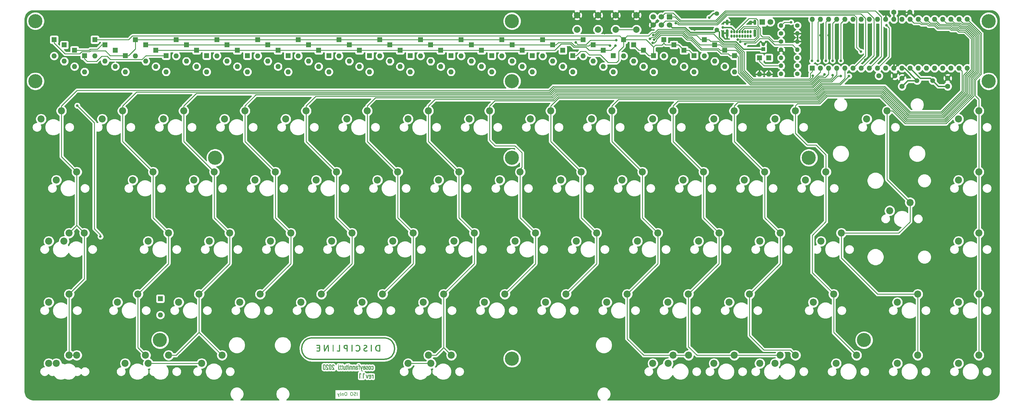
<source format=gbl>
G04 #@! TF.GenerationSoftware,KiCad,Pcbnew,(5.1.6)-1*
G04 #@! TF.CreationDate,2020-07-14T19:46:05+04:00*
G04 #@! TF.ProjectId,discipline-pcb,64697363-6970-46c6-996e-652d7063622e,rev?*
G04 #@! TF.SameCoordinates,Original*
G04 #@! TF.FileFunction,Copper,L2,Bot*
G04 #@! TF.FilePolarity,Positive*
%FSLAX46Y46*%
G04 Gerber Fmt 4.6, Leading zero omitted, Abs format (unit mm)*
G04 Created by KiCad (PCBNEW (5.1.6)-1) date 2020-07-14 19:46:05*
%MOMM*%
%LPD*%
G01*
G04 APERTURE LIST*
G04 #@! TA.AperFunction,NonConductor*
%ADD10C,0.200000*%
G04 #@! TD*
G04 #@! TA.AperFunction,EtchedComponent*
%ADD11C,0.010000*%
G04 #@! TD*
G04 #@! TA.AperFunction,EtchedComponent*
%ADD12C,0.150000*%
G04 #@! TD*
G04 #@! TA.AperFunction,EtchedComponent*
%ADD13C,0.400000*%
G04 #@! TD*
G04 #@! TA.AperFunction,ComponentPad*
%ADD14C,2.200000*%
G04 #@! TD*
G04 #@! TA.AperFunction,ComponentPad*
%ADD15C,1.600000*%
G04 #@! TD*
G04 #@! TA.AperFunction,ComponentPad*
%ADD16R,1.200000X1.200000*%
G04 #@! TD*
G04 #@! TA.AperFunction,ComponentPad*
%ADD17C,1.200000*%
G04 #@! TD*
G04 #@! TA.AperFunction,ComponentPad*
%ADD18O,1.600000X1.600000*%
G04 #@! TD*
G04 #@! TA.AperFunction,ComponentPad*
%ADD19R,1.600000X1.600000*%
G04 #@! TD*
G04 #@! TA.AperFunction,ComponentPad*
%ADD20O,1.400000X1.400000*%
G04 #@! TD*
G04 #@! TA.AperFunction,ComponentPad*
%ADD21C,1.400000*%
G04 #@! TD*
G04 #@! TA.AperFunction,ComponentPad*
%ADD22C,4.400000*%
G04 #@! TD*
G04 #@! TA.AperFunction,ComponentPad*
%ADD23R,1.700000X1.700000*%
G04 #@! TD*
G04 #@! TA.AperFunction,ComponentPad*
%ADD24C,1.700000*%
G04 #@! TD*
G04 #@! TA.AperFunction,ComponentPad*
%ADD25C,1.500000*%
G04 #@! TD*
G04 #@! TA.AperFunction,ComponentPad*
%ADD26C,1.800000*%
G04 #@! TD*
G04 #@! TA.AperFunction,ComponentPad*
%ADD27R,1.800000X1.800000*%
G04 #@! TD*
G04 #@! TA.AperFunction,ComponentPad*
%ADD28O,0.650000X1.000000*%
G04 #@! TD*
G04 #@! TA.AperFunction,ComponentPad*
%ADD29O,0.900000X2.400000*%
G04 #@! TD*
G04 #@! TA.AperFunction,ComponentPad*
%ADD30O,0.900000X1.700000*%
G04 #@! TD*
G04 #@! TA.AperFunction,ComponentPad*
%ADD31C,2.000000*%
G04 #@! TD*
G04 #@! TA.AperFunction,ViaPad*
%ADD32C,0.800000*%
G04 #@! TD*
G04 #@! TA.AperFunction,Conductor*
%ADD33C,0.400000*%
G04 #@! TD*
G04 #@! TA.AperFunction,Conductor*
%ADD34C,0.250000*%
G04 #@! TD*
G04 #@! TA.AperFunction,Conductor*
%ADD35C,0.254000*%
G04 #@! TD*
G04 APERTURE END LIST*
D10*
X158000000Y-178452380D02*
X158000000Y-177452380D01*
X157571428Y-178404761D02*
X157428571Y-178452380D01*
X157190476Y-178452380D01*
X157095238Y-178404761D01*
X157047619Y-178357142D01*
X157000000Y-178261904D01*
X157000000Y-178166666D01*
X157047619Y-178071428D01*
X157095238Y-178023809D01*
X157190476Y-177976190D01*
X157380952Y-177928571D01*
X157476190Y-177880952D01*
X157523809Y-177833333D01*
X157571428Y-177738095D01*
X157571428Y-177642857D01*
X157523809Y-177547619D01*
X157476190Y-177500000D01*
X157380952Y-177452380D01*
X157142857Y-177452380D01*
X157000000Y-177500000D01*
X156380952Y-177452380D02*
X156190476Y-177452380D01*
X156095238Y-177500000D01*
X156000000Y-177595238D01*
X155952380Y-177785714D01*
X155952380Y-178119047D01*
X156000000Y-178309523D01*
X156095238Y-178404761D01*
X156190476Y-178452380D01*
X156380952Y-178452380D01*
X156476190Y-178404761D01*
X156571428Y-178309523D01*
X156619047Y-178119047D01*
X156619047Y-177785714D01*
X156571428Y-177595238D01*
X156476190Y-177500000D01*
X156380952Y-177452380D01*
X154571428Y-177452380D02*
X154380952Y-177452380D01*
X154285714Y-177500000D01*
X154190476Y-177595238D01*
X154142857Y-177785714D01*
X154142857Y-178119047D01*
X154190476Y-178309523D01*
X154285714Y-178404761D01*
X154380952Y-178452380D01*
X154571428Y-178452380D01*
X154666666Y-178404761D01*
X154761904Y-178309523D01*
X154809523Y-178119047D01*
X154809523Y-177785714D01*
X154761904Y-177595238D01*
X154666666Y-177500000D01*
X154571428Y-177452380D01*
X153714285Y-177785714D02*
X153714285Y-178452380D01*
X153714285Y-177880952D02*
X153666666Y-177833333D01*
X153571428Y-177785714D01*
X153428571Y-177785714D01*
X153333333Y-177833333D01*
X153285714Y-177928571D01*
X153285714Y-178452380D01*
X152666666Y-178452380D02*
X152761904Y-178404761D01*
X152809523Y-178309523D01*
X152809523Y-177452380D01*
X152380952Y-177785714D02*
X152142857Y-178452380D01*
X151904761Y-177785714D02*
X152142857Y-178452380D01*
X152238095Y-178690476D01*
X152285714Y-178738095D01*
X152380952Y-178785714D01*
D11*
G36*
X159802689Y-173101000D02*
G01*
X159964967Y-173101000D01*
X159964967Y-171634029D01*
X160099505Y-171718413D01*
X160139158Y-171743230D01*
X160175415Y-171765819D01*
X160206356Y-171784992D01*
X160230061Y-171799561D01*
X160244611Y-171808340D01*
X160247671Y-171810091D01*
X160253451Y-171812505D01*
X160257307Y-171810962D01*
X160259621Y-171803315D01*
X160260773Y-171787416D01*
X160261146Y-171761116D01*
X160261146Y-171734234D01*
X160260991Y-171651083D01*
X160146278Y-171575236D01*
X160031566Y-171499388D01*
X159802689Y-171499388D01*
X159802689Y-173101000D01*
G37*
X159802689Y-173101000D02*
X159964967Y-173101000D01*
X159964967Y-171634029D01*
X160099505Y-171718413D01*
X160139158Y-171743230D01*
X160175415Y-171765819D01*
X160206356Y-171784992D01*
X160230061Y-171799561D01*
X160244611Y-171808340D01*
X160247671Y-171810091D01*
X160253451Y-171812505D01*
X160257307Y-171810962D01*
X160259621Y-171803315D01*
X160260773Y-171787416D01*
X160261146Y-171761116D01*
X160261146Y-171734234D01*
X160260991Y-171651083D01*
X160146278Y-171575236D01*
X160031566Y-171499388D01*
X159802689Y-171499388D01*
X159802689Y-173101000D01*
G36*
X160723065Y-171958173D02*
G01*
X160700033Y-171958930D01*
X160686635Y-171960628D01*
X160680634Y-171963620D01*
X160679793Y-171968264D01*
X160680304Y-171970347D01*
X160682731Y-171978949D01*
X160688637Y-172000092D01*
X160697728Y-172032718D01*
X160709711Y-172075773D01*
X160724292Y-172128198D01*
X160741177Y-172188938D01*
X160760073Y-172256936D01*
X160780684Y-172331134D01*
X160802719Y-172410478D01*
X160825882Y-172493909D01*
X160832824Y-172518916D01*
X160856358Y-172603661D01*
X160878929Y-172684857D01*
X160900233Y-172761421D01*
X160919967Y-172832268D01*
X160937830Y-172896315D01*
X160953518Y-172952477D01*
X160966729Y-172999669D01*
X160977160Y-173036808D01*
X160984508Y-173062809D01*
X160988471Y-173076588D01*
X160988920Y-173078069D01*
X160996173Y-173101000D01*
X161142151Y-173101000D01*
X161149489Y-173078069D01*
X161153177Y-173065703D01*
X161160161Y-173041463D01*
X161170096Y-173006585D01*
X161182636Y-172962302D01*
X161197437Y-172909851D01*
X161214152Y-172850466D01*
X161232438Y-172785382D01*
X161251949Y-172715834D01*
X161272339Y-172643057D01*
X161293265Y-172568285D01*
X161314380Y-172492754D01*
X161335339Y-172417698D01*
X161355798Y-172344353D01*
X161375411Y-172273953D01*
X161393834Y-172207733D01*
X161410720Y-172146929D01*
X161425726Y-172092775D01*
X161438505Y-172046505D01*
X161448713Y-172009356D01*
X161456005Y-171982561D01*
X161460035Y-171967356D01*
X161460745Y-171964295D01*
X161454155Y-171961816D01*
X161436240Y-171959797D01*
X161409786Y-171958454D01*
X161379606Y-171958000D01*
X161347661Y-171958227D01*
X161321636Y-171958844D01*
X161304319Y-171959755D01*
X161298467Y-171960794D01*
X161296780Y-171968149D01*
X161291953Y-171987751D01*
X161284338Y-172018219D01*
X161274287Y-172058170D01*
X161262154Y-172106222D01*
X161248289Y-172160992D01*
X161233044Y-172221098D01*
X161216773Y-172285158D01*
X161199827Y-172351790D01*
X161182558Y-172419610D01*
X161165319Y-172487237D01*
X161148461Y-172553289D01*
X161132337Y-172616382D01*
X161117298Y-172675135D01*
X161103698Y-172728164D01*
X161091888Y-172774089D01*
X161082219Y-172811526D01*
X161075046Y-172839093D01*
X161070719Y-172855408D01*
X161069552Y-172859430D01*
X161067569Y-172853113D01*
X161062444Y-172834266D01*
X161054474Y-172804044D01*
X161043956Y-172763604D01*
X161031190Y-172714099D01*
X161016472Y-172656687D01*
X161000101Y-172592522D01*
X160982374Y-172522760D01*
X160963589Y-172448557D01*
X160960441Y-172436097D01*
X160941295Y-172360294D01*
X160923021Y-172287970D01*
X160905939Y-172220386D01*
X160890367Y-172158802D01*
X160876625Y-172104478D01*
X160865031Y-172058674D01*
X160855904Y-172022651D01*
X160849562Y-171997667D01*
X160846325Y-171984984D01*
X160846188Y-171984458D01*
X160839312Y-171958000D01*
X160757970Y-171958000D01*
X160723065Y-171958173D01*
G37*
X160723065Y-171958173D02*
X160700033Y-171958930D01*
X160686635Y-171960628D01*
X160680634Y-171963620D01*
X160679793Y-171968264D01*
X160680304Y-171970347D01*
X160682731Y-171978949D01*
X160688637Y-172000092D01*
X160697728Y-172032718D01*
X160709711Y-172075773D01*
X160724292Y-172128198D01*
X160741177Y-172188938D01*
X160760073Y-172256936D01*
X160780684Y-172331134D01*
X160802719Y-172410478D01*
X160825882Y-172493909D01*
X160832824Y-172518916D01*
X160856358Y-172603661D01*
X160878929Y-172684857D01*
X160900233Y-172761421D01*
X160919967Y-172832268D01*
X160937830Y-172896315D01*
X160953518Y-172952477D01*
X160966729Y-172999669D01*
X160977160Y-173036808D01*
X160984508Y-173062809D01*
X160988471Y-173076588D01*
X160988920Y-173078069D01*
X160996173Y-173101000D01*
X161142151Y-173101000D01*
X161149489Y-173078069D01*
X161153177Y-173065703D01*
X161160161Y-173041463D01*
X161170096Y-173006585D01*
X161182636Y-172962302D01*
X161197437Y-172909851D01*
X161214152Y-172850466D01*
X161232438Y-172785382D01*
X161251949Y-172715834D01*
X161272339Y-172643057D01*
X161293265Y-172568285D01*
X161314380Y-172492754D01*
X161335339Y-172417698D01*
X161355798Y-172344353D01*
X161375411Y-172273953D01*
X161393834Y-172207733D01*
X161410720Y-172146929D01*
X161425726Y-172092775D01*
X161438505Y-172046505D01*
X161448713Y-172009356D01*
X161456005Y-171982561D01*
X161460035Y-171967356D01*
X161460745Y-171964295D01*
X161454155Y-171961816D01*
X161436240Y-171959797D01*
X161409786Y-171958454D01*
X161379606Y-171958000D01*
X161347661Y-171958227D01*
X161321636Y-171958844D01*
X161304319Y-171959755D01*
X161298467Y-171960794D01*
X161296780Y-171968149D01*
X161291953Y-171987751D01*
X161284338Y-172018219D01*
X161274287Y-172058170D01*
X161262154Y-172106222D01*
X161248289Y-172160992D01*
X161233044Y-172221098D01*
X161216773Y-172285158D01*
X161199827Y-172351790D01*
X161182558Y-172419610D01*
X161165319Y-172487237D01*
X161148461Y-172553289D01*
X161132337Y-172616382D01*
X161117298Y-172675135D01*
X161103698Y-172728164D01*
X161091888Y-172774089D01*
X161082219Y-172811526D01*
X161075046Y-172839093D01*
X161070719Y-172855408D01*
X161069552Y-172859430D01*
X161067569Y-172853113D01*
X161062444Y-172834266D01*
X161054474Y-172804044D01*
X161043956Y-172763604D01*
X161031190Y-172714099D01*
X161016472Y-172656687D01*
X161000101Y-172592522D01*
X160982374Y-172522760D01*
X160963589Y-172448557D01*
X160960441Y-172436097D01*
X160941295Y-172360294D01*
X160923021Y-172287970D01*
X160905939Y-172220386D01*
X160890367Y-172158802D01*
X160876625Y-172104478D01*
X160865031Y-172058674D01*
X160855904Y-172022651D01*
X160849562Y-171997667D01*
X160846325Y-171984984D01*
X160846188Y-171984458D01*
X160839312Y-171958000D01*
X160757970Y-171958000D01*
X160723065Y-171958173D01*
G36*
X162455578Y-172085000D02*
G01*
X162482037Y-172085053D01*
X162545456Y-172090536D01*
X162606478Y-172105947D01*
X162662862Y-172130113D01*
X162712369Y-172161862D01*
X162752756Y-172200023D01*
X162780724Y-172241314D01*
X162787980Y-172255873D01*
X162794141Y-172269737D01*
X162799298Y-172284152D01*
X162803539Y-172300362D01*
X162806955Y-172319614D01*
X162809635Y-172343154D01*
X162811669Y-172372227D01*
X162813146Y-172408080D01*
X162814157Y-172451959D01*
X162814791Y-172505108D01*
X162815138Y-172568774D01*
X162815288Y-172644203D01*
X162815328Y-172721763D01*
X162815412Y-173101000D01*
X162977689Y-173101000D01*
X162977689Y-171958000D01*
X162815412Y-171958000D01*
X162815412Y-172114006D01*
X162770723Y-172069516D01*
X162709074Y-172017476D01*
X162641627Y-171978152D01*
X162568904Y-171951798D01*
X162501279Y-171939566D01*
X162455578Y-171934884D01*
X162455578Y-172085000D01*
G37*
X162455578Y-172085000D02*
X162482037Y-172085053D01*
X162545456Y-172090536D01*
X162606478Y-172105947D01*
X162662862Y-172130113D01*
X162712369Y-172161862D01*
X162752756Y-172200023D01*
X162780724Y-172241314D01*
X162787980Y-172255873D01*
X162794141Y-172269737D01*
X162799298Y-172284152D01*
X162803539Y-172300362D01*
X162806955Y-172319614D01*
X162809635Y-172343154D01*
X162811669Y-172372227D01*
X162813146Y-172408080D01*
X162814157Y-172451959D01*
X162814791Y-172505108D01*
X162815138Y-172568774D01*
X162815288Y-172644203D01*
X162815328Y-172721763D01*
X162815412Y-173101000D01*
X162977689Y-173101000D01*
X162977689Y-171958000D01*
X162815412Y-171958000D01*
X162815412Y-172114006D01*
X162770723Y-172069516D01*
X162709074Y-172017476D01*
X162641627Y-171978152D01*
X162568904Y-171951798D01*
X162501279Y-171939566D01*
X162455578Y-171934884D01*
X162455578Y-172085000D01*
G36*
X161924161Y-171939035D02*
G01*
X161890994Y-171942554D01*
X161857832Y-171947851D01*
X161831449Y-171953828D01*
X161829812Y-171954310D01*
X161781980Y-171974735D01*
X161735612Y-172005329D01*
X161695522Y-172042553D01*
X161675965Y-172067361D01*
X161657626Y-172097070D01*
X161642803Y-172127896D01*
X161631162Y-172161691D01*
X161622371Y-172200304D01*
X161616097Y-172245586D01*
X161612007Y-172299387D01*
X161609770Y-172363557D01*
X161609051Y-172439541D01*
X161608912Y-172593000D01*
X162131023Y-172593000D01*
X162131023Y-172697552D01*
X162130190Y-172752171D01*
X162127323Y-172795424D01*
X162121866Y-172829978D01*
X162113264Y-172858500D01*
X162100964Y-172883658D01*
X162088338Y-172902809D01*
X162057423Y-172934285D01*
X162017813Y-172955098D01*
X161969093Y-172965430D01*
X161940523Y-172966720D01*
X161887904Y-172961517D01*
X161844850Y-172945964D01*
X161811135Y-172919864D01*
X161786531Y-172883021D01*
X161770812Y-172835237D01*
X161767532Y-172817013D01*
X161762532Y-172783500D01*
X161608912Y-172783500D01*
X161608912Y-172817295D01*
X161610844Y-172844151D01*
X161615776Y-172875304D01*
X161619461Y-172891593D01*
X161642047Y-172953800D01*
X161674809Y-173006235D01*
X161717652Y-173048804D01*
X161770486Y-173081412D01*
X161826614Y-173102196D01*
X161866086Y-173109795D01*
X161913525Y-173113867D01*
X161963619Y-173114371D01*
X162011057Y-173111264D01*
X162050530Y-173104506D01*
X162052673Y-173103945D01*
X162114363Y-173080413D01*
X162168149Y-173045500D01*
X162213320Y-172999964D01*
X162249166Y-172944563D01*
X162274976Y-172880055D01*
X162280149Y-172861111D01*
X162282841Y-172842720D01*
X162285131Y-172812191D01*
X162287017Y-172771479D01*
X162288501Y-172722542D01*
X162289583Y-172667333D01*
X162290262Y-172607810D01*
X162290540Y-172545928D01*
X162290416Y-172483643D01*
X162290080Y-172444833D01*
X162132289Y-172444833D01*
X161769711Y-172444833D01*
X161772575Y-172333708D01*
X161773894Y-172290291D01*
X161775521Y-172258200D01*
X161777829Y-172234648D01*
X161781188Y-172216850D01*
X161785971Y-172202021D01*
X161791938Y-172188627D01*
X161817387Y-172146262D01*
X161847391Y-172116464D01*
X161883959Y-172097977D01*
X161929098Y-172089544D01*
X161951628Y-172088695D01*
X161981751Y-172089165D01*
X162002858Y-172091571D01*
X162020024Y-172097092D01*
X162038323Y-172106903D01*
X162043350Y-172109967D01*
X162064577Y-172125125D01*
X162081006Y-172142891D01*
X162096516Y-172167822D01*
X162102800Y-172179779D01*
X162112202Y-172198558D01*
X162118904Y-172214105D01*
X162123428Y-172229433D01*
X162126295Y-172247560D01*
X162128026Y-172271500D01*
X162129143Y-172304269D01*
X162129892Y-172336492D01*
X162132289Y-172444833D01*
X162290080Y-172444833D01*
X162289890Y-172422910D01*
X162288963Y-172365687D01*
X162287635Y-172313927D01*
X162285906Y-172269589D01*
X162283777Y-172234626D01*
X162281247Y-172210996D01*
X162280071Y-172204944D01*
X162256234Y-172133599D01*
X162223277Y-172072741D01*
X162181675Y-172022727D01*
X162131905Y-171983910D01*
X162074443Y-171956649D01*
X162009765Y-171941298D01*
X161938348Y-171938213D01*
X161924161Y-171939035D01*
G37*
X161924161Y-171939035D02*
X161890994Y-171942554D01*
X161857832Y-171947851D01*
X161831449Y-171953828D01*
X161829812Y-171954310D01*
X161781980Y-171974735D01*
X161735612Y-172005329D01*
X161695522Y-172042553D01*
X161675965Y-172067361D01*
X161657626Y-172097070D01*
X161642803Y-172127896D01*
X161631162Y-172161691D01*
X161622371Y-172200304D01*
X161616097Y-172245586D01*
X161612007Y-172299387D01*
X161609770Y-172363557D01*
X161609051Y-172439541D01*
X161608912Y-172593000D01*
X162131023Y-172593000D01*
X162131023Y-172697552D01*
X162130190Y-172752171D01*
X162127323Y-172795424D01*
X162121866Y-172829978D01*
X162113264Y-172858500D01*
X162100964Y-172883658D01*
X162088338Y-172902809D01*
X162057423Y-172934285D01*
X162017813Y-172955098D01*
X161969093Y-172965430D01*
X161940523Y-172966720D01*
X161887904Y-172961517D01*
X161844850Y-172945964D01*
X161811135Y-172919864D01*
X161786531Y-172883021D01*
X161770812Y-172835237D01*
X161767532Y-172817013D01*
X161762532Y-172783500D01*
X161608912Y-172783500D01*
X161608912Y-172817295D01*
X161610844Y-172844151D01*
X161615776Y-172875304D01*
X161619461Y-172891593D01*
X161642047Y-172953800D01*
X161674809Y-173006235D01*
X161717652Y-173048804D01*
X161770486Y-173081412D01*
X161826614Y-173102196D01*
X161866086Y-173109795D01*
X161913525Y-173113867D01*
X161963619Y-173114371D01*
X162011057Y-173111264D01*
X162050530Y-173104506D01*
X162052673Y-173103945D01*
X162114363Y-173080413D01*
X162168149Y-173045500D01*
X162213320Y-172999964D01*
X162249166Y-172944563D01*
X162274976Y-172880055D01*
X162280149Y-172861111D01*
X162282841Y-172842720D01*
X162285131Y-172812191D01*
X162287017Y-172771479D01*
X162288501Y-172722542D01*
X162289583Y-172667333D01*
X162290262Y-172607810D01*
X162290540Y-172545928D01*
X162290416Y-172483643D01*
X162290080Y-172444833D01*
X162132289Y-172444833D01*
X161769711Y-172444833D01*
X161772575Y-172333708D01*
X161773894Y-172290291D01*
X161775521Y-172258200D01*
X161777829Y-172234648D01*
X161781188Y-172216850D01*
X161785971Y-172202021D01*
X161791938Y-172188627D01*
X161817387Y-172146262D01*
X161847391Y-172116464D01*
X161883959Y-172097977D01*
X161929098Y-172089544D01*
X161951628Y-172088695D01*
X161981751Y-172089165D01*
X162002858Y-172091571D01*
X162020024Y-172097092D01*
X162038323Y-172106903D01*
X162043350Y-172109967D01*
X162064577Y-172125125D01*
X162081006Y-172142891D01*
X162096516Y-172167822D01*
X162102800Y-172179779D01*
X162112202Y-172198558D01*
X162118904Y-172214105D01*
X162123428Y-172229433D01*
X162126295Y-172247560D01*
X162128026Y-172271500D01*
X162129143Y-172304269D01*
X162129892Y-172336492D01*
X162132289Y-172444833D01*
X162290080Y-172444833D01*
X162289890Y-172422910D01*
X162288963Y-172365687D01*
X162287635Y-172313927D01*
X162285906Y-172269589D01*
X162283777Y-172234626D01*
X162281247Y-172210996D01*
X162280071Y-172204944D01*
X162256234Y-172133599D01*
X162223277Y-172072741D01*
X162181675Y-172022727D01*
X162131905Y-171983910D01*
X162074443Y-171956649D01*
X162009765Y-171941298D01*
X161938348Y-171938213D01*
X161924161Y-171939035D01*
G36*
X158703628Y-173101000D02*
G01*
X158865906Y-173101000D01*
X158865906Y-171634029D01*
X159000444Y-171718413D01*
X159040097Y-171743230D01*
X159076354Y-171765819D01*
X159107295Y-171784992D01*
X159131000Y-171799561D01*
X159145550Y-171808340D01*
X159148610Y-171810091D01*
X159154390Y-171812505D01*
X159158246Y-171810962D01*
X159160560Y-171803315D01*
X159161712Y-171787416D01*
X159162085Y-171761116D01*
X159162085Y-171734234D01*
X159161930Y-171651083D01*
X159047217Y-171575236D01*
X158932505Y-171499388D01*
X158703628Y-171499388D01*
X158703628Y-173101000D01*
G37*
X158703628Y-173101000D02*
X158865906Y-173101000D01*
X158865906Y-171634029D01*
X159000444Y-171718413D01*
X159040097Y-171743230D01*
X159076354Y-171765819D01*
X159107295Y-171784992D01*
X159131000Y-171799561D01*
X159145550Y-171808340D01*
X159148610Y-171810091D01*
X159154390Y-171812505D01*
X159158246Y-171810962D01*
X159160560Y-171803315D01*
X159161712Y-171787416D01*
X159162085Y-171761116D01*
X159162085Y-171734234D01*
X159161930Y-171651083D01*
X159047217Y-171575236D01*
X158932505Y-171499388D01*
X158703628Y-171499388D01*
X158703628Y-173101000D01*
D12*
X159390996Y-172974204D02*
G75*
G03*
X159390996Y-172974204I-56796J0D01*
G01*
D11*
G36*
X152050609Y-168981966D02*
G01*
X152212886Y-168981966D01*
X152212886Y-168826744D01*
X152050609Y-168826744D01*
X152050609Y-168981966D01*
G37*
X152050609Y-168981966D02*
X152212886Y-168981966D01*
X152212886Y-168826744D01*
X152050609Y-168826744D01*
X152050609Y-168981966D01*
G36*
X155197386Y-168981966D02*
G01*
X155359664Y-168981966D01*
X155359664Y-168826744D01*
X155197386Y-168826744D01*
X155197386Y-168981966D01*
G37*
X155197386Y-168981966D02*
X155359664Y-168981966D01*
X155359664Y-168826744D01*
X155197386Y-168826744D01*
X155197386Y-168981966D01*
G36*
X148592292Y-168749337D02*
G01*
X148548162Y-168752544D01*
X148511555Y-168758314D01*
X148505720Y-168759737D01*
X148441357Y-168783189D01*
X148386526Y-168816959D01*
X148341368Y-168860833D01*
X148306021Y-168914599D01*
X148280626Y-168978043D01*
X148265324Y-169050951D01*
X148260255Y-169133110D01*
X148260256Y-169133661D01*
X148265007Y-169215673D01*
X148279355Y-169297453D01*
X148303900Y-169381200D01*
X148339238Y-169469111D01*
X148367897Y-169528772D01*
X148380727Y-169552785D01*
X148400079Y-169587309D01*
X148425063Y-169630849D01*
X148454788Y-169681907D01*
X148488365Y-169738988D01*
X148524902Y-169800595D01*
X148563510Y-169865233D01*
X148603298Y-169931405D01*
X148643376Y-169997615D01*
X148682853Y-170062366D01*
X148720839Y-170124163D01*
X148754180Y-170177883D01*
X148776195Y-170213161D01*
X148518985Y-170215011D01*
X148261775Y-170216862D01*
X148261775Y-170364855D01*
X148974386Y-170364855D01*
X148974386Y-170233543D01*
X148775860Y-169898796D01*
X148736957Y-169833021D01*
X148698903Y-169768344D01*
X148662562Y-169706253D01*
X148628797Y-169648242D01*
X148598473Y-169595800D01*
X148572453Y-169550418D01*
X148551602Y-169513587D01*
X148536783Y-169486799D01*
X148532818Y-169479383D01*
X148491028Y-169391925D01*
X148459433Y-169308309D01*
X148438160Y-169229386D01*
X148427340Y-169156005D01*
X148427102Y-169089016D01*
X148437573Y-169029271D01*
X148457185Y-168980678D01*
X148483449Y-168942641D01*
X148515208Y-168916483D01*
X148554274Y-168901179D01*
X148602463Y-168895703D01*
X148607497Y-168895657D01*
X148654842Y-168899874D01*
X148694113Y-168913691D01*
X148728795Y-168938612D01*
X148744756Y-168954873D01*
X148771593Y-168991042D01*
X148791595Y-169033251D01*
X148805739Y-169084088D01*
X148814222Y-169138952D01*
X148821984Y-169207744D01*
X148983568Y-169207744D01*
X148979253Y-169135425D01*
X148970596Y-169060926D01*
X148954267Y-168991555D01*
X148931153Y-168930935D01*
X148927507Y-168923513D01*
X148896989Y-168876511D01*
X148856382Y-168833458D01*
X148808977Y-168796965D01*
X148758062Y-168769645D01*
X148716531Y-168756037D01*
X148681805Y-168750990D01*
X148638616Y-168748788D01*
X148592292Y-168749337D01*
G37*
X148592292Y-168749337D02*
X148548162Y-168752544D01*
X148511555Y-168758314D01*
X148505720Y-168759737D01*
X148441357Y-168783189D01*
X148386526Y-168816959D01*
X148341368Y-168860833D01*
X148306021Y-168914599D01*
X148280626Y-168978043D01*
X148265324Y-169050951D01*
X148260255Y-169133110D01*
X148260256Y-169133661D01*
X148265007Y-169215673D01*
X148279355Y-169297453D01*
X148303900Y-169381200D01*
X148339238Y-169469111D01*
X148367897Y-169528772D01*
X148380727Y-169552785D01*
X148400079Y-169587309D01*
X148425063Y-169630849D01*
X148454788Y-169681907D01*
X148488365Y-169738988D01*
X148524902Y-169800595D01*
X148563510Y-169865233D01*
X148603298Y-169931405D01*
X148643376Y-169997615D01*
X148682853Y-170062366D01*
X148720839Y-170124163D01*
X148754180Y-170177883D01*
X148776195Y-170213161D01*
X148518985Y-170215011D01*
X148261775Y-170216862D01*
X148261775Y-170364855D01*
X148974386Y-170364855D01*
X148974386Y-170233543D01*
X148775860Y-169898796D01*
X148736957Y-169833021D01*
X148698903Y-169768344D01*
X148662562Y-169706253D01*
X148628797Y-169648242D01*
X148598473Y-169595800D01*
X148572453Y-169550418D01*
X148551602Y-169513587D01*
X148536783Y-169486799D01*
X148532818Y-169479383D01*
X148491028Y-169391925D01*
X148459433Y-169308309D01*
X148438160Y-169229386D01*
X148427340Y-169156005D01*
X148427102Y-169089016D01*
X148437573Y-169029271D01*
X148457185Y-168980678D01*
X148483449Y-168942641D01*
X148515208Y-168916483D01*
X148554274Y-168901179D01*
X148602463Y-168895703D01*
X148607497Y-168895657D01*
X148654842Y-168899874D01*
X148694113Y-168913691D01*
X148728795Y-168938612D01*
X148744756Y-168954873D01*
X148771593Y-168991042D01*
X148791595Y-169033251D01*
X148805739Y-169084088D01*
X148814222Y-169138952D01*
X148821984Y-169207744D01*
X148983568Y-169207744D01*
X148979253Y-169135425D01*
X148970596Y-169060926D01*
X148954267Y-168991555D01*
X148931153Y-168930935D01*
X148927507Y-168923513D01*
X148896989Y-168876511D01*
X148856382Y-168833458D01*
X148808977Y-168796965D01*
X148758062Y-168769645D01*
X148716531Y-168756037D01*
X148681805Y-168750990D01*
X148638616Y-168748788D01*
X148592292Y-168749337D01*
G36*
X150436156Y-168749187D02*
G01*
X150392026Y-168752237D01*
X150354846Y-168757911D01*
X150347267Y-168759725D01*
X150282636Y-168783249D01*
X150227487Y-168817225D01*
X150181821Y-168861648D01*
X150145642Y-168916517D01*
X150118953Y-168981827D01*
X150112882Y-169003133D01*
X150105767Y-169042923D01*
X150101927Y-169091925D01*
X150101351Y-169145625D01*
X150104031Y-169199512D01*
X150109957Y-169249073D01*
X150113454Y-169267716D01*
X150122014Y-169305020D01*
X150131688Y-169341003D01*
X150143058Y-169376842D01*
X150156707Y-169413715D01*
X150173217Y-169452799D01*
X150193171Y-169495270D01*
X150217150Y-169542305D01*
X150245738Y-169595083D01*
X150279517Y-169654778D01*
X150319070Y-169722569D01*
X150364978Y-169799633D01*
X150417824Y-169887146D01*
X150429421Y-169906244D01*
X150615946Y-170213161D01*
X150359611Y-170215011D01*
X150103275Y-170216862D01*
X150103275Y-170364855D01*
X150815886Y-170364855D01*
X150815824Y-170234327D01*
X150607000Y-169881550D01*
X150567491Y-169814609D01*
X150529108Y-169749207D01*
X150492649Y-169686724D01*
X150458909Y-169628544D01*
X150428687Y-169576048D01*
X150402779Y-169530619D01*
X150381981Y-169493639D01*
X150367091Y-169466490D01*
X150360917Y-169454688D01*
X150323310Y-169372045D01*
X150294879Y-169292417D01*
X150276037Y-169217393D01*
X150267196Y-169148562D01*
X150267827Y-169096393D01*
X150273287Y-169052823D01*
X150281680Y-169018484D01*
X150294525Y-168988566D01*
X150309840Y-168963372D01*
X150339726Y-168929531D01*
X150376291Y-168907506D01*
X150420664Y-168896739D01*
X150447398Y-168895404D01*
X150494752Y-168899573D01*
X150533689Y-168912703D01*
X150567791Y-168936327D01*
X150586256Y-168954873D01*
X150611688Y-168988680D01*
X150630812Y-169027597D01*
X150644680Y-169074429D01*
X150654349Y-169131978D01*
X150655059Y-169137863D01*
X150663258Y-169207744D01*
X150822942Y-169207744D01*
X150822849Y-169160119D01*
X150819888Y-169113914D01*
X150811923Y-169062324D01*
X150800092Y-169010526D01*
X150785533Y-168963693D01*
X150773284Y-168934490D01*
X150739106Y-168879398D01*
X150695328Y-168831621D01*
X150644261Y-168793071D01*
X150588216Y-168765663D01*
X150558359Y-168756566D01*
X150524510Y-168751274D01*
X150482046Y-168748840D01*
X150436156Y-168749187D01*
G37*
X150436156Y-168749187D02*
X150392026Y-168752237D01*
X150354846Y-168757911D01*
X150347267Y-168759725D01*
X150282636Y-168783249D01*
X150227487Y-168817225D01*
X150181821Y-168861648D01*
X150145642Y-168916517D01*
X150118953Y-168981827D01*
X150112882Y-169003133D01*
X150105767Y-169042923D01*
X150101927Y-169091925D01*
X150101351Y-169145625D01*
X150104031Y-169199512D01*
X150109957Y-169249073D01*
X150113454Y-169267716D01*
X150122014Y-169305020D01*
X150131688Y-169341003D01*
X150143058Y-169376842D01*
X150156707Y-169413715D01*
X150173217Y-169452799D01*
X150193171Y-169495270D01*
X150217150Y-169542305D01*
X150245738Y-169595083D01*
X150279517Y-169654778D01*
X150319070Y-169722569D01*
X150364978Y-169799633D01*
X150417824Y-169887146D01*
X150429421Y-169906244D01*
X150615946Y-170213161D01*
X150359611Y-170215011D01*
X150103275Y-170216862D01*
X150103275Y-170364855D01*
X150815886Y-170364855D01*
X150815824Y-170234327D01*
X150607000Y-169881550D01*
X150567491Y-169814609D01*
X150529108Y-169749207D01*
X150492649Y-169686724D01*
X150458909Y-169628544D01*
X150428687Y-169576048D01*
X150402779Y-169530619D01*
X150381981Y-169493639D01*
X150367091Y-169466490D01*
X150360917Y-169454688D01*
X150323310Y-169372045D01*
X150294879Y-169292417D01*
X150276037Y-169217393D01*
X150267196Y-169148562D01*
X150267827Y-169096393D01*
X150273287Y-169052823D01*
X150281680Y-169018484D01*
X150294525Y-168988566D01*
X150309840Y-168963372D01*
X150339726Y-168929531D01*
X150376291Y-168907506D01*
X150420664Y-168896739D01*
X150447398Y-168895404D01*
X150494752Y-168899573D01*
X150533689Y-168912703D01*
X150567791Y-168936327D01*
X150586256Y-168954873D01*
X150611688Y-168988680D01*
X150630812Y-169027597D01*
X150644680Y-169074429D01*
X150654349Y-169131978D01*
X150655059Y-169137863D01*
X150663258Y-169207744D01*
X150822942Y-169207744D01*
X150822849Y-169160119D01*
X150819888Y-169113914D01*
X150811923Y-169062324D01*
X150800092Y-169010526D01*
X150785533Y-168963693D01*
X150773284Y-168934490D01*
X150739106Y-168879398D01*
X150695328Y-168831621D01*
X150644261Y-168793071D01*
X150588216Y-168765663D01*
X150558359Y-168756566D01*
X150524510Y-168751274D01*
X150482046Y-168748840D01*
X150436156Y-168749187D01*
G36*
X152050609Y-170364855D02*
G01*
X152212886Y-170364855D01*
X152212886Y-169221855D01*
X152050609Y-169221855D01*
X152050609Y-170364855D01*
G37*
X152050609Y-170364855D02*
X152212886Y-170364855D01*
X152212886Y-169221855D01*
X152050609Y-169221855D01*
X152050609Y-170364855D01*
G36*
X155197386Y-170364855D02*
G01*
X155359664Y-170364855D01*
X155359664Y-169221855D01*
X155197386Y-169221855D01*
X155197386Y-170364855D01*
G37*
X155197386Y-170364855D02*
X155359664Y-170364855D01*
X155359664Y-169221855D01*
X155197386Y-169221855D01*
X155197386Y-170364855D01*
G36*
X155828859Y-169210793D02*
G01*
X155773467Y-169229516D01*
X155727267Y-169257883D01*
X155689834Y-169296417D01*
X155660749Y-169345646D01*
X155639588Y-169406094D01*
X155628453Y-169460467D01*
X155626621Y-169479989D01*
X155625022Y-169513173D01*
X155623664Y-169559568D01*
X155622554Y-169618727D01*
X155621698Y-169690199D01*
X155621105Y-169773538D01*
X155620782Y-169868293D01*
X155620720Y-169937582D01*
X155620720Y-170364855D01*
X155782997Y-170364855D01*
X155782997Y-169934063D01*
X155783128Y-169830554D01*
X155783518Y-169739681D01*
X155784163Y-169661662D01*
X155785060Y-169596719D01*
X155786206Y-169545069D01*
X155787596Y-169506935D01*
X155789227Y-169482534D01*
X155790524Y-169473688D01*
X155808282Y-169429261D01*
X155836322Y-169394370D01*
X155874268Y-169369302D01*
X155921743Y-169354345D01*
X155951567Y-169350547D01*
X156003241Y-169351612D01*
X156048928Y-169362066D01*
X156086247Y-169381241D01*
X156099387Y-169392250D01*
X156111751Y-169404852D01*
X156122430Y-169417484D01*
X156131550Y-169431230D01*
X156139231Y-169447176D01*
X156145598Y-169466408D01*
X156150772Y-169490013D01*
X156154878Y-169519075D01*
X156158037Y-169554681D01*
X156160372Y-169597916D01*
X156162007Y-169649867D01*
X156163064Y-169711619D01*
X156163666Y-169784257D01*
X156163937Y-169868869D01*
X156163997Y-169963309D01*
X156163997Y-170364855D01*
X156319220Y-170364855D01*
X156319220Y-169221855D01*
X156165761Y-169221855D01*
X156161352Y-169243904D01*
X156158912Y-169263298D01*
X156157311Y-169289833D01*
X156156942Y-169308785D01*
X156156942Y-169351618D01*
X156137012Y-169320250D01*
X156100242Y-169274963D01*
X156054808Y-169240022D01*
X156002174Y-169215947D01*
X155943803Y-169203258D01*
X155881160Y-169202476D01*
X155828859Y-169210793D01*
G37*
X155828859Y-169210793D02*
X155773467Y-169229516D01*
X155727267Y-169257883D01*
X155689834Y-169296417D01*
X155660749Y-169345646D01*
X155639588Y-169406094D01*
X155628453Y-169460467D01*
X155626621Y-169479989D01*
X155625022Y-169513173D01*
X155623664Y-169559568D01*
X155622554Y-169618727D01*
X155621698Y-169690199D01*
X155621105Y-169773538D01*
X155620782Y-169868293D01*
X155620720Y-169937582D01*
X155620720Y-170364855D01*
X155782997Y-170364855D01*
X155782997Y-169934063D01*
X155783128Y-169830554D01*
X155783518Y-169739681D01*
X155784163Y-169661662D01*
X155785060Y-169596719D01*
X155786206Y-169545069D01*
X155787596Y-169506935D01*
X155789227Y-169482534D01*
X155790524Y-169473688D01*
X155808282Y-169429261D01*
X155836322Y-169394370D01*
X155874268Y-169369302D01*
X155921743Y-169354345D01*
X155951567Y-169350547D01*
X156003241Y-169351612D01*
X156048928Y-169362066D01*
X156086247Y-169381241D01*
X156099387Y-169392250D01*
X156111751Y-169404852D01*
X156122430Y-169417484D01*
X156131550Y-169431230D01*
X156139231Y-169447176D01*
X156145598Y-169466408D01*
X156150772Y-169490013D01*
X156154878Y-169519075D01*
X156158037Y-169554681D01*
X156160372Y-169597916D01*
X156162007Y-169649867D01*
X156163064Y-169711619D01*
X156163666Y-169784257D01*
X156163937Y-169868869D01*
X156163997Y-169963309D01*
X156163997Y-170364855D01*
X156319220Y-170364855D01*
X156319220Y-169221855D01*
X156165761Y-169221855D01*
X156161352Y-169243904D01*
X156158912Y-169263298D01*
X156157311Y-169289833D01*
X156156942Y-169308785D01*
X156156942Y-169351618D01*
X156137012Y-169320250D01*
X156100242Y-169274963D01*
X156054808Y-169240022D01*
X156002174Y-169215947D01*
X155943803Y-169203258D01*
X155881160Y-169202476D01*
X155828859Y-169210793D01*
G36*
X156810248Y-169205433D02*
G01*
X156781601Y-169207946D01*
X156757860Y-169212804D01*
X156734440Y-169220673D01*
X156732327Y-169221499D01*
X156685663Y-169246858D01*
X156644287Y-169282779D01*
X156612008Y-169325787D01*
X156606197Y-169336463D01*
X156598599Y-169351949D01*
X156592023Y-169366987D01*
X156586382Y-169382698D01*
X156581590Y-169400203D01*
X156577562Y-169420626D01*
X156574211Y-169445086D01*
X156571450Y-169474707D01*
X156569194Y-169510610D01*
X156567356Y-169553917D01*
X156565850Y-169605749D01*
X156564590Y-169667228D01*
X156563490Y-169739476D01*
X156562462Y-169823615D01*
X156561444Y-169918591D01*
X156556826Y-170364855D01*
X156720884Y-170364855D01*
X156722899Y-169922119D01*
X156723311Y-169828332D01*
X156723712Y-169747574D01*
X156724223Y-169678762D01*
X156724966Y-169620816D01*
X156726062Y-169572652D01*
X156727633Y-169533190D01*
X156729800Y-169501347D01*
X156732684Y-169476041D01*
X156736407Y-169456191D01*
X156741091Y-169440714D01*
X156746856Y-169428530D01*
X156753824Y-169418555D01*
X156762118Y-169409709D01*
X156771857Y-169400908D01*
X156782437Y-169391713D01*
X156818361Y-169367515D01*
X156860350Y-169353637D01*
X156910406Y-169349529D01*
X156932976Y-169350487D01*
X156983667Y-169360119D01*
X157025803Y-169380903D01*
X157058932Y-169412435D01*
X157082600Y-169454313D01*
X157094167Y-169493726D01*
X157096172Y-169509847D01*
X157097882Y-169537040D01*
X157099305Y-169575743D01*
X157100448Y-169626392D01*
X157101320Y-169689428D01*
X157101928Y-169765288D01*
X157102281Y-169854410D01*
X157102386Y-169949754D01*
X157102386Y-170364855D01*
X157264664Y-170364855D01*
X157264664Y-169221855D01*
X157102386Y-169221855D01*
X157102386Y-169358673D01*
X157082114Y-169327306D01*
X157042266Y-169277997D01*
X156993717Y-169239635D01*
X156964803Y-169223993D01*
X156943894Y-169214884D01*
X156925485Y-169209111D01*
X156905267Y-169205957D01*
X156878933Y-169204703D01*
X156848386Y-169204596D01*
X156810248Y-169205433D01*
G37*
X156810248Y-169205433D02*
X156781601Y-169207946D01*
X156757860Y-169212804D01*
X156734440Y-169220673D01*
X156732327Y-169221499D01*
X156685663Y-169246858D01*
X156644287Y-169282779D01*
X156612008Y-169325787D01*
X156606197Y-169336463D01*
X156598599Y-169351949D01*
X156592023Y-169366987D01*
X156586382Y-169382698D01*
X156581590Y-169400203D01*
X156577562Y-169420626D01*
X156574211Y-169445086D01*
X156571450Y-169474707D01*
X156569194Y-169510610D01*
X156567356Y-169553917D01*
X156565850Y-169605749D01*
X156564590Y-169667228D01*
X156563490Y-169739476D01*
X156562462Y-169823615D01*
X156561444Y-169918591D01*
X156556826Y-170364855D01*
X156720884Y-170364855D01*
X156722899Y-169922119D01*
X156723311Y-169828332D01*
X156723712Y-169747574D01*
X156724223Y-169678762D01*
X156724966Y-169620816D01*
X156726062Y-169572652D01*
X156727633Y-169533190D01*
X156729800Y-169501347D01*
X156732684Y-169476041D01*
X156736407Y-169456191D01*
X156741091Y-169440714D01*
X156746856Y-169428530D01*
X156753824Y-169418555D01*
X156762118Y-169409709D01*
X156771857Y-169400908D01*
X156782437Y-169391713D01*
X156818361Y-169367515D01*
X156860350Y-169353637D01*
X156910406Y-169349529D01*
X156932976Y-169350487D01*
X156983667Y-169360119D01*
X157025803Y-169380903D01*
X157058932Y-169412435D01*
X157082600Y-169454313D01*
X157094167Y-169493726D01*
X157096172Y-169509847D01*
X157097882Y-169537040D01*
X157099305Y-169575743D01*
X157100448Y-169626392D01*
X157101320Y-169689428D01*
X157101928Y-169765288D01*
X157102281Y-169854410D01*
X157102386Y-169949754D01*
X157102386Y-170364855D01*
X157264664Y-170364855D01*
X157264664Y-169221855D01*
X157102386Y-169221855D01*
X157102386Y-169358673D01*
X157082114Y-169327306D01*
X157042266Y-169277997D01*
X156993717Y-169239635D01*
X156964803Y-169223993D01*
X156943894Y-169214884D01*
X156925485Y-169209111D01*
X156905267Y-169205957D01*
X156878933Y-169204703D01*
X156848386Y-169204596D01*
X156810248Y-169205433D01*
G36*
X158315942Y-168911411D02*
G01*
X158389566Y-168911411D01*
X158431747Y-168912237D01*
X158463018Y-168915244D01*
X158486512Y-168921227D01*
X158505360Y-168930978D01*
X158522483Y-168945088D01*
X158537919Y-168964275D01*
X158549252Y-168989474D01*
X158556906Y-169022604D01*
X158561303Y-169065580D01*
X158562869Y-169120318D01*
X158562886Y-169127886D01*
X158562886Y-169221855D01*
X158315942Y-169221855D01*
X158315942Y-169355911D01*
X158562886Y-169355911D01*
X158562886Y-170364855D01*
X158725164Y-170364855D01*
X158725164Y-169355911D01*
X158845109Y-169355911D01*
X158845109Y-169221855D01*
X158785136Y-169221855D01*
X158757912Y-169221663D01*
X158736945Y-169221150D01*
X158725530Y-169220413D01*
X158724382Y-169220091D01*
X158723857Y-169212828D01*
X158722875Y-169193729D01*
X158721543Y-169165062D01*
X158719966Y-169129089D01*
X158718382Y-169091327D01*
X158716144Y-169042836D01*
X158713741Y-169005818D01*
X158710844Y-168977635D01*
X158707124Y-168955651D01*
X158702253Y-168937228D01*
X158697499Y-168923781D01*
X158672502Y-168877011D01*
X158636797Y-168834959D01*
X158593735Y-168801164D01*
X158568471Y-168787534D01*
X158549970Y-168779532D01*
X158533283Y-168773853D01*
X158515242Y-168770006D01*
X158492681Y-168767499D01*
X158462432Y-168765840D01*
X158421326Y-168764539D01*
X158420011Y-168764504D01*
X158315942Y-168761706D01*
X158315942Y-168911411D01*
G37*
X158315942Y-168911411D02*
X158389566Y-168911411D01*
X158431747Y-168912237D01*
X158463018Y-168915244D01*
X158486512Y-168921227D01*
X158505360Y-168930978D01*
X158522483Y-168945088D01*
X158537919Y-168964275D01*
X158549252Y-168989474D01*
X158556906Y-169022604D01*
X158561303Y-169065580D01*
X158562869Y-169120318D01*
X158562886Y-169127886D01*
X158562886Y-169221855D01*
X158315942Y-169221855D01*
X158315942Y-169355911D01*
X158562886Y-169355911D01*
X158562886Y-170364855D01*
X158725164Y-170364855D01*
X158725164Y-169355911D01*
X158845109Y-169355911D01*
X158845109Y-169221855D01*
X158785136Y-169221855D01*
X158757912Y-169221663D01*
X158736945Y-169221150D01*
X158725530Y-169220413D01*
X158724382Y-169220091D01*
X158723857Y-169212828D01*
X158722875Y-169193729D01*
X158721543Y-169165062D01*
X158719966Y-169129089D01*
X158718382Y-169091327D01*
X158716144Y-169042836D01*
X158713741Y-169005818D01*
X158710844Y-168977635D01*
X158707124Y-168955651D01*
X158702253Y-168937228D01*
X158697499Y-168923781D01*
X158672502Y-168877011D01*
X158636797Y-168834959D01*
X158593735Y-168801164D01*
X158568471Y-168787534D01*
X158549970Y-168779532D01*
X158533283Y-168773853D01*
X158515242Y-168770006D01*
X158492681Y-168767499D01*
X158462432Y-168765840D01*
X158421326Y-168764539D01*
X158420011Y-168764504D01*
X158315942Y-168761706D01*
X158315942Y-168911411D01*
G36*
X152636220Y-169221855D02*
G01*
X152417497Y-169221855D01*
X152417497Y-169370022D01*
X152636220Y-169370022D01*
X152636220Y-169739551D01*
X152636169Y-169823417D01*
X152635994Y-169894344D01*
X152635665Y-169953507D01*
X152635149Y-170002079D01*
X152634416Y-170041232D01*
X152633433Y-170072140D01*
X152632168Y-170095975D01*
X152630591Y-170113912D01*
X152628670Y-170127122D01*
X152626373Y-170136780D01*
X152625451Y-170139604D01*
X152609225Y-170173231D01*
X152586664Y-170197461D01*
X152556035Y-170213266D01*
X152515603Y-170221620D01*
X152475706Y-170223589D01*
X152417497Y-170223744D01*
X152417497Y-170371911D01*
X152489817Y-170371081D01*
X152524600Y-170370165D01*
X152557962Y-170368395D01*
X152584884Y-170366076D01*
X152594799Y-170364732D01*
X152650571Y-170349482D01*
X152697012Y-170323936D01*
X152734561Y-170287688D01*
X152763654Y-170240330D01*
X152782111Y-170190868D01*
X152784754Y-170180425D01*
X152787012Y-170167882D01*
X152788927Y-170152041D01*
X152790538Y-170131705D01*
X152791888Y-170105677D01*
X152793016Y-170072760D01*
X152793962Y-170031758D01*
X152794769Y-169981473D01*
X152795477Y-169920708D01*
X152796126Y-169848266D01*
X152796757Y-169762951D01*
X152796778Y-169759841D01*
X152799456Y-169370022D01*
X152911386Y-169370022D01*
X152911386Y-169221855D01*
X152798497Y-169221855D01*
X152798497Y-168890244D01*
X152636220Y-168890244D01*
X152636220Y-169221855D01*
G37*
X152636220Y-169221855D02*
X152417497Y-169221855D01*
X152417497Y-169370022D01*
X152636220Y-169370022D01*
X152636220Y-169739551D01*
X152636169Y-169823417D01*
X152635994Y-169894344D01*
X152635665Y-169953507D01*
X152635149Y-170002079D01*
X152634416Y-170041232D01*
X152633433Y-170072140D01*
X152632168Y-170095975D01*
X152630591Y-170113912D01*
X152628670Y-170127122D01*
X152626373Y-170136780D01*
X152625451Y-170139604D01*
X152609225Y-170173231D01*
X152586664Y-170197461D01*
X152556035Y-170213266D01*
X152515603Y-170221620D01*
X152475706Y-170223589D01*
X152417497Y-170223744D01*
X152417497Y-170371911D01*
X152489817Y-170371081D01*
X152524600Y-170370165D01*
X152557962Y-170368395D01*
X152584884Y-170366076D01*
X152594799Y-170364732D01*
X152650571Y-170349482D01*
X152697012Y-170323936D01*
X152734561Y-170287688D01*
X152763654Y-170240330D01*
X152782111Y-170190868D01*
X152784754Y-170180425D01*
X152787012Y-170167882D01*
X152788927Y-170152041D01*
X152790538Y-170131705D01*
X152791888Y-170105677D01*
X152793016Y-170072760D01*
X152793962Y-170031758D01*
X152794769Y-169981473D01*
X152795477Y-169920708D01*
X152796126Y-169848266D01*
X152796757Y-169762951D01*
X152796778Y-169759841D01*
X152799456Y-169370022D01*
X152911386Y-169370022D01*
X152911386Y-169221855D01*
X152798497Y-169221855D01*
X152798497Y-168890244D01*
X152636220Y-168890244D01*
X152636220Y-169221855D01*
G36*
X153228886Y-169221855D02*
G01*
X153010164Y-169221855D01*
X153010164Y-169370022D01*
X153228886Y-169370022D01*
X153228577Y-169742202D01*
X153228472Y-169828059D01*
X153228254Y-169900980D01*
X153227836Y-169962142D01*
X153227132Y-170012720D01*
X153226053Y-170053890D01*
X153224515Y-170086827D01*
X153222429Y-170112707D01*
X153219710Y-170132707D01*
X153216270Y-170148002D01*
X153212022Y-170159766D01*
X153206880Y-170169178D01*
X153200756Y-170177411D01*
X153196043Y-170182874D01*
X153168848Y-170204115D01*
X153131595Y-170217488D01*
X153083370Y-170223285D01*
X153068372Y-170223589D01*
X153010164Y-170223744D01*
X153010164Y-170371911D01*
X153082484Y-170371081D01*
X153117186Y-170370173D01*
X153150389Y-170368425D01*
X153177112Y-170366137D01*
X153186963Y-170364804D01*
X153243148Y-170349307D01*
X153290038Y-170323352D01*
X153327739Y-170286818D01*
X153356356Y-170239581D01*
X153375996Y-170181519D01*
X153384232Y-170136137D01*
X153385518Y-170119225D01*
X153386729Y-170089786D01*
X153387837Y-170049404D01*
X153388817Y-169999664D01*
X153389644Y-169942149D01*
X153390290Y-169878444D01*
X153390729Y-169810133D01*
X153390937Y-169738800D01*
X153390946Y-169728091D01*
X153391164Y-169370022D01*
X153504053Y-169370022D01*
X153504053Y-169221855D01*
X153391164Y-169221855D01*
X153391164Y-168890244D01*
X153228886Y-168890244D01*
X153228886Y-169221855D01*
G37*
X153228886Y-169221855D02*
X153010164Y-169221855D01*
X153010164Y-169370022D01*
X153228886Y-169370022D01*
X153228577Y-169742202D01*
X153228472Y-169828059D01*
X153228254Y-169900980D01*
X153227836Y-169962142D01*
X153227132Y-170012720D01*
X153226053Y-170053890D01*
X153224515Y-170086827D01*
X153222429Y-170112707D01*
X153219710Y-170132707D01*
X153216270Y-170148002D01*
X153212022Y-170159766D01*
X153206880Y-170169178D01*
X153200756Y-170177411D01*
X153196043Y-170182874D01*
X153168848Y-170204115D01*
X153131595Y-170217488D01*
X153083370Y-170223285D01*
X153068372Y-170223589D01*
X153010164Y-170223744D01*
X153010164Y-170371911D01*
X153082484Y-170371081D01*
X153117186Y-170370173D01*
X153150389Y-170368425D01*
X153177112Y-170366137D01*
X153186963Y-170364804D01*
X153243148Y-170349307D01*
X153290038Y-170323352D01*
X153327739Y-170286818D01*
X153356356Y-170239581D01*
X153375996Y-170181519D01*
X153384232Y-170136137D01*
X153385518Y-170119225D01*
X153386729Y-170089786D01*
X153387837Y-170049404D01*
X153388817Y-169999664D01*
X153389644Y-169942149D01*
X153390290Y-169878444D01*
X153390729Y-169810133D01*
X153390937Y-169738800D01*
X153390946Y-169728091D01*
X153391164Y-169370022D01*
X153504053Y-169370022D01*
X153504053Y-169221855D01*
X153391164Y-169221855D01*
X153391164Y-168890244D01*
X153228886Y-168890244D01*
X153228886Y-169221855D01*
G36*
X154744197Y-169054286D02*
G01*
X154742303Y-169218327D01*
X154527109Y-169222223D01*
X154527109Y-169370022D01*
X154746722Y-169370022D01*
X154744512Y-169745730D01*
X154742303Y-170121438D01*
X154725927Y-170154686D01*
X154709450Y-170181718D01*
X154689266Y-170200697D01*
X154662684Y-170212993D01*
X154627009Y-170219980D01*
X154592635Y-170222561D01*
X154527109Y-170225427D01*
X154527109Y-170371911D01*
X154599428Y-170371319D01*
X154635209Y-170370180D01*
X154670543Y-170367623D01*
X154699946Y-170364100D01*
X154710553Y-170362153D01*
X154738261Y-170354705D01*
X154765054Y-170345415D01*
X154775937Y-170340717D01*
X154808551Y-170318596D01*
X154839334Y-170286223D01*
X154865199Y-170247399D01*
X154881509Y-170210715D01*
X154884906Y-170200371D01*
X154887788Y-170190235D01*
X154890205Y-170179089D01*
X154892205Y-170165715D01*
X154893839Y-170148895D01*
X154895154Y-170127411D01*
X154896202Y-170100046D01*
X154897031Y-170065580D01*
X154897690Y-170022797D01*
X154898229Y-169970478D01*
X154898697Y-169907405D01*
X154899143Y-169832360D01*
X154899497Y-169766897D01*
X154901607Y-169370022D01*
X155020997Y-169370022D01*
X155020997Y-169221855D01*
X154901053Y-169221855D01*
X154901053Y-168890244D01*
X154746091Y-168890244D01*
X154744197Y-169054286D01*
G37*
X154744197Y-169054286D02*
X154742303Y-169218327D01*
X154527109Y-169222223D01*
X154527109Y-169370022D01*
X154746722Y-169370022D01*
X154744512Y-169745730D01*
X154742303Y-170121438D01*
X154725927Y-170154686D01*
X154709450Y-170181718D01*
X154689266Y-170200697D01*
X154662684Y-170212993D01*
X154627009Y-170219980D01*
X154592635Y-170222561D01*
X154527109Y-170225427D01*
X154527109Y-170371911D01*
X154599428Y-170371319D01*
X154635209Y-170370180D01*
X154670543Y-170367623D01*
X154699946Y-170364100D01*
X154710553Y-170362153D01*
X154738261Y-170354705D01*
X154765054Y-170345415D01*
X154775937Y-170340717D01*
X154808551Y-170318596D01*
X154839334Y-170286223D01*
X154865199Y-170247399D01*
X154881509Y-170210715D01*
X154884906Y-170200371D01*
X154887788Y-170190235D01*
X154890205Y-170179089D01*
X154892205Y-170165715D01*
X154893839Y-170148895D01*
X154895154Y-170127411D01*
X154896202Y-170100046D01*
X154897031Y-170065580D01*
X154897690Y-170022797D01*
X154898229Y-169970478D01*
X154898697Y-169907405D01*
X154899143Y-169832360D01*
X154899497Y-169766897D01*
X154901607Y-169370022D01*
X155020997Y-169370022D01*
X155020997Y-169221855D01*
X154901053Y-169221855D01*
X154901053Y-168890244D01*
X154746091Y-168890244D01*
X154744197Y-169054286D01*
G36*
X147640662Y-168751424D02*
G01*
X147601017Y-168756261D01*
X147583067Y-168760013D01*
X147520517Y-168782992D01*
X147466179Y-168817154D01*
X147420831Y-168861688D01*
X147385249Y-168915783D01*
X147360211Y-168978628D01*
X147355190Y-168997706D01*
X147353167Y-169008213D01*
X147351413Y-169022022D01*
X147349911Y-169040109D01*
X147348643Y-169063451D01*
X147347591Y-169093025D01*
X147346737Y-169129807D01*
X147346062Y-169174773D01*
X147345550Y-169228900D01*
X147345182Y-169293164D01*
X147344940Y-169368541D01*
X147344806Y-169456009D01*
X147344762Y-169556543D01*
X147344762Y-169564050D01*
X147344775Y-169666992D01*
X147344855Y-169756855D01*
X147345066Y-169834668D01*
X147345469Y-169901464D01*
X147346127Y-169958272D01*
X147347103Y-170006124D01*
X147348458Y-170046051D01*
X147350255Y-170079084D01*
X147352557Y-170106253D01*
X147355425Y-170128591D01*
X147358923Y-170147127D01*
X147363113Y-170162893D01*
X147368056Y-170176920D01*
X147373816Y-170190238D01*
X147380456Y-170203880D01*
X147383902Y-170210705D01*
X147417609Y-170261969D01*
X147462239Y-170305694D01*
X147516029Y-170340521D01*
X147577216Y-170365094D01*
X147588263Y-170368163D01*
X147621778Y-170374065D01*
X147664033Y-170377430D01*
X147710180Y-170378260D01*
X147755371Y-170376556D01*
X147794760Y-170372321D01*
X147815409Y-170368089D01*
X147879223Y-170344908D01*
X147933154Y-170312085D01*
X147977923Y-170268953D01*
X148014253Y-170214848D01*
X148037729Y-170163208D01*
X148053636Y-170121438D01*
X148053636Y-169567577D01*
X148053623Y-169465796D01*
X148053566Y-169377141D01*
X148053489Y-169327935D01*
X147901094Y-169327935D01*
X147901066Y-169404590D01*
X147900817Y-169493331D01*
X147900403Y-169592272D01*
X147899943Y-169687717D01*
X147899480Y-169770090D01*
X147898986Y-169840434D01*
X147898430Y-169899786D01*
X147897785Y-169949188D01*
X147897019Y-169989680D01*
X147896105Y-170022302D01*
X147895012Y-170048094D01*
X147893711Y-170068096D01*
X147892173Y-170083348D01*
X147890368Y-170094891D01*
X147888267Y-170103765D01*
X147885841Y-170111010D01*
X147885749Y-170111250D01*
X147861636Y-170157301D01*
X147829152Y-170192085D01*
X147788113Y-170215721D01*
X147738336Y-170228326D01*
X147700859Y-170230662D01*
X147666440Y-170229540D01*
X147640328Y-170225487D01*
X147616846Y-170217471D01*
X147609136Y-170213984D01*
X147571041Y-170190869D01*
X147542029Y-170160601D01*
X147519556Y-170121438D01*
X147503303Y-170086161D01*
X147503303Y-169041938D01*
X147520022Y-169004956D01*
X147544388Y-168965591D01*
X147577821Y-168931898D01*
X147616187Y-168908006D01*
X147617799Y-168907298D01*
X147644681Y-168900012D01*
X147679827Y-168896258D01*
X147717889Y-168896043D01*
X147753519Y-168899371D01*
X147781370Y-168906249D01*
X147783499Y-168907123D01*
X147817877Y-168927261D01*
X147849050Y-168954984D01*
X147871932Y-168985673D01*
X147873748Y-168989076D01*
X147879159Y-169000480D01*
X147883849Y-169012686D01*
X147887864Y-169026722D01*
X147891248Y-169043612D01*
X147894048Y-169064382D01*
X147896307Y-169090059D01*
X147898072Y-169121667D01*
X147899388Y-169160233D01*
X147900300Y-169206783D01*
X147900853Y-169262341D01*
X147901094Y-169327935D01*
X148053489Y-169327935D01*
X148053446Y-169300626D01*
X148053238Y-169235268D01*
X148052922Y-169180080D01*
X148052475Y-169134078D01*
X148051875Y-169096277D01*
X148051099Y-169065691D01*
X148050126Y-169041336D01*
X148048934Y-169022226D01*
X148047501Y-169007377D01*
X148045803Y-168995803D01*
X148043820Y-168986519D01*
X148041529Y-168978540D01*
X148040322Y-168974911D01*
X148023282Y-168930576D01*
X148004889Y-168895259D01*
X147982241Y-168863948D01*
X147964462Y-168844006D01*
X147924021Y-168809625D01*
X147874475Y-168780808D01*
X147820520Y-168760167D01*
X147807692Y-168756782D01*
X147774466Y-168751595D01*
X147732286Y-168749021D01*
X147686051Y-168748987D01*
X147640662Y-168751424D01*
G37*
X147640662Y-168751424D02*
X147601017Y-168756261D01*
X147583067Y-168760013D01*
X147520517Y-168782992D01*
X147466179Y-168817154D01*
X147420831Y-168861688D01*
X147385249Y-168915783D01*
X147360211Y-168978628D01*
X147355190Y-168997706D01*
X147353167Y-169008213D01*
X147351413Y-169022022D01*
X147349911Y-169040109D01*
X147348643Y-169063451D01*
X147347591Y-169093025D01*
X147346737Y-169129807D01*
X147346062Y-169174773D01*
X147345550Y-169228900D01*
X147345182Y-169293164D01*
X147344940Y-169368541D01*
X147344806Y-169456009D01*
X147344762Y-169556543D01*
X147344762Y-169564050D01*
X147344775Y-169666992D01*
X147344855Y-169756855D01*
X147345066Y-169834668D01*
X147345469Y-169901464D01*
X147346127Y-169958272D01*
X147347103Y-170006124D01*
X147348458Y-170046051D01*
X147350255Y-170079084D01*
X147352557Y-170106253D01*
X147355425Y-170128591D01*
X147358923Y-170147127D01*
X147363113Y-170162893D01*
X147368056Y-170176920D01*
X147373816Y-170190238D01*
X147380456Y-170203880D01*
X147383902Y-170210705D01*
X147417609Y-170261969D01*
X147462239Y-170305694D01*
X147516029Y-170340521D01*
X147577216Y-170365094D01*
X147588263Y-170368163D01*
X147621778Y-170374065D01*
X147664033Y-170377430D01*
X147710180Y-170378260D01*
X147755371Y-170376556D01*
X147794760Y-170372321D01*
X147815409Y-170368089D01*
X147879223Y-170344908D01*
X147933154Y-170312085D01*
X147977923Y-170268953D01*
X148014253Y-170214848D01*
X148037729Y-170163208D01*
X148053636Y-170121438D01*
X148053636Y-169567577D01*
X148053623Y-169465796D01*
X148053566Y-169377141D01*
X148053489Y-169327935D01*
X147901094Y-169327935D01*
X147901066Y-169404590D01*
X147900817Y-169493331D01*
X147900403Y-169592272D01*
X147899943Y-169687717D01*
X147899480Y-169770090D01*
X147898986Y-169840434D01*
X147898430Y-169899786D01*
X147897785Y-169949188D01*
X147897019Y-169989680D01*
X147896105Y-170022302D01*
X147895012Y-170048094D01*
X147893711Y-170068096D01*
X147892173Y-170083348D01*
X147890368Y-170094891D01*
X147888267Y-170103765D01*
X147885841Y-170111010D01*
X147885749Y-170111250D01*
X147861636Y-170157301D01*
X147829152Y-170192085D01*
X147788113Y-170215721D01*
X147738336Y-170228326D01*
X147700859Y-170230662D01*
X147666440Y-170229540D01*
X147640328Y-170225487D01*
X147616846Y-170217471D01*
X147609136Y-170213984D01*
X147571041Y-170190869D01*
X147542029Y-170160601D01*
X147519556Y-170121438D01*
X147503303Y-170086161D01*
X147503303Y-169041938D01*
X147520022Y-169004956D01*
X147544388Y-168965591D01*
X147577821Y-168931898D01*
X147616187Y-168908006D01*
X147617799Y-168907298D01*
X147644681Y-168900012D01*
X147679827Y-168896258D01*
X147717889Y-168896043D01*
X147753519Y-168899371D01*
X147781370Y-168906249D01*
X147783499Y-168907123D01*
X147817877Y-168927261D01*
X147849050Y-168954984D01*
X147871932Y-168985673D01*
X147873748Y-168989076D01*
X147879159Y-169000480D01*
X147883849Y-169012686D01*
X147887864Y-169026722D01*
X147891248Y-169043612D01*
X147894048Y-169064382D01*
X147896307Y-169090059D01*
X147898072Y-169121667D01*
X147899388Y-169160233D01*
X147900300Y-169206783D01*
X147900853Y-169262341D01*
X147901094Y-169327935D01*
X148053489Y-169327935D01*
X148053446Y-169300626D01*
X148053238Y-169235268D01*
X148052922Y-169180080D01*
X148052475Y-169134078D01*
X148051875Y-169096277D01*
X148051099Y-169065691D01*
X148050126Y-169041336D01*
X148048934Y-169022226D01*
X148047501Y-169007377D01*
X148045803Y-168995803D01*
X148043820Y-168986519D01*
X148041529Y-168978540D01*
X148040322Y-168974911D01*
X148023282Y-168930576D01*
X148004889Y-168895259D01*
X147982241Y-168863948D01*
X147964462Y-168844006D01*
X147924021Y-168809625D01*
X147874475Y-168780808D01*
X147820520Y-168760167D01*
X147807692Y-168756782D01*
X147774466Y-168751595D01*
X147732286Y-168749021D01*
X147686051Y-168748987D01*
X147640662Y-168751424D01*
G36*
X149474171Y-168751622D02*
G01*
X149418864Y-168760894D01*
X149371012Y-168777453D01*
X149327806Y-168802286D01*
X149286439Y-168836377D01*
X149284543Y-168838176D01*
X149244400Y-168885188D01*
X149214434Y-168940449D01*
X149196692Y-168993474D01*
X149194440Y-169009400D01*
X149192427Y-169038035D01*
X149190652Y-169077978D01*
X149189116Y-169127830D01*
X149187818Y-169186190D01*
X149186758Y-169251659D01*
X149185935Y-169322835D01*
X149185349Y-169398319D01*
X149185000Y-169476711D01*
X149184887Y-169556610D01*
X149185012Y-169636617D01*
X149185372Y-169715330D01*
X149185968Y-169791350D01*
X149186799Y-169863277D01*
X149187866Y-169929711D01*
X149189167Y-169989251D01*
X149190704Y-170040497D01*
X149192475Y-170082048D01*
X149194480Y-170112506D01*
X149196718Y-170130469D01*
X149196917Y-170131365D01*
X149218820Y-170196178D01*
X149251654Y-170252209D01*
X149294933Y-170298962D01*
X149348168Y-170335945D01*
X149410872Y-170362664D01*
X149431207Y-170368539D01*
X149464296Y-170374295D01*
X149506317Y-170377513D01*
X149552385Y-170378209D01*
X149597613Y-170376397D01*
X149637114Y-170372094D01*
X149657983Y-170367815D01*
X149715431Y-170346308D01*
X149768134Y-170314868D01*
X149813377Y-170275580D01*
X149848442Y-170230530D01*
X149857334Y-170214722D01*
X149866095Y-170194003D01*
X149875877Y-170165510D01*
X149884630Y-170135241D01*
X149884988Y-170133850D01*
X149887587Y-170123087D01*
X149889835Y-170111856D01*
X149891757Y-170099102D01*
X149893380Y-170083770D01*
X149894727Y-170064803D01*
X149895825Y-170041148D01*
X149896699Y-170011748D01*
X149897374Y-169975548D01*
X149897875Y-169931493D01*
X149898228Y-169878527D01*
X149898458Y-169815596D01*
X149898590Y-169741644D01*
X149898651Y-169655615D01*
X149898664Y-169564050D01*
X149898650Y-169465954D01*
X149898589Y-169380912D01*
X149898455Y-169307866D01*
X149898224Y-169245758D01*
X149897868Y-169193531D01*
X149897363Y-169150127D01*
X149896682Y-169114489D01*
X149895800Y-169085558D01*
X149894690Y-169062277D01*
X149893722Y-169048994D01*
X149739914Y-169048994D01*
X149739914Y-169560522D01*
X149739894Y-169658456D01*
X149739816Y-169743300D01*
X149739659Y-169816072D01*
X149739399Y-169877792D01*
X149739014Y-169929481D01*
X149738479Y-169972158D01*
X149737771Y-170006843D01*
X149736869Y-170034556D01*
X149735748Y-170056317D01*
X149734385Y-170073146D01*
X149732757Y-170086062D01*
X149730842Y-170096086D01*
X149728616Y-170104237D01*
X149727512Y-170107551D01*
X149704985Y-170154090D01*
X149673740Y-170189579D01*
X149633691Y-170214076D01*
X149584754Y-170227635D01*
X149542359Y-170230662D01*
X149507940Y-170229540D01*
X149481828Y-170225487D01*
X149458346Y-170217471D01*
X149450636Y-170213984D01*
X149412541Y-170190869D01*
X149383529Y-170160601D01*
X149361056Y-170121438D01*
X149344803Y-170086161D01*
X149344803Y-169041938D01*
X149361477Y-169005059D01*
X149382000Y-168970812D01*
X149409702Y-168939800D01*
X149440728Y-168915793D01*
X149464423Y-168904462D01*
X149498222Y-168897487D01*
X149538900Y-168895208D01*
X149580015Y-168897658D01*
X149611221Y-168903690D01*
X149651198Y-168922001D01*
X149686571Y-168951432D01*
X149714222Y-168989068D01*
X149723618Y-169008653D01*
X149739914Y-169048994D01*
X149893722Y-169048994D01*
X149893327Y-169043589D01*
X149891684Y-169028436D01*
X149889737Y-169015760D01*
X149887459Y-169004505D01*
X149884824Y-168993611D01*
X149884707Y-168993152D01*
X149866179Y-168935771D01*
X149841874Y-168888609D01*
X149809908Y-168848319D01*
X149794878Y-168833674D01*
X149751100Y-168799413D01*
X149704064Y-168774646D01*
X149651261Y-168758535D01*
X149590186Y-168750246D01*
X149539741Y-168748652D01*
X149474171Y-168751622D01*
G37*
X149474171Y-168751622D02*
X149418864Y-168760894D01*
X149371012Y-168777453D01*
X149327806Y-168802286D01*
X149286439Y-168836377D01*
X149284543Y-168838176D01*
X149244400Y-168885188D01*
X149214434Y-168940449D01*
X149196692Y-168993474D01*
X149194440Y-169009400D01*
X149192427Y-169038035D01*
X149190652Y-169077978D01*
X149189116Y-169127830D01*
X149187818Y-169186190D01*
X149186758Y-169251659D01*
X149185935Y-169322835D01*
X149185349Y-169398319D01*
X149185000Y-169476711D01*
X149184887Y-169556610D01*
X149185012Y-169636617D01*
X149185372Y-169715330D01*
X149185968Y-169791350D01*
X149186799Y-169863277D01*
X149187866Y-169929711D01*
X149189167Y-169989251D01*
X149190704Y-170040497D01*
X149192475Y-170082048D01*
X149194480Y-170112506D01*
X149196718Y-170130469D01*
X149196917Y-170131365D01*
X149218820Y-170196178D01*
X149251654Y-170252209D01*
X149294933Y-170298962D01*
X149348168Y-170335945D01*
X149410872Y-170362664D01*
X149431207Y-170368539D01*
X149464296Y-170374295D01*
X149506317Y-170377513D01*
X149552385Y-170378209D01*
X149597613Y-170376397D01*
X149637114Y-170372094D01*
X149657983Y-170367815D01*
X149715431Y-170346308D01*
X149768134Y-170314868D01*
X149813377Y-170275580D01*
X149848442Y-170230530D01*
X149857334Y-170214722D01*
X149866095Y-170194003D01*
X149875877Y-170165510D01*
X149884630Y-170135241D01*
X149884988Y-170133850D01*
X149887587Y-170123087D01*
X149889835Y-170111856D01*
X149891757Y-170099102D01*
X149893380Y-170083770D01*
X149894727Y-170064803D01*
X149895825Y-170041148D01*
X149896699Y-170011748D01*
X149897374Y-169975548D01*
X149897875Y-169931493D01*
X149898228Y-169878527D01*
X149898458Y-169815596D01*
X149898590Y-169741644D01*
X149898651Y-169655615D01*
X149898664Y-169564050D01*
X149898650Y-169465954D01*
X149898589Y-169380912D01*
X149898455Y-169307866D01*
X149898224Y-169245758D01*
X149897868Y-169193531D01*
X149897363Y-169150127D01*
X149896682Y-169114489D01*
X149895800Y-169085558D01*
X149894690Y-169062277D01*
X149893722Y-169048994D01*
X149739914Y-169048994D01*
X149739914Y-169560522D01*
X149739894Y-169658456D01*
X149739816Y-169743300D01*
X149739659Y-169816072D01*
X149739399Y-169877792D01*
X149739014Y-169929481D01*
X149738479Y-169972158D01*
X149737771Y-170006843D01*
X149736869Y-170034556D01*
X149735748Y-170056317D01*
X149734385Y-170073146D01*
X149732757Y-170086062D01*
X149730842Y-170096086D01*
X149728616Y-170104237D01*
X149727512Y-170107551D01*
X149704985Y-170154090D01*
X149673740Y-170189579D01*
X149633691Y-170214076D01*
X149584754Y-170227635D01*
X149542359Y-170230662D01*
X149507940Y-170229540D01*
X149481828Y-170225487D01*
X149458346Y-170217471D01*
X149450636Y-170213984D01*
X149412541Y-170190869D01*
X149383529Y-170160601D01*
X149361056Y-170121438D01*
X149344803Y-170086161D01*
X149344803Y-169041938D01*
X149361477Y-169005059D01*
X149382000Y-168970812D01*
X149409702Y-168939800D01*
X149440728Y-168915793D01*
X149464423Y-168904462D01*
X149498222Y-168897487D01*
X149538900Y-168895208D01*
X149580015Y-168897658D01*
X149611221Y-168903690D01*
X149651198Y-168922001D01*
X149686571Y-168951432D01*
X149714222Y-168989068D01*
X149723618Y-169008653D01*
X149739914Y-169048994D01*
X149893722Y-169048994D01*
X149893327Y-169043589D01*
X149891684Y-169028436D01*
X149889737Y-169015760D01*
X149887459Y-169004505D01*
X149884824Y-168993611D01*
X149884707Y-168993152D01*
X149866179Y-168935771D01*
X149841874Y-168888609D01*
X149809908Y-168848319D01*
X149794878Y-168833674D01*
X149751100Y-168799413D01*
X149704064Y-168774646D01*
X149651261Y-168758535D01*
X149590186Y-168750246D01*
X149539741Y-168748652D01*
X149474171Y-168751622D01*
G36*
X154181386Y-169654491D02*
G01*
X154181365Y-169748438D01*
X154181243Y-169829356D01*
X154180936Y-169898327D01*
X154180359Y-169956434D01*
X154179428Y-170004759D01*
X154178059Y-170044384D01*
X154176165Y-170076391D01*
X154173664Y-170101862D01*
X154170469Y-170121880D01*
X154166497Y-170137527D01*
X154161662Y-170149885D01*
X154155879Y-170160036D01*
X154149065Y-170169063D01*
X154141135Y-170178047D01*
X154140343Y-170178914D01*
X154117624Y-170200184D01*
X154093107Y-170214616D01*
X154063191Y-170223573D01*
X154024281Y-170228415D01*
X154006787Y-170229441D01*
X153974655Y-170230549D01*
X153951995Y-170229826D01*
X153934211Y-170226567D01*
X153916708Y-170220067D01*
X153902708Y-170213478D01*
X153874793Y-170197039D01*
X153855136Y-170177544D01*
X153844474Y-170161484D01*
X153825081Y-170128494D01*
X153823118Y-169675175D01*
X153821155Y-169221855D01*
X153659275Y-169221855D01*
X153659275Y-170364855D01*
X153820982Y-170364855D01*
X153823032Y-170307780D01*
X153825081Y-170250705D01*
X153847265Y-170282233D01*
X153882344Y-170320422D01*
X153926978Y-170350434D01*
X153969435Y-170367645D01*
X154005366Y-170374737D01*
X154048531Y-170377955D01*
X154093193Y-170377288D01*
X154133612Y-170372728D01*
X154154130Y-170367911D01*
X154205576Y-170344868D01*
X154249998Y-170309674D01*
X154287201Y-170262522D01*
X154316732Y-170204254D01*
X154333081Y-170163772D01*
X154335127Y-169692813D01*
X154337173Y-169221855D01*
X154181386Y-169221855D01*
X154181386Y-169654491D01*
G37*
X154181386Y-169654491D02*
X154181365Y-169748438D01*
X154181243Y-169829356D01*
X154180936Y-169898327D01*
X154180359Y-169956434D01*
X154179428Y-170004759D01*
X154178059Y-170044384D01*
X154176165Y-170076391D01*
X154173664Y-170101862D01*
X154170469Y-170121880D01*
X154166497Y-170137527D01*
X154161662Y-170149885D01*
X154155879Y-170160036D01*
X154149065Y-170169063D01*
X154141135Y-170178047D01*
X154140343Y-170178914D01*
X154117624Y-170200184D01*
X154093107Y-170214616D01*
X154063191Y-170223573D01*
X154024281Y-170228415D01*
X154006787Y-170229441D01*
X153974655Y-170230549D01*
X153951995Y-170229826D01*
X153934211Y-170226567D01*
X153916708Y-170220067D01*
X153902708Y-170213478D01*
X153874793Y-170197039D01*
X153855136Y-170177544D01*
X153844474Y-170161484D01*
X153825081Y-170128494D01*
X153823118Y-169675175D01*
X153821155Y-169221855D01*
X153659275Y-169221855D01*
X153659275Y-170364855D01*
X153820982Y-170364855D01*
X153823032Y-170307780D01*
X153825081Y-170250705D01*
X153847265Y-170282233D01*
X153882344Y-170320422D01*
X153926978Y-170350434D01*
X153969435Y-170367645D01*
X154005366Y-170374737D01*
X154048531Y-170377955D01*
X154093193Y-170377288D01*
X154133612Y-170372728D01*
X154154130Y-170367911D01*
X154205576Y-170344868D01*
X154249998Y-170309674D01*
X154287201Y-170262522D01*
X154316732Y-170204254D01*
X154333081Y-170163772D01*
X154335127Y-169692813D01*
X154337173Y-169221855D01*
X154181386Y-169221855D01*
X154181386Y-169654491D01*
G36*
X157745243Y-169212302D02*
G01*
X157682068Y-169231194D01*
X157628436Y-169260064D01*
X157583781Y-169299285D01*
X157547538Y-169349230D01*
X157524081Y-169397501D01*
X157520900Y-169405535D01*
X157518166Y-169413468D01*
X157515841Y-169422389D01*
X157513886Y-169433391D01*
X157512261Y-169447563D01*
X157510927Y-169465995D01*
X157509845Y-169489779D01*
X157508976Y-169520004D01*
X157508281Y-169557762D01*
X157507720Y-169604142D01*
X157507256Y-169660235D01*
X157506848Y-169727132D01*
X157506457Y-169805923D01*
X157506045Y-169897698D01*
X157506031Y-169900952D01*
X157503981Y-170364855D01*
X157652720Y-170364855D01*
X157652720Y-170263960D01*
X157673589Y-170292769D01*
X157704153Y-170324159D01*
X157745217Y-170350029D01*
X157793619Y-170368405D01*
X157795496Y-170368912D01*
X157825141Y-170374112D01*
X157863622Y-170377129D01*
X157906162Y-170377964D01*
X157947984Y-170376616D01*
X157984312Y-170373087D01*
X158005497Y-170368893D01*
X158060539Y-170347761D01*
X158105881Y-170317400D01*
X158141752Y-170277434D01*
X158168378Y-170227487D01*
X158185988Y-170167183D01*
X158194808Y-170096146D01*
X158195997Y-170054057D01*
X158195676Y-170047355D01*
X158050457Y-170047355D01*
X158047986Y-170106326D01*
X158038805Y-170154041D01*
X158022374Y-170191937D01*
X157998154Y-170221448D01*
X157979637Y-170235740D01*
X157945123Y-170251484D01*
X157902282Y-170260694D01*
X157855383Y-170263198D01*
X157808694Y-170258825D01*
X157766484Y-170247403D01*
X157759646Y-170244566D01*
X157721828Y-170222982D01*
X157693813Y-170194663D01*
X157672720Y-170157651D01*
X157667481Y-170145224D01*
X157663453Y-170132799D01*
X157660440Y-170118282D01*
X157658246Y-170099580D01*
X157656677Y-170074601D01*
X157655537Y-170041253D01*
X157654631Y-169997443D01*
X157653994Y-169956839D01*
X157651571Y-169792240D01*
X157784437Y-169794562D01*
X157830933Y-169795437D01*
X157865681Y-169796414D01*
X157891044Y-169797802D01*
X157909383Y-169799914D01*
X157923061Y-169803061D01*
X157934440Y-169807552D01*
X157945881Y-169813701D01*
X157950578Y-169816443D01*
X157987025Y-169844148D01*
X158014765Y-169879835D01*
X158034266Y-169924592D01*
X158046000Y-169979504D01*
X158050437Y-170045660D01*
X158050457Y-170047355D01*
X158195676Y-170047355D01*
X158192303Y-169977060D01*
X158180910Y-169910708D01*
X158161357Y-169853528D01*
X158133178Y-169804050D01*
X158107318Y-169772400D01*
X158081150Y-169746997D01*
X158053902Y-169726597D01*
X158023595Y-169710600D01*
X157988251Y-169698410D01*
X157945890Y-169689427D01*
X157894534Y-169683054D01*
X157832203Y-169678691D01*
X157791412Y-169676891D01*
X157651487Y-169671644D01*
X157653986Y-169564930D01*
X157655213Y-169522263D01*
X157656826Y-169490981D01*
X157659179Y-169468360D01*
X157662629Y-169451673D01*
X157667530Y-169438196D01*
X157671595Y-169429994D01*
X157698700Y-169390815D01*
X157732770Y-169362701D01*
X157775193Y-169344835D01*
X157827357Y-169336401D01*
X157830991Y-169336167D01*
X157878283Y-169336541D01*
X157916260Y-169344689D01*
X157948046Y-169361725D01*
X157975904Y-169387777D01*
X158003513Y-169428842D01*
X158017634Y-169473865D01*
X158019609Y-169499604D01*
X158019609Y-169525244D01*
X158174831Y-169525244D01*
X158174727Y-169498786D01*
X158172997Y-169477498D01*
X158168622Y-169449496D01*
X158163956Y-169427077D01*
X158143068Y-169366278D01*
X158111539Y-169314346D01*
X158070046Y-169271720D01*
X158019264Y-169238838D01*
X157959870Y-169216140D01*
X157892540Y-169204064D01*
X157818525Y-169203014D01*
X157745243Y-169212302D01*
G37*
X157745243Y-169212302D02*
X157682068Y-169231194D01*
X157628436Y-169260064D01*
X157583781Y-169299285D01*
X157547538Y-169349230D01*
X157524081Y-169397501D01*
X157520900Y-169405535D01*
X157518166Y-169413468D01*
X157515841Y-169422389D01*
X157513886Y-169433391D01*
X157512261Y-169447563D01*
X157510927Y-169465995D01*
X157509845Y-169489779D01*
X157508976Y-169520004D01*
X157508281Y-169557762D01*
X157507720Y-169604142D01*
X157507256Y-169660235D01*
X157506848Y-169727132D01*
X157506457Y-169805923D01*
X157506045Y-169897698D01*
X157506031Y-169900952D01*
X157503981Y-170364855D01*
X157652720Y-170364855D01*
X157652720Y-170263960D01*
X157673589Y-170292769D01*
X157704153Y-170324159D01*
X157745217Y-170350029D01*
X157793619Y-170368405D01*
X157795496Y-170368912D01*
X157825141Y-170374112D01*
X157863622Y-170377129D01*
X157906162Y-170377964D01*
X157947984Y-170376616D01*
X157984312Y-170373087D01*
X158005497Y-170368893D01*
X158060539Y-170347761D01*
X158105881Y-170317400D01*
X158141752Y-170277434D01*
X158168378Y-170227487D01*
X158185988Y-170167183D01*
X158194808Y-170096146D01*
X158195997Y-170054057D01*
X158195676Y-170047355D01*
X158050457Y-170047355D01*
X158047986Y-170106326D01*
X158038805Y-170154041D01*
X158022374Y-170191937D01*
X157998154Y-170221448D01*
X157979637Y-170235740D01*
X157945123Y-170251484D01*
X157902282Y-170260694D01*
X157855383Y-170263198D01*
X157808694Y-170258825D01*
X157766484Y-170247403D01*
X157759646Y-170244566D01*
X157721828Y-170222982D01*
X157693813Y-170194663D01*
X157672720Y-170157651D01*
X157667481Y-170145224D01*
X157663453Y-170132799D01*
X157660440Y-170118282D01*
X157658246Y-170099580D01*
X157656677Y-170074601D01*
X157655537Y-170041253D01*
X157654631Y-169997443D01*
X157653994Y-169956839D01*
X157651571Y-169792240D01*
X157784437Y-169794562D01*
X157830933Y-169795437D01*
X157865681Y-169796414D01*
X157891044Y-169797802D01*
X157909383Y-169799914D01*
X157923061Y-169803061D01*
X157934440Y-169807552D01*
X157945881Y-169813701D01*
X157950578Y-169816443D01*
X157987025Y-169844148D01*
X158014765Y-169879835D01*
X158034266Y-169924592D01*
X158046000Y-169979504D01*
X158050437Y-170045660D01*
X158050457Y-170047355D01*
X158195676Y-170047355D01*
X158192303Y-169977060D01*
X158180910Y-169910708D01*
X158161357Y-169853528D01*
X158133178Y-169804050D01*
X158107318Y-169772400D01*
X158081150Y-169746997D01*
X158053902Y-169726597D01*
X158023595Y-169710600D01*
X157988251Y-169698410D01*
X157945890Y-169689427D01*
X157894534Y-169683054D01*
X157832203Y-169678691D01*
X157791412Y-169676891D01*
X157651487Y-169671644D01*
X157653986Y-169564930D01*
X157655213Y-169522263D01*
X157656826Y-169490981D01*
X157659179Y-169468360D01*
X157662629Y-169451673D01*
X157667530Y-169438196D01*
X157671595Y-169429994D01*
X157698700Y-169390815D01*
X157732770Y-169362701D01*
X157775193Y-169344835D01*
X157827357Y-169336401D01*
X157830991Y-169336167D01*
X157878283Y-169336541D01*
X157916260Y-169344689D01*
X157948046Y-169361725D01*
X157975904Y-169387777D01*
X158003513Y-169428842D01*
X158017634Y-169473865D01*
X158019609Y-169499604D01*
X158019609Y-169525244D01*
X158174831Y-169525244D01*
X158174727Y-169498786D01*
X158172997Y-169477498D01*
X158168622Y-169449496D01*
X158163956Y-169427077D01*
X158143068Y-169366278D01*
X158111539Y-169314346D01*
X158070046Y-169271720D01*
X158019264Y-169238838D01*
X157959870Y-169216140D01*
X157892540Y-169204064D01*
X157818525Y-169203014D01*
X157745243Y-169212302D01*
G36*
X160077927Y-169211055D02*
G01*
X160015512Y-169230762D01*
X159960461Y-169261374D01*
X159914192Y-169301848D01*
X159878121Y-169351140D01*
X159871744Y-169362966D01*
X159860204Y-169386571D01*
X159851018Y-169408257D01*
X159843885Y-169430079D01*
X159838503Y-169454093D01*
X159834573Y-169482355D01*
X159831791Y-169516921D01*
X159829858Y-169559846D01*
X159828472Y-169613186D01*
X159827557Y-169664591D01*
X159824495Y-169856855D01*
X160349365Y-169856855D01*
X160346336Y-169975036D01*
X160344792Y-170022818D01*
X160342785Y-170058824D01*
X160340069Y-170085386D01*
X160336395Y-170104836D01*
X160331517Y-170119509D01*
X160330870Y-170120990D01*
X160304753Y-170165999D01*
X160271817Y-170198828D01*
X160231311Y-170219957D01*
X160182485Y-170229867D01*
X160159358Y-170230800D01*
X160124575Y-170228983D01*
X160094763Y-170224056D01*
X160081368Y-170219842D01*
X160042972Y-170196437D01*
X160012640Y-170162679D01*
X159991911Y-170120728D01*
X159983208Y-170082150D01*
X159979088Y-170047355D01*
X159825831Y-170047355D01*
X159825915Y-170084397D01*
X159832632Y-170146131D01*
X159851757Y-170204674D01*
X159882171Y-170257371D01*
X159914181Y-170293822D01*
X159958667Y-170329558D01*
X160006574Y-170354878D01*
X160060353Y-170370632D01*
X160122455Y-170377672D01*
X160157160Y-170378193D01*
X160190738Y-170377199D01*
X160222728Y-170375206D01*
X160247921Y-170372576D01*
X160254976Y-170371417D01*
X160313803Y-170352858D01*
X160367049Y-170322039D01*
X160413590Y-170280087D01*
X160452298Y-170228133D01*
X160482048Y-170167304D01*
X160493751Y-170132022D01*
X160497019Y-170119269D01*
X160499692Y-170105423D01*
X160501829Y-170088985D01*
X160503488Y-170068458D01*
X160504727Y-170042346D01*
X160505604Y-170009151D01*
X160506178Y-169967377D01*
X160506508Y-169915527D01*
X160506651Y-169852103D01*
X160506672Y-169800411D01*
X160506586Y-169722774D01*
X160506228Y-169657681D01*
X160505736Y-169624369D01*
X160347942Y-169624369D01*
X160347942Y-169708688D01*
X159988109Y-169708688D01*
X159988109Y-169611032D01*
X159989034Y-169557802D01*
X159992190Y-169515727D01*
X159998143Y-169481951D01*
X160007463Y-169453617D01*
X160020717Y-169427868D01*
X160026272Y-169419116D01*
X160055065Y-169387647D01*
X160091882Y-169365388D01*
X160133761Y-169352689D01*
X160177742Y-169349900D01*
X160220866Y-169357372D01*
X160260173Y-169375453D01*
X160278297Y-169389323D01*
X160302820Y-169415422D01*
X160321316Y-169445022D01*
X160334425Y-169480286D01*
X160342790Y-169523382D01*
X160347052Y-169576475D01*
X160347942Y-169624369D01*
X160505736Y-169624369D01*
X160505428Y-169603564D01*
X160504016Y-169558855D01*
X160501824Y-169521986D01*
X160498681Y-169491390D01*
X160494418Y-169465500D01*
X160488865Y-169442748D01*
X160481854Y-169421566D01*
X160473214Y-169400387D01*
X160462776Y-169377643D01*
X160460421Y-169372691D01*
X160427178Y-169318548D01*
X160384351Y-169274020D01*
X160333131Y-169239611D01*
X160274711Y-169215824D01*
X160210281Y-169203162D01*
X160141032Y-169202130D01*
X160077927Y-169211055D01*
G37*
X160077927Y-169211055D02*
X160015512Y-169230762D01*
X159960461Y-169261374D01*
X159914192Y-169301848D01*
X159878121Y-169351140D01*
X159871744Y-169362966D01*
X159860204Y-169386571D01*
X159851018Y-169408257D01*
X159843885Y-169430079D01*
X159838503Y-169454093D01*
X159834573Y-169482355D01*
X159831791Y-169516921D01*
X159829858Y-169559846D01*
X159828472Y-169613186D01*
X159827557Y-169664591D01*
X159824495Y-169856855D01*
X160349365Y-169856855D01*
X160346336Y-169975036D01*
X160344792Y-170022818D01*
X160342785Y-170058824D01*
X160340069Y-170085386D01*
X160336395Y-170104836D01*
X160331517Y-170119509D01*
X160330870Y-170120990D01*
X160304753Y-170165999D01*
X160271817Y-170198828D01*
X160231311Y-170219957D01*
X160182485Y-170229867D01*
X160159358Y-170230800D01*
X160124575Y-170228983D01*
X160094763Y-170224056D01*
X160081368Y-170219842D01*
X160042972Y-170196437D01*
X160012640Y-170162679D01*
X159991911Y-170120728D01*
X159983208Y-170082150D01*
X159979088Y-170047355D01*
X159825831Y-170047355D01*
X159825915Y-170084397D01*
X159832632Y-170146131D01*
X159851757Y-170204674D01*
X159882171Y-170257371D01*
X159914181Y-170293822D01*
X159958667Y-170329558D01*
X160006574Y-170354878D01*
X160060353Y-170370632D01*
X160122455Y-170377672D01*
X160157160Y-170378193D01*
X160190738Y-170377199D01*
X160222728Y-170375206D01*
X160247921Y-170372576D01*
X160254976Y-170371417D01*
X160313803Y-170352858D01*
X160367049Y-170322039D01*
X160413590Y-170280087D01*
X160452298Y-170228133D01*
X160482048Y-170167304D01*
X160493751Y-170132022D01*
X160497019Y-170119269D01*
X160499692Y-170105423D01*
X160501829Y-170088985D01*
X160503488Y-170068458D01*
X160504727Y-170042346D01*
X160505604Y-170009151D01*
X160506178Y-169967377D01*
X160506508Y-169915527D01*
X160506651Y-169852103D01*
X160506672Y-169800411D01*
X160506586Y-169722774D01*
X160506228Y-169657681D01*
X160505736Y-169624369D01*
X160347942Y-169624369D01*
X160347942Y-169708688D01*
X159988109Y-169708688D01*
X159988109Y-169611032D01*
X159989034Y-169557802D01*
X159992190Y-169515727D01*
X159998143Y-169481951D01*
X160007463Y-169453617D01*
X160020717Y-169427868D01*
X160026272Y-169419116D01*
X160055065Y-169387647D01*
X160091882Y-169365388D01*
X160133761Y-169352689D01*
X160177742Y-169349900D01*
X160220866Y-169357372D01*
X160260173Y-169375453D01*
X160278297Y-169389323D01*
X160302820Y-169415422D01*
X160321316Y-169445022D01*
X160334425Y-169480286D01*
X160342790Y-169523382D01*
X160347052Y-169576475D01*
X160347942Y-169624369D01*
X160505736Y-169624369D01*
X160505428Y-169603564D01*
X160504016Y-169558855D01*
X160501824Y-169521986D01*
X160498681Y-169491390D01*
X160494418Y-169465500D01*
X160488865Y-169442748D01*
X160481854Y-169421566D01*
X160473214Y-169400387D01*
X160462776Y-169377643D01*
X160460421Y-169372691D01*
X160427178Y-169318548D01*
X160384351Y-169274020D01*
X160333131Y-169239611D01*
X160274711Y-169215824D01*
X160210281Y-169203162D01*
X160141032Y-169202130D01*
X160077927Y-169211055D01*
G36*
X160969176Y-169203209D02*
G01*
X160909130Y-169213492D01*
X160853661Y-169231672D01*
X160805369Y-169257691D01*
X160774254Y-169283486D01*
X160747457Y-169318144D01*
X160724487Y-169362070D01*
X160707554Y-169410514D01*
X160701084Y-169440577D01*
X160695623Y-169474424D01*
X160693509Y-169496703D01*
X160696809Y-169509817D01*
X160707585Y-169516170D01*
X160727903Y-169518164D01*
X160759826Y-169518204D01*
X160767747Y-169518188D01*
X160841831Y-169518188D01*
X160841831Y-169498302D01*
X160847620Y-169456852D01*
X160863592Y-169417461D01*
X160887653Y-169383389D01*
X160917706Y-169357895D01*
X160938562Y-169347780D01*
X160969154Y-169341006D01*
X161006489Y-169338506D01*
X161045440Y-169340078D01*
X161080877Y-169345520D01*
X161107291Y-169354431D01*
X161143586Y-169380720D01*
X161170523Y-169416701D01*
X161187432Y-169460949D01*
X161193646Y-169512039D01*
X161192781Y-169536801D01*
X161184929Y-169580535D01*
X161168253Y-169617136D01*
X161141589Y-169647790D01*
X161103772Y-169673683D01*
X161053638Y-169696002D01*
X161027820Y-169704854D01*
X160961416Y-169726234D01*
X160906974Y-169744292D01*
X160862944Y-169759771D01*
X160827773Y-169773413D01*
X160799910Y-169785960D01*
X160777805Y-169798154D01*
X160759907Y-169810736D01*
X160744663Y-169824450D01*
X160730523Y-169840036D01*
X160721184Y-169851530D01*
X160692975Y-169897454D01*
X160674744Y-169951644D01*
X160666207Y-170015079D01*
X160665442Y-170043607D01*
X160669677Y-170119003D01*
X160682661Y-170183705D01*
X160704814Y-170238412D01*
X160736553Y-170283821D01*
X160778300Y-170320629D01*
X160830472Y-170349534D01*
X160855193Y-170359341D01*
X160877265Y-170365924D01*
X160902716Y-170370526D01*
X160934831Y-170373545D01*
X160976894Y-170375381D01*
X160989997Y-170375717D01*
X161026771Y-170376285D01*
X161059757Y-170376291D01*
X161085712Y-170375769D01*
X161101395Y-170374753D01*
X161102886Y-170374519D01*
X161168720Y-170356380D01*
X161224226Y-170328989D01*
X161269686Y-170292016D01*
X161305385Y-170245134D01*
X161331606Y-170188014D01*
X161348634Y-170120327D01*
X161353582Y-170084397D01*
X161358272Y-170040300D01*
X161210663Y-170040300D01*
X161205914Y-170080869D01*
X161194045Y-170132868D01*
X161171900Y-170175271D01*
X161139759Y-170207845D01*
X161097899Y-170230362D01*
X161046601Y-170242589D01*
X161007636Y-170244911D01*
X160950277Y-170239669D01*
X160902429Y-170224122D01*
X160864366Y-170198540D01*
X160836366Y-170163190D01*
X160818705Y-170118341D01*
X160811657Y-170064263D01*
X160811535Y-170054115D01*
X160813578Y-170016505D01*
X160819118Y-169988500D01*
X160822596Y-169979885D01*
X160844289Y-169948769D01*
X160875831Y-169921288D01*
X160918386Y-169896721D01*
X160973116Y-169874350D01*
X161014692Y-169860964D01*
X161063957Y-169845419D01*
X161111793Y-169828604D01*
X161155130Y-169811716D01*
X161190897Y-169795951D01*
X161215775Y-169782660D01*
X161243535Y-169761095D01*
X161272021Y-169732296D01*
X161297023Y-169701013D01*
X161314333Y-169672000D01*
X161314905Y-169670731D01*
X161332166Y-169617667D01*
X161340416Y-169559450D01*
X161340127Y-169498857D01*
X161331772Y-169438665D01*
X161315822Y-169381650D01*
X161292751Y-169330588D01*
X161263029Y-169288256D01*
X161247161Y-169272397D01*
X161203189Y-169242276D01*
X161150806Y-169220358D01*
X161092611Y-169206581D01*
X161031202Y-169200885D01*
X160969176Y-169203209D01*
G37*
X160969176Y-169203209D02*
X160909130Y-169213492D01*
X160853661Y-169231672D01*
X160805369Y-169257691D01*
X160774254Y-169283486D01*
X160747457Y-169318144D01*
X160724487Y-169362070D01*
X160707554Y-169410514D01*
X160701084Y-169440577D01*
X160695623Y-169474424D01*
X160693509Y-169496703D01*
X160696809Y-169509817D01*
X160707585Y-169516170D01*
X160727903Y-169518164D01*
X160759826Y-169518204D01*
X160767747Y-169518188D01*
X160841831Y-169518188D01*
X160841831Y-169498302D01*
X160847620Y-169456852D01*
X160863592Y-169417461D01*
X160887653Y-169383389D01*
X160917706Y-169357895D01*
X160938562Y-169347780D01*
X160969154Y-169341006D01*
X161006489Y-169338506D01*
X161045440Y-169340078D01*
X161080877Y-169345520D01*
X161107291Y-169354431D01*
X161143586Y-169380720D01*
X161170523Y-169416701D01*
X161187432Y-169460949D01*
X161193646Y-169512039D01*
X161192781Y-169536801D01*
X161184929Y-169580535D01*
X161168253Y-169617136D01*
X161141589Y-169647790D01*
X161103772Y-169673683D01*
X161053638Y-169696002D01*
X161027820Y-169704854D01*
X160961416Y-169726234D01*
X160906974Y-169744292D01*
X160862944Y-169759771D01*
X160827773Y-169773413D01*
X160799910Y-169785960D01*
X160777805Y-169798154D01*
X160759907Y-169810736D01*
X160744663Y-169824450D01*
X160730523Y-169840036D01*
X160721184Y-169851530D01*
X160692975Y-169897454D01*
X160674744Y-169951644D01*
X160666207Y-170015079D01*
X160665442Y-170043607D01*
X160669677Y-170119003D01*
X160682661Y-170183705D01*
X160704814Y-170238412D01*
X160736553Y-170283821D01*
X160778300Y-170320629D01*
X160830472Y-170349534D01*
X160855193Y-170359341D01*
X160877265Y-170365924D01*
X160902716Y-170370526D01*
X160934831Y-170373545D01*
X160976894Y-170375381D01*
X160989997Y-170375717D01*
X161026771Y-170376285D01*
X161059757Y-170376291D01*
X161085712Y-170375769D01*
X161101395Y-170374753D01*
X161102886Y-170374519D01*
X161168720Y-170356380D01*
X161224226Y-170328989D01*
X161269686Y-170292016D01*
X161305385Y-170245134D01*
X161331606Y-170188014D01*
X161348634Y-170120327D01*
X161353582Y-170084397D01*
X161358272Y-170040300D01*
X161210663Y-170040300D01*
X161205914Y-170080869D01*
X161194045Y-170132868D01*
X161171900Y-170175271D01*
X161139759Y-170207845D01*
X161097899Y-170230362D01*
X161046601Y-170242589D01*
X161007636Y-170244911D01*
X160950277Y-170239669D01*
X160902429Y-170224122D01*
X160864366Y-170198540D01*
X160836366Y-170163190D01*
X160818705Y-170118341D01*
X160811657Y-170064263D01*
X160811535Y-170054115D01*
X160813578Y-170016505D01*
X160819118Y-169988500D01*
X160822596Y-169979885D01*
X160844289Y-169948769D01*
X160875831Y-169921288D01*
X160918386Y-169896721D01*
X160973116Y-169874350D01*
X161014692Y-169860964D01*
X161063957Y-169845419D01*
X161111793Y-169828604D01*
X161155130Y-169811716D01*
X161190897Y-169795951D01*
X161215775Y-169782660D01*
X161243535Y-169761095D01*
X161272021Y-169732296D01*
X161297023Y-169701013D01*
X161314333Y-169672000D01*
X161314905Y-169670731D01*
X161332166Y-169617667D01*
X161340416Y-169559450D01*
X161340127Y-169498857D01*
X161331772Y-169438665D01*
X161315822Y-169381650D01*
X161292751Y-169330588D01*
X161263029Y-169288256D01*
X161247161Y-169272397D01*
X161203189Y-169242276D01*
X161150806Y-169220358D01*
X161092611Y-169206581D01*
X161031202Y-169200885D01*
X160969176Y-169203209D01*
G36*
X161775785Y-169206797D02*
G01*
X161711174Y-169223969D01*
X161654877Y-169251795D01*
X161607558Y-169289744D01*
X161569878Y-169337284D01*
X161542499Y-169393882D01*
X161526083Y-169459008D01*
X161526013Y-169459466D01*
X161523828Y-169482293D01*
X161522140Y-169518888D01*
X161520954Y-169568919D01*
X161520273Y-169632051D01*
X161520104Y-169707950D01*
X161520451Y-169796283D01*
X161520639Y-169822827D01*
X161521231Y-169897526D01*
X161521806Y-169959526D01*
X161522436Y-170010240D01*
X161523196Y-170051080D01*
X161524160Y-170083459D01*
X161525400Y-170108787D01*
X161526991Y-170128479D01*
X161529007Y-170143946D01*
X161531520Y-170156600D01*
X161534606Y-170167853D01*
X161538338Y-170179118D01*
X161539402Y-170182164D01*
X161566929Y-170240672D01*
X161604909Y-170290218D01*
X161652436Y-170329852D01*
X161707672Y-170358269D01*
X161740204Y-170367196D01*
X161782133Y-170373500D01*
X161828956Y-170376996D01*
X161876172Y-170377496D01*
X161919277Y-170374815D01*
X161953771Y-170368766D01*
X161954742Y-170368498D01*
X162017332Y-170344687D01*
X162069602Y-170311259D01*
X162111525Y-170268240D01*
X162143076Y-170215656D01*
X162164230Y-170153533D01*
X162164456Y-170152577D01*
X162167381Y-170132636D01*
X162169894Y-170100606D01*
X162171995Y-170058336D01*
X162173684Y-170007675D01*
X162174961Y-169950473D01*
X162175501Y-169911824D01*
X162019395Y-169911824D01*
X162019349Y-169962829D01*
X162018990Y-170003911D01*
X162018278Y-170036464D01*
X162017176Y-170061885D01*
X162015646Y-170081568D01*
X162013648Y-170096909D01*
X162011146Y-170109303D01*
X162009338Y-170116070D01*
X161991223Y-170161034D01*
X161965930Y-170194255D01*
X161932498Y-170216435D01*
X161889966Y-170228275D01*
X161852313Y-170230794D01*
X161818037Y-170228999D01*
X161788449Y-170224144D01*
X161774798Y-170219879D01*
X161739798Y-170199513D01*
X161712401Y-170169760D01*
X161700158Y-170149661D01*
X161696632Y-170142787D01*
X161693699Y-170135576D01*
X161691303Y-170126738D01*
X161689392Y-170114980D01*
X161687910Y-170099010D01*
X161686802Y-170077536D01*
X161686014Y-170049268D01*
X161685492Y-170012912D01*
X161685182Y-169967177D01*
X161685027Y-169910772D01*
X161684975Y-169842404D01*
X161684970Y-169789827D01*
X161684970Y-169458216D01*
X161704560Y-169424890D01*
X161732861Y-169389876D01*
X161770099Y-169365710D01*
X161815995Y-169352555D01*
X161831653Y-169350761D01*
X161884066Y-169352175D01*
X161928833Y-169365196D01*
X161965574Y-169389624D01*
X161993911Y-169425258D01*
X162001883Y-169440577D01*
X162005456Y-169448837D01*
X162008414Y-169457669D01*
X162010825Y-169468456D01*
X162012761Y-169482578D01*
X162014289Y-169501418D01*
X162015480Y-169526357D01*
X162016404Y-169558777D01*
X162017129Y-169600060D01*
X162017726Y-169651586D01*
X162018264Y-169714739D01*
X162018697Y-169774461D01*
X162019165Y-169849500D01*
X162019395Y-169911824D01*
X162175501Y-169911824D01*
X162175826Y-169888577D01*
X162176279Y-169823837D01*
X162176318Y-169758101D01*
X162175946Y-169693219D01*
X162175160Y-169631040D01*
X162173961Y-169573412D01*
X162172349Y-169522184D01*
X162170324Y-169479205D01*
X162167885Y-169446324D01*
X162165033Y-169425390D01*
X162164515Y-169423185D01*
X162141987Y-169362114D01*
X162108940Y-169310118D01*
X162066028Y-169267659D01*
X162013908Y-169235198D01*
X161953236Y-169213196D01*
X161884668Y-169202114D01*
X161848048Y-169200811D01*
X161775785Y-169206797D01*
G37*
X161775785Y-169206797D02*
X161711174Y-169223969D01*
X161654877Y-169251795D01*
X161607558Y-169289744D01*
X161569878Y-169337284D01*
X161542499Y-169393882D01*
X161526083Y-169459008D01*
X161526013Y-169459466D01*
X161523828Y-169482293D01*
X161522140Y-169518888D01*
X161520954Y-169568919D01*
X161520273Y-169632051D01*
X161520104Y-169707950D01*
X161520451Y-169796283D01*
X161520639Y-169822827D01*
X161521231Y-169897526D01*
X161521806Y-169959526D01*
X161522436Y-170010240D01*
X161523196Y-170051080D01*
X161524160Y-170083459D01*
X161525400Y-170108787D01*
X161526991Y-170128479D01*
X161529007Y-170143946D01*
X161531520Y-170156600D01*
X161534606Y-170167853D01*
X161538338Y-170179118D01*
X161539402Y-170182164D01*
X161566929Y-170240672D01*
X161604909Y-170290218D01*
X161652436Y-170329852D01*
X161707672Y-170358269D01*
X161740204Y-170367196D01*
X161782133Y-170373500D01*
X161828956Y-170376996D01*
X161876172Y-170377496D01*
X161919277Y-170374815D01*
X161953771Y-170368766D01*
X161954742Y-170368498D01*
X162017332Y-170344687D01*
X162069602Y-170311259D01*
X162111525Y-170268240D01*
X162143076Y-170215656D01*
X162164230Y-170153533D01*
X162164456Y-170152577D01*
X162167381Y-170132636D01*
X162169894Y-170100606D01*
X162171995Y-170058336D01*
X162173684Y-170007675D01*
X162174961Y-169950473D01*
X162175501Y-169911824D01*
X162019395Y-169911824D01*
X162019349Y-169962829D01*
X162018990Y-170003911D01*
X162018278Y-170036464D01*
X162017176Y-170061885D01*
X162015646Y-170081568D01*
X162013648Y-170096909D01*
X162011146Y-170109303D01*
X162009338Y-170116070D01*
X161991223Y-170161034D01*
X161965930Y-170194255D01*
X161932498Y-170216435D01*
X161889966Y-170228275D01*
X161852313Y-170230794D01*
X161818037Y-170228999D01*
X161788449Y-170224144D01*
X161774798Y-170219879D01*
X161739798Y-170199513D01*
X161712401Y-170169760D01*
X161700158Y-170149661D01*
X161696632Y-170142787D01*
X161693699Y-170135576D01*
X161691303Y-170126738D01*
X161689392Y-170114980D01*
X161687910Y-170099010D01*
X161686802Y-170077536D01*
X161686014Y-170049268D01*
X161685492Y-170012912D01*
X161685182Y-169967177D01*
X161685027Y-169910772D01*
X161684975Y-169842404D01*
X161684970Y-169789827D01*
X161684970Y-169458216D01*
X161704560Y-169424890D01*
X161732861Y-169389876D01*
X161770099Y-169365710D01*
X161815995Y-169352555D01*
X161831653Y-169350761D01*
X161884066Y-169352175D01*
X161928833Y-169365196D01*
X161965574Y-169389624D01*
X161993911Y-169425258D01*
X162001883Y-169440577D01*
X162005456Y-169448837D01*
X162008414Y-169457669D01*
X162010825Y-169468456D01*
X162012761Y-169482578D01*
X162014289Y-169501418D01*
X162015480Y-169526357D01*
X162016404Y-169558777D01*
X162017129Y-169600060D01*
X162017726Y-169651586D01*
X162018264Y-169714739D01*
X162018697Y-169774461D01*
X162019165Y-169849500D01*
X162019395Y-169911824D01*
X162175501Y-169911824D01*
X162175826Y-169888577D01*
X162176279Y-169823837D01*
X162176318Y-169758101D01*
X162175946Y-169693219D01*
X162175160Y-169631040D01*
X162173961Y-169573412D01*
X162172349Y-169522184D01*
X162170324Y-169479205D01*
X162167885Y-169446324D01*
X162165033Y-169425390D01*
X162164515Y-169423185D01*
X162141987Y-169362114D01*
X162108940Y-169310118D01*
X162066028Y-169267659D01*
X162013908Y-169235198D01*
X161953236Y-169213196D01*
X161884668Y-169202114D01*
X161848048Y-169200811D01*
X161775785Y-169206797D01*
G36*
X162650224Y-169202920D02*
G01*
X162578351Y-169213827D01*
X162514697Y-169235586D01*
X162459823Y-169267805D01*
X162414289Y-169310089D01*
X162378654Y-169362046D01*
X162358432Y-169408053D01*
X162352511Y-169429144D01*
X162346783Y-169456712D01*
X162341703Y-169487324D01*
X162337728Y-169517552D01*
X162335314Y-169543962D01*
X162334919Y-169563124D01*
X162336707Y-169571379D01*
X162344693Y-169572739D01*
X162363651Y-169573820D01*
X162390440Y-169574486D01*
X162411894Y-169574633D01*
X162483827Y-169574633D01*
X162488620Y-169527848D01*
X162496313Y-169481482D01*
X162509620Y-169444916D01*
X162530021Y-169414463D01*
X162537286Y-169406445D01*
X162564927Y-169381397D01*
X162593153Y-169365083D01*
X162625957Y-169355993D01*
X162667331Y-169352614D01*
X162679803Y-169352484D01*
X162725939Y-169354978D01*
X162762063Y-169363351D01*
X162791526Y-169378945D01*
X162817676Y-169403099D01*
X162823563Y-169409991D01*
X162833526Y-169422430D01*
X162841828Y-169434343D01*
X162848618Y-169447098D01*
X162854049Y-169462061D01*
X162858271Y-169480600D01*
X162861437Y-169504081D01*
X162863696Y-169533872D01*
X162865201Y-169571340D01*
X162866103Y-169617851D01*
X162866552Y-169674772D01*
X162866701Y-169743471D01*
X162866706Y-169799904D01*
X162866637Y-170100272D01*
X162850001Y-170135550D01*
X162825146Y-170175355D01*
X162792908Y-170204010D01*
X162752313Y-170222073D01*
X162702389Y-170230103D01*
X162684149Y-170230645D01*
X162638519Y-170228537D01*
X162602561Y-170221027D01*
X162572441Y-170206799D01*
X162544325Y-170184535D01*
X162541194Y-170181544D01*
X162511546Y-170143370D01*
X162492532Y-170098202D01*
X162485776Y-170049904D01*
X162485775Y-170049602D01*
X162485775Y-170026188D01*
X162330553Y-170026188D01*
X162330606Y-170045591D01*
X162335960Y-170102134D01*
X162350695Y-170159692D01*
X162373272Y-170214302D01*
X162402155Y-170262001D01*
X162425013Y-170288868D01*
X162463616Y-170319976D01*
X162511009Y-170346549D01*
X162561992Y-170365879D01*
X162583136Y-170371169D01*
X162616816Y-170375804D01*
X162658349Y-170378025D01*
X162702868Y-170377905D01*
X162745503Y-170375518D01*
X162781385Y-170370937D01*
X162794768Y-170367983D01*
X162858831Y-170344531D01*
X162912721Y-170311314D01*
X162956613Y-170268158D01*
X162990685Y-170214887D01*
X163015116Y-170151325D01*
X163015589Y-170149661D01*
X163018049Y-170138178D01*
X163020092Y-170121956D01*
X163021753Y-170099798D01*
X163023064Y-170070509D01*
X163024058Y-170032892D01*
X163024767Y-169985751D01*
X163025226Y-169927891D01*
X163025467Y-169858116D01*
X163025525Y-169789827D01*
X163025512Y-169713719D01*
X163025432Y-169650350D01*
X163025225Y-169598344D01*
X163024829Y-169556331D01*
X163024184Y-169522935D01*
X163023228Y-169496785D01*
X163021902Y-169476507D01*
X163020143Y-169460728D01*
X163017892Y-169448074D01*
X163015086Y-169437173D01*
X163011666Y-169426650D01*
X163009101Y-169419411D01*
X162979743Y-169355734D01*
X162941282Y-169302750D01*
X162894055Y-169260660D01*
X162838401Y-169229669D01*
X162774658Y-169209982D01*
X162703164Y-169201802D01*
X162650224Y-169202920D01*
G37*
X162650224Y-169202920D02*
X162578351Y-169213827D01*
X162514697Y-169235586D01*
X162459823Y-169267805D01*
X162414289Y-169310089D01*
X162378654Y-169362046D01*
X162358432Y-169408053D01*
X162352511Y-169429144D01*
X162346783Y-169456712D01*
X162341703Y-169487324D01*
X162337728Y-169517552D01*
X162335314Y-169543962D01*
X162334919Y-169563124D01*
X162336707Y-169571379D01*
X162344693Y-169572739D01*
X162363651Y-169573820D01*
X162390440Y-169574486D01*
X162411894Y-169574633D01*
X162483827Y-169574633D01*
X162488620Y-169527848D01*
X162496313Y-169481482D01*
X162509620Y-169444916D01*
X162530021Y-169414463D01*
X162537286Y-169406445D01*
X162564927Y-169381397D01*
X162593153Y-169365083D01*
X162625957Y-169355993D01*
X162667331Y-169352614D01*
X162679803Y-169352484D01*
X162725939Y-169354978D01*
X162762063Y-169363351D01*
X162791526Y-169378945D01*
X162817676Y-169403099D01*
X162823563Y-169409991D01*
X162833526Y-169422430D01*
X162841828Y-169434343D01*
X162848618Y-169447098D01*
X162854049Y-169462061D01*
X162858271Y-169480600D01*
X162861437Y-169504081D01*
X162863696Y-169533872D01*
X162865201Y-169571340D01*
X162866103Y-169617851D01*
X162866552Y-169674772D01*
X162866701Y-169743471D01*
X162866706Y-169799904D01*
X162866637Y-170100272D01*
X162850001Y-170135550D01*
X162825146Y-170175355D01*
X162792908Y-170204010D01*
X162752313Y-170222073D01*
X162702389Y-170230103D01*
X162684149Y-170230645D01*
X162638519Y-170228537D01*
X162602561Y-170221027D01*
X162572441Y-170206799D01*
X162544325Y-170184535D01*
X162541194Y-170181544D01*
X162511546Y-170143370D01*
X162492532Y-170098202D01*
X162485776Y-170049904D01*
X162485775Y-170049602D01*
X162485775Y-170026188D01*
X162330553Y-170026188D01*
X162330606Y-170045591D01*
X162335960Y-170102134D01*
X162350695Y-170159692D01*
X162373272Y-170214302D01*
X162402155Y-170262001D01*
X162425013Y-170288868D01*
X162463616Y-170319976D01*
X162511009Y-170346549D01*
X162561992Y-170365879D01*
X162583136Y-170371169D01*
X162616816Y-170375804D01*
X162658349Y-170378025D01*
X162702868Y-170377905D01*
X162745503Y-170375518D01*
X162781385Y-170370937D01*
X162794768Y-170367983D01*
X162858831Y-170344531D01*
X162912721Y-170311314D01*
X162956613Y-170268158D01*
X162990685Y-170214887D01*
X163015116Y-170151325D01*
X163015589Y-170149661D01*
X163018049Y-170138178D01*
X163020092Y-170121956D01*
X163021753Y-170099798D01*
X163023064Y-170070509D01*
X163024058Y-170032892D01*
X163024767Y-169985751D01*
X163025226Y-169927891D01*
X163025467Y-169858116D01*
X163025525Y-169789827D01*
X163025512Y-169713719D01*
X163025432Y-169650350D01*
X163025225Y-169598344D01*
X163024829Y-169556331D01*
X163024184Y-169522935D01*
X163023228Y-169496785D01*
X163021902Y-169476507D01*
X163020143Y-169460728D01*
X163017892Y-169448074D01*
X163015086Y-169437173D01*
X163011666Y-169426650D01*
X163009101Y-169419411D01*
X162979743Y-169355734D01*
X162941282Y-169302750D01*
X162894055Y-169260660D01*
X162838401Y-169229669D01*
X162774658Y-169209982D01*
X162703164Y-169201802D01*
X162650224Y-169202920D01*
G36*
X159505756Y-169258897D02*
G01*
X159501557Y-169273919D01*
X159494129Y-169300906D01*
X159483923Y-169338202D01*
X159471388Y-169384149D01*
X159456973Y-169437090D01*
X159441128Y-169495366D01*
X159424303Y-169557320D01*
X159406947Y-169621295D01*
X159389509Y-169685633D01*
X159372439Y-169748677D01*
X159356186Y-169808769D01*
X159341200Y-169864252D01*
X159327931Y-169913468D01*
X159316828Y-169954759D01*
X159308340Y-169986468D01*
X159303419Y-170005022D01*
X159295733Y-170033233D01*
X159288818Y-170056772D01*
X159283806Y-170071852D01*
X159282639Y-170074572D01*
X159280105Y-170069618D01*
X159274500Y-170052084D01*
X159266122Y-170023093D01*
X159255272Y-169983766D01*
X159242251Y-169935226D01*
X159227358Y-169878595D01*
X159210894Y-169814995D01*
X159193159Y-169745549D01*
X159174453Y-169671378D01*
X159169854Y-169653002D01*
X159062092Y-169221855D01*
X158981822Y-169221855D01*
X158944893Y-169222280D01*
X158920350Y-169223683D01*
X158906492Y-169226254D01*
X158901616Y-169230182D01*
X158901553Y-169230816D01*
X158903341Y-169241710D01*
X158908046Y-169261929D01*
X158914677Y-169287237D01*
X158915169Y-169289025D01*
X158918925Y-169302824D01*
X158926052Y-169329235D01*
X158936279Y-169367239D01*
X158949331Y-169415817D01*
X158964936Y-169473948D01*
X158982819Y-169540614D01*
X159002707Y-169614794D01*
X159024327Y-169695469D01*
X159047405Y-169781620D01*
X159071668Y-169872226D01*
X159096843Y-169966269D01*
X159106075Y-170000764D01*
X159131479Y-170095397D01*
X159156134Y-170186660D01*
X159179765Y-170273565D01*
X159202094Y-170355123D01*
X159222847Y-170430346D01*
X159241748Y-170498244D01*
X159258521Y-170557829D01*
X159272890Y-170608112D01*
X159284579Y-170648105D01*
X159293313Y-170676818D01*
X159298815Y-170693264D01*
X159300021Y-170696130D01*
X159327968Y-170739451D01*
X159364289Y-170774666D01*
X159410003Y-170802324D01*
X159466127Y-170822974D01*
X159533681Y-170837166D01*
X159570067Y-170841803D01*
X159614164Y-170846456D01*
X159614164Y-170691343D01*
X159569859Y-170687786D01*
X159518211Y-170677321D01*
X159473972Y-170654855D01*
X159437251Y-170620463D01*
X159409788Y-170577536D01*
X159402267Y-170559108D01*
X159392828Y-170531019D01*
X159382367Y-170496562D01*
X159371781Y-170459028D01*
X159361967Y-170421707D01*
X159353821Y-170387892D01*
X159348239Y-170360875D01*
X159346120Y-170343945D01*
X159346119Y-170343822D01*
X159348113Y-170334479D01*
X159353911Y-170312682D01*
X159363208Y-170279478D01*
X159375697Y-170235911D01*
X159391072Y-170183028D01*
X159409027Y-170121873D01*
X159429255Y-170053493D01*
X159451450Y-169978933D01*
X159475307Y-169899238D01*
X159500518Y-169815455D01*
X159511859Y-169777903D01*
X159537502Y-169693041D01*
X159561932Y-169612104D01*
X159584845Y-169536103D01*
X159605938Y-169466052D01*
X159624905Y-169402962D01*
X159641444Y-169347847D01*
X159655250Y-169301719D01*
X159666020Y-169265590D01*
X159673448Y-169240473D01*
X159677231Y-169227380D01*
X159677664Y-169225673D01*
X159671075Y-169224165D01*
X159653169Y-169222939D01*
X159626740Y-169222125D01*
X159597026Y-169221855D01*
X159516388Y-169221855D01*
X159505756Y-169258897D01*
G37*
X159505756Y-169258897D02*
X159501557Y-169273919D01*
X159494129Y-169300906D01*
X159483923Y-169338202D01*
X159471388Y-169384149D01*
X159456973Y-169437090D01*
X159441128Y-169495366D01*
X159424303Y-169557320D01*
X159406947Y-169621295D01*
X159389509Y-169685633D01*
X159372439Y-169748677D01*
X159356186Y-169808769D01*
X159341200Y-169864252D01*
X159327931Y-169913468D01*
X159316828Y-169954759D01*
X159308340Y-169986468D01*
X159303419Y-170005022D01*
X159295733Y-170033233D01*
X159288818Y-170056772D01*
X159283806Y-170071852D01*
X159282639Y-170074572D01*
X159280105Y-170069618D01*
X159274500Y-170052084D01*
X159266122Y-170023093D01*
X159255272Y-169983766D01*
X159242251Y-169935226D01*
X159227358Y-169878595D01*
X159210894Y-169814995D01*
X159193159Y-169745549D01*
X159174453Y-169671378D01*
X159169854Y-169653002D01*
X159062092Y-169221855D01*
X158981822Y-169221855D01*
X158944893Y-169222280D01*
X158920350Y-169223683D01*
X158906492Y-169226254D01*
X158901616Y-169230182D01*
X158901553Y-169230816D01*
X158903341Y-169241710D01*
X158908046Y-169261929D01*
X158914677Y-169287237D01*
X158915169Y-169289025D01*
X158918925Y-169302824D01*
X158926052Y-169329235D01*
X158936279Y-169367239D01*
X158949331Y-169415817D01*
X158964936Y-169473948D01*
X158982819Y-169540614D01*
X159002707Y-169614794D01*
X159024327Y-169695469D01*
X159047405Y-169781620D01*
X159071668Y-169872226D01*
X159096843Y-169966269D01*
X159106075Y-170000764D01*
X159131479Y-170095397D01*
X159156134Y-170186660D01*
X159179765Y-170273565D01*
X159202094Y-170355123D01*
X159222847Y-170430346D01*
X159241748Y-170498244D01*
X159258521Y-170557829D01*
X159272890Y-170608112D01*
X159284579Y-170648105D01*
X159293313Y-170676818D01*
X159298815Y-170693264D01*
X159300021Y-170696130D01*
X159327968Y-170739451D01*
X159364289Y-170774666D01*
X159410003Y-170802324D01*
X159466127Y-170822974D01*
X159533681Y-170837166D01*
X159570067Y-170841803D01*
X159614164Y-170846456D01*
X159614164Y-170691343D01*
X159569859Y-170687786D01*
X159518211Y-170677321D01*
X159473972Y-170654855D01*
X159437251Y-170620463D01*
X159409788Y-170577536D01*
X159402267Y-170559108D01*
X159392828Y-170531019D01*
X159382367Y-170496562D01*
X159371781Y-170459028D01*
X159361967Y-170421707D01*
X159353821Y-170387892D01*
X159348239Y-170360875D01*
X159346120Y-170343945D01*
X159346119Y-170343822D01*
X159348113Y-170334479D01*
X159353911Y-170312682D01*
X159363208Y-170279478D01*
X159375697Y-170235911D01*
X159391072Y-170183028D01*
X159409027Y-170121873D01*
X159429255Y-170053493D01*
X159451450Y-169978933D01*
X159475307Y-169899238D01*
X159500518Y-169815455D01*
X159511859Y-169777903D01*
X159537502Y-169693041D01*
X159561932Y-169612104D01*
X159584845Y-169536103D01*
X159605938Y-169466052D01*
X159624905Y-169402962D01*
X159641444Y-169347847D01*
X159655250Y-169301719D01*
X159666020Y-169265590D01*
X159673448Y-169240473D01*
X159677231Y-169227380D01*
X159677664Y-169225673D01*
X159671075Y-169224165D01*
X159653169Y-169222939D01*
X159626740Y-169222125D01*
X159597026Y-169221855D01*
X159516388Y-169221855D01*
X159505756Y-169258897D01*
G36*
X160303980Y-162650150D02*
G01*
X160180909Y-162684296D01*
X160088420Y-162728554D01*
X160046194Y-162773391D01*
X160028328Y-162857763D01*
X160035111Y-162931595D01*
X160054840Y-162961945D01*
X160098499Y-162958916D01*
X160175184Y-162930900D01*
X160208658Y-162914901D01*
X160366587Y-162858251D01*
X160515671Y-162847564D01*
X160645003Y-162878974D01*
X160743677Y-162948617D01*
X160800786Y-163052629D01*
X160810568Y-163128169D01*
X160787179Y-163240997D01*
X160713307Y-163340158D01*
X160583396Y-163431459D01*
X160463980Y-163490354D01*
X160236766Y-163606298D01*
X160073448Y-163724770D01*
X159990080Y-163819849D01*
X159947881Y-163927832D01*
X159930175Y-164068767D01*
X159937654Y-164214800D01*
X159971011Y-164338078D01*
X159976876Y-164350194D01*
X160086250Y-164493769D01*
X160239843Y-164598390D01*
X160426856Y-164660265D01*
X160636489Y-164675603D01*
X160826892Y-164648620D01*
X160943481Y-164610095D01*
X161045629Y-164558593D01*
X161109427Y-164506351D01*
X161112061Y-164502652D01*
X161133370Y-164437173D01*
X161132748Y-164361057D01*
X161111144Y-164308359D01*
X161106550Y-164304820D01*
X161061885Y-164307535D01*
X160983487Y-164335935D01*
X160939792Y-164356995D01*
X160765621Y-164424087D01*
X160597972Y-164446056D01*
X160446829Y-164426186D01*
X160322175Y-164367761D01*
X160233993Y-164274064D01*
X160192267Y-164148378D01*
X160190260Y-164110470D01*
X160211747Y-164021260D01*
X160279731Y-163932090D01*
X160399495Y-163838044D01*
X160576322Y-163734206D01*
X160618283Y-163712201D01*
X160802221Y-163608427D01*
X160931324Y-163511457D01*
X161013799Y-163411095D01*
X161057855Y-163297144D01*
X161071701Y-163159409D01*
X161071751Y-163148930D01*
X161046077Y-162961799D01*
X160969422Y-162815336D01*
X160842339Y-162710107D01*
X160665380Y-162646681D01*
X160569122Y-162631877D01*
X160439446Y-162631036D01*
X160303980Y-162650150D01*
G37*
X160303980Y-162650150D02*
X160180909Y-162684296D01*
X160088420Y-162728554D01*
X160046194Y-162773391D01*
X160028328Y-162857763D01*
X160035111Y-162931595D01*
X160054840Y-162961945D01*
X160098499Y-162958916D01*
X160175184Y-162930900D01*
X160208658Y-162914901D01*
X160366587Y-162858251D01*
X160515671Y-162847564D01*
X160645003Y-162878974D01*
X160743677Y-162948617D01*
X160800786Y-163052629D01*
X160810568Y-163128169D01*
X160787179Y-163240997D01*
X160713307Y-163340158D01*
X160583396Y-163431459D01*
X160463980Y-163490354D01*
X160236766Y-163606298D01*
X160073448Y-163724770D01*
X159990080Y-163819849D01*
X159947881Y-163927832D01*
X159930175Y-164068767D01*
X159937654Y-164214800D01*
X159971011Y-164338078D01*
X159976876Y-164350194D01*
X160086250Y-164493769D01*
X160239843Y-164598390D01*
X160426856Y-164660265D01*
X160636489Y-164675603D01*
X160826892Y-164648620D01*
X160943481Y-164610095D01*
X161045629Y-164558593D01*
X161109427Y-164506351D01*
X161112061Y-164502652D01*
X161133370Y-164437173D01*
X161132748Y-164361057D01*
X161111144Y-164308359D01*
X161106550Y-164304820D01*
X161061885Y-164307535D01*
X160983487Y-164335935D01*
X160939792Y-164356995D01*
X160765621Y-164424087D01*
X160597972Y-164446056D01*
X160446829Y-164426186D01*
X160322175Y-164367761D01*
X160233993Y-164274064D01*
X160192267Y-164148378D01*
X160190260Y-164110470D01*
X160211747Y-164021260D01*
X160279731Y-163932090D01*
X160399495Y-163838044D01*
X160576322Y-163734206D01*
X160618283Y-163712201D01*
X160802221Y-163608427D01*
X160931324Y-163511457D01*
X161013799Y-163411095D01*
X161057855Y-163297144D01*
X161071701Y-163159409D01*
X161071751Y-163148930D01*
X161046077Y-162961799D01*
X160969422Y-162815336D01*
X160842339Y-162710107D01*
X160665380Y-162646681D01*
X160569122Y-162631877D01*
X160439446Y-162631036D01*
X160303980Y-162650150D01*
G36*
X157954214Y-162635959D02*
G01*
X157741356Y-162690119D01*
X157682638Y-162716878D01*
X157578113Y-162784344D01*
X157525844Y-162860616D01*
X157513139Y-162949349D01*
X157528111Y-163012693D01*
X157575871Y-163026512D01*
X157660679Y-162991031D01*
X157710835Y-162959858D01*
X157849010Y-162891158D01*
X158009659Y-162860803D01*
X158030294Y-162859344D01*
X158219538Y-162872186D01*
X158373017Y-162938547D01*
X158496213Y-163061565D01*
X158555951Y-163160111D01*
X158594535Y-163242415D01*
X158619110Y-163320306D01*
X158632723Y-163412270D01*
X158638419Y-163536793D01*
X158639326Y-163666152D01*
X158637283Y-163830258D01*
X158629527Y-163946696D01*
X158613343Y-164033021D01*
X158586015Y-164106793D01*
X158564552Y-164149694D01*
X158454067Y-164293309D01*
X158307800Y-164390362D01*
X158137995Y-164438527D01*
X157956897Y-164435479D01*
X157776751Y-164378891D01*
X157674782Y-164318677D01*
X157603164Y-164274662D01*
X157551220Y-164254634D01*
X157548909Y-164254519D01*
X157518111Y-164280286D01*
X157512684Y-164343086D01*
X157529579Y-164421166D01*
X157565744Y-164492776D01*
X157585478Y-164515256D01*
X157706153Y-164591254D01*
X157869350Y-164643959D01*
X158055395Y-164669959D01*
X158244618Y-164665847D01*
X158350288Y-164647796D01*
X158537799Y-164571180D01*
X158693729Y-164441890D01*
X158814756Y-164266117D01*
X158897561Y-164050050D01*
X158938822Y-163799878D01*
X158937841Y-163552590D01*
X158896236Y-163300088D01*
X158815123Y-163078068D01*
X158699359Y-162897078D01*
X158586516Y-162789979D01*
X158394655Y-162687333D01*
X158177934Y-162635512D01*
X157954214Y-162635959D01*
G37*
X157954214Y-162635959D02*
X157741356Y-162690119D01*
X157682638Y-162716878D01*
X157578113Y-162784344D01*
X157525844Y-162860616D01*
X157513139Y-162949349D01*
X157528111Y-163012693D01*
X157575871Y-163026512D01*
X157660679Y-162991031D01*
X157710835Y-162959858D01*
X157849010Y-162891158D01*
X158009659Y-162860803D01*
X158030294Y-162859344D01*
X158219538Y-162872186D01*
X158373017Y-162938547D01*
X158496213Y-163061565D01*
X158555951Y-163160111D01*
X158594535Y-163242415D01*
X158619110Y-163320306D01*
X158632723Y-163412270D01*
X158638419Y-163536793D01*
X158639326Y-163666152D01*
X158637283Y-163830258D01*
X158629527Y-163946696D01*
X158613343Y-164033021D01*
X158586015Y-164106793D01*
X158564552Y-164149694D01*
X158454067Y-164293309D01*
X158307800Y-164390362D01*
X158137995Y-164438527D01*
X157956897Y-164435479D01*
X157776751Y-164378891D01*
X157674782Y-164318677D01*
X157603164Y-164274662D01*
X157551220Y-164254634D01*
X157548909Y-164254519D01*
X157518111Y-164280286D01*
X157512684Y-164343086D01*
X157529579Y-164421166D01*
X157565744Y-164492776D01*
X157585478Y-164515256D01*
X157706153Y-164591254D01*
X157869350Y-164643959D01*
X158055395Y-164669959D01*
X158244618Y-164665847D01*
X158350288Y-164647796D01*
X158537799Y-164571180D01*
X158693729Y-164441890D01*
X158814756Y-164266117D01*
X158897561Y-164050050D01*
X158938822Y-163799878D01*
X158937841Y-163552590D01*
X158896236Y-163300088D01*
X158815123Y-163078068D01*
X158699359Y-162897078D01*
X158586516Y-162789979D01*
X158394655Y-162687333D01*
X158177934Y-162635512D01*
X157954214Y-162635959D01*
G36*
X164517808Y-162663531D02*
G01*
X164304699Y-162687634D01*
X164128105Y-162736457D01*
X163975173Y-162812457D01*
X163968020Y-162816950D01*
X163816407Y-162950535D01*
X163702555Y-163130150D01*
X163629620Y-163346453D01*
X163600760Y-163590101D01*
X163618869Y-163850102D01*
X163681188Y-164098167D01*
X163782652Y-164296471D01*
X163926600Y-164449859D01*
X164107998Y-164559414D01*
X164199174Y-164588215D01*
X164327241Y-164612240D01*
X164478383Y-164630801D01*
X164638781Y-164643212D01*
X164794618Y-164648785D01*
X164932077Y-164646834D01*
X165037341Y-164636671D01*
X165096591Y-164617610D01*
X165103818Y-164608931D01*
X165107953Y-164565780D01*
X165111141Y-164465980D01*
X165113305Y-164318171D01*
X165114372Y-164130992D01*
X165114265Y-163913086D01*
X165112911Y-163673092D01*
X165112431Y-163617489D01*
X165105702Y-162883310D01*
X164858897Y-162883310D01*
X164858897Y-164417758D01*
X164604633Y-164417758D01*
X164447425Y-164412346D01*
X164329965Y-164393063D01*
X164227373Y-164355341D01*
X164204697Y-164344300D01*
X164066807Y-164246591D01*
X163969737Y-164109937D01*
X163910112Y-163927864D01*
X163886448Y-163734335D01*
X163887629Y-163502917D01*
X163922865Y-163316878D01*
X163995265Y-163164100D01*
X164051728Y-163090229D01*
X164158409Y-162989823D01*
X164277628Y-162926035D01*
X164426331Y-162892618D01*
X164612990Y-162883310D01*
X164858897Y-162883310D01*
X165105702Y-162883310D01*
X165103756Y-162671099D01*
X164780284Y-162661693D01*
X164517808Y-162663531D01*
G37*
X164517808Y-162663531D02*
X164304699Y-162687634D01*
X164128105Y-162736457D01*
X163975173Y-162812457D01*
X163968020Y-162816950D01*
X163816407Y-162950535D01*
X163702555Y-163130150D01*
X163629620Y-163346453D01*
X163600760Y-163590101D01*
X163618869Y-163850102D01*
X163681188Y-164098167D01*
X163782652Y-164296471D01*
X163926600Y-164449859D01*
X164107998Y-164559414D01*
X164199174Y-164588215D01*
X164327241Y-164612240D01*
X164478383Y-164630801D01*
X164638781Y-164643212D01*
X164794618Y-164648785D01*
X164932077Y-164646834D01*
X165037341Y-164636671D01*
X165096591Y-164617610D01*
X165103818Y-164608931D01*
X165107953Y-164565780D01*
X165111141Y-164465980D01*
X165113305Y-164318171D01*
X165114372Y-164130992D01*
X165114265Y-163913086D01*
X165112911Y-163673092D01*
X165112431Y-163617489D01*
X165105702Y-162883310D01*
X164858897Y-162883310D01*
X164858897Y-164417758D01*
X164604633Y-164417758D01*
X164447425Y-164412346D01*
X164329965Y-164393063D01*
X164227373Y-164355341D01*
X164204697Y-164344300D01*
X164066807Y-164246591D01*
X163969737Y-164109937D01*
X163910112Y-163927864D01*
X163886448Y-163734335D01*
X163887629Y-163502917D01*
X163922865Y-163316878D01*
X163995265Y-163164100D01*
X164051728Y-163090229D01*
X164158409Y-162989823D01*
X164277628Y-162926035D01*
X164426331Y-162892618D01*
X164612990Y-162883310D01*
X164858897Y-162883310D01*
X165105702Y-162883310D01*
X165103756Y-162671099D01*
X164780284Y-162661693D01*
X164517808Y-162663531D01*
G36*
X162230748Y-164629968D02*
G01*
X162337078Y-164640216D01*
X162423078Y-164635155D01*
X162460021Y-164607170D01*
X162463982Y-164564485D01*
X162467013Y-164465130D01*
X162469043Y-164317724D01*
X162470004Y-164130887D01*
X162469827Y-163913238D01*
X162468441Y-163673398D01*
X162467958Y-163617489D01*
X162459283Y-162671099D01*
X162230748Y-162671099D01*
X162230748Y-164629968D01*
G37*
X162230748Y-164629968D02*
X162337078Y-164640216D01*
X162423078Y-164635155D01*
X162460021Y-164607170D01*
X162463982Y-164564485D01*
X162467013Y-164465130D01*
X162469043Y-164317724D01*
X162470004Y-164130887D01*
X162469827Y-163913238D01*
X162468441Y-163673398D01*
X162467958Y-163617489D01*
X162459283Y-162671099D01*
X162230748Y-162671099D01*
X162230748Y-164629968D01*
G36*
X156207226Y-164646292D02*
G01*
X156322518Y-164646292D01*
X156403405Y-164635741D01*
X156451013Y-164609863D01*
X156453623Y-164605085D01*
X156457379Y-164562951D01*
X156460224Y-164464122D01*
X156462095Y-164317194D01*
X156462931Y-164130761D01*
X156462669Y-163913418D01*
X156461248Y-163673761D01*
X156460760Y-163617489D01*
X156452085Y-162671099D01*
X156329656Y-162660967D01*
X156207226Y-162650834D01*
X156207226Y-164646292D01*
G37*
X156207226Y-164646292D02*
X156322518Y-164646292D01*
X156403405Y-164635741D01*
X156451013Y-164609863D01*
X156453623Y-164605085D01*
X156457379Y-164562951D01*
X156460224Y-164464122D01*
X156462095Y-164317194D01*
X156462931Y-164130761D01*
X156462669Y-163913418D01*
X156461248Y-163673761D01*
X156460760Y-163617489D01*
X156452085Y-162671099D01*
X156329656Y-162660967D01*
X156207226Y-162650834D01*
X156207226Y-164646292D01*
G36*
X154498950Y-162660711D02*
G01*
X154328807Y-162669015D01*
X154208260Y-162680525D01*
X154121607Y-162698121D01*
X154053149Y-162724684D01*
X154005997Y-162751175D01*
X153879408Y-162851186D01*
X153801397Y-162971445D01*
X153764624Y-163126571D01*
X153759299Y-163242436D01*
X153783009Y-163453977D01*
X153854154Y-163622394D01*
X153974128Y-163748994D01*
X154144328Y-163835080D01*
X154366147Y-163881960D01*
X154450225Y-163889009D01*
X154705427Y-163903782D01*
X154705427Y-164646292D01*
X154814253Y-164646292D01*
X154894923Y-164640319D01*
X154943370Y-164625812D01*
X154944844Y-164624527D01*
X154950426Y-164587498D01*
X154955479Y-164493586D01*
X154959811Y-164351203D01*
X154963232Y-164168760D01*
X154965551Y-163954668D01*
X154966576Y-163717340D01*
X154966609Y-163665414D01*
X154966172Y-163387409D01*
X154964628Y-163167721D01*
X154961626Y-162999379D01*
X154957124Y-162883310D01*
X154705427Y-162883310D01*
X154705427Y-163269643D01*
X154703686Y-163422368D01*
X154698950Y-163550448D01*
X154691947Y-163640207D01*
X154683662Y-163677740D01*
X154631662Y-163694686D01*
X154538225Y-163698293D01*
X154425690Y-163689223D01*
X154316399Y-163668137D01*
X154311229Y-163666725D01*
X154172297Y-163602535D01*
X154080919Y-163497595D01*
X154033096Y-163346643D01*
X154026708Y-163292377D01*
X154021132Y-163185561D01*
X154032974Y-163116034D01*
X154071603Y-163056290D01*
X154126842Y-162998296D01*
X154191221Y-162937956D01*
X154247496Y-162903537D01*
X154317530Y-162887790D01*
X154423184Y-162883466D01*
X154473627Y-162883310D01*
X154705427Y-162883310D01*
X154957124Y-162883310D01*
X154956817Y-162875408D01*
X154949851Y-162788836D01*
X154940377Y-162732690D01*
X154928045Y-162699996D01*
X154917510Y-162687318D01*
X154869382Y-162668250D01*
X154777155Y-162658270D01*
X154633129Y-162656887D01*
X154498950Y-162660711D01*
G37*
X154498950Y-162660711D02*
X154328807Y-162669015D01*
X154208260Y-162680525D01*
X154121607Y-162698121D01*
X154053149Y-162724684D01*
X154005997Y-162751175D01*
X153879408Y-162851186D01*
X153801397Y-162971445D01*
X153764624Y-163126571D01*
X153759299Y-163242436D01*
X153783009Y-163453977D01*
X153854154Y-163622394D01*
X153974128Y-163748994D01*
X154144328Y-163835080D01*
X154366147Y-163881960D01*
X154450225Y-163889009D01*
X154705427Y-163903782D01*
X154705427Y-164646292D01*
X154814253Y-164646292D01*
X154894923Y-164640319D01*
X154943370Y-164625812D01*
X154944844Y-164624527D01*
X154950426Y-164587498D01*
X154955479Y-164493586D01*
X154959811Y-164351203D01*
X154963232Y-164168760D01*
X154965551Y-163954668D01*
X154966576Y-163717340D01*
X154966609Y-163665414D01*
X154966172Y-163387409D01*
X154964628Y-163167721D01*
X154961626Y-162999379D01*
X154957124Y-162883310D01*
X154705427Y-162883310D01*
X154705427Y-163269643D01*
X154703686Y-163422368D01*
X154698950Y-163550448D01*
X154691947Y-163640207D01*
X154683662Y-163677740D01*
X154631662Y-163694686D01*
X154538225Y-163698293D01*
X154425690Y-163689223D01*
X154316399Y-163668137D01*
X154311229Y-163666725D01*
X154172297Y-163602535D01*
X154080919Y-163497595D01*
X154033096Y-163346643D01*
X154026708Y-163292377D01*
X154021132Y-163185561D01*
X154032974Y-163116034D01*
X154071603Y-163056290D01*
X154126842Y-162998296D01*
X154191221Y-162937956D01*
X154247496Y-162903537D01*
X154317530Y-162887790D01*
X154423184Y-162883466D01*
X154473627Y-162883310D01*
X154705427Y-162883310D01*
X154957124Y-162883310D01*
X154956817Y-162875408D01*
X154949851Y-162788836D01*
X154940377Y-162732690D01*
X154928045Y-162699996D01*
X154917510Y-162687318D01*
X154869382Y-162668250D01*
X154777155Y-162658270D01*
X154633129Y-162656887D01*
X154498950Y-162660711D01*
G36*
X152493537Y-162660967D02*
G01*
X152371108Y-162671099D01*
X152353722Y-164415629D01*
X151620208Y-164434081D01*
X151620208Y-164629968D01*
X152095486Y-164638967D01*
X152265492Y-164640682D01*
X152411792Y-164639315D01*
X152522200Y-164635199D01*
X152584530Y-164628668D01*
X152593365Y-164625364D01*
X152599050Y-164588205D01*
X152604212Y-164493994D01*
X152608662Y-164350974D01*
X152612215Y-164167387D01*
X152614684Y-163951478D01*
X152615882Y-163711488D01*
X152615967Y-163626798D01*
X152615967Y-162650834D01*
X152493537Y-162660967D01*
G37*
X152493537Y-162660967D02*
X152371108Y-162671099D01*
X152353722Y-164415629D01*
X151620208Y-164434081D01*
X151620208Y-164629968D01*
X152095486Y-164638967D01*
X152265492Y-164640682D01*
X152411792Y-164639315D01*
X152522200Y-164635199D01*
X152584530Y-164628668D01*
X152593365Y-164625364D01*
X152599050Y-164588205D01*
X152604212Y-164493994D01*
X152608662Y-164350974D01*
X152612215Y-164167387D01*
X152614684Y-163951478D01*
X152615882Y-163711488D01*
X152615967Y-163626798D01*
X152615967Y-162650834D01*
X152493537Y-162660967D01*
G36*
X150469373Y-162660967D02*
G01*
X150346944Y-162671099D01*
X150346944Y-164629968D01*
X150591802Y-164650234D01*
X150591802Y-162650834D01*
X150469373Y-162660967D01*
G37*
X150469373Y-162660967D02*
X150346944Y-162671099D01*
X150346944Y-164629968D01*
X150591802Y-164650234D01*
X150591802Y-162650834D01*
X150469373Y-162660967D01*
G36*
X147628531Y-163640268D02*
G01*
X147637175Y-164629968D01*
X147751442Y-164639583D01*
X147844999Y-164634566D01*
X147917123Y-164609338D01*
X147920441Y-164606936D01*
X147950103Y-164568132D01*
X148006403Y-164479783D01*
X148084740Y-164349678D01*
X148180508Y-164185608D01*
X148289105Y-163995362D01*
X148405926Y-163786732D01*
X148417744Y-163765409D01*
X148860315Y-162966146D01*
X148869054Y-163798057D01*
X148877792Y-164629968D01*
X148984379Y-164640235D01*
X149090966Y-164650501D01*
X149082323Y-163660800D01*
X149073679Y-162671099D01*
X148922261Y-162661298D01*
X148821471Y-162660739D01*
X148759094Y-162681279D01*
X148710050Y-162730572D01*
X148677901Y-162780561D01*
X148619765Y-162879148D01*
X148540674Y-163017470D01*
X148445656Y-163186666D01*
X148339741Y-163377872D01*
X148257483Y-163527999D01*
X147865710Y-164246351D01*
X147833062Y-162671099D01*
X147726475Y-162660833D01*
X147619887Y-162650567D01*
X147628531Y-163640268D01*
G37*
X147628531Y-163640268D02*
X147637175Y-164629968D01*
X147751442Y-164639583D01*
X147844999Y-164634566D01*
X147917123Y-164609338D01*
X147920441Y-164606936D01*
X147950103Y-164568132D01*
X148006403Y-164479783D01*
X148084740Y-164349678D01*
X148180508Y-164185608D01*
X148289105Y-163995362D01*
X148405926Y-163786732D01*
X148417744Y-163765409D01*
X148860315Y-162966146D01*
X148869054Y-163798057D01*
X148877792Y-164629968D01*
X148984379Y-164640235D01*
X149090966Y-164650501D01*
X149082323Y-163660800D01*
X149073679Y-162671099D01*
X148922261Y-162661298D01*
X148821471Y-162660739D01*
X148759094Y-162681279D01*
X148710050Y-162730572D01*
X148677901Y-162780561D01*
X148619765Y-162879148D01*
X148540674Y-163017470D01*
X148445656Y-163186666D01*
X148339741Y-163377872D01*
X148257483Y-163527999D01*
X147865710Y-164246351D01*
X147833062Y-162671099D01*
X147726475Y-162660833D01*
X147619887Y-162650567D01*
X147628531Y-163640268D01*
G36*
X145613528Y-162655368D02*
G01*
X145477829Y-162657925D01*
X145387521Y-162663614D01*
X145332655Y-162673607D01*
X145303281Y-162689070D01*
X145289449Y-162711174D01*
X145287992Y-162715472D01*
X145281579Y-162794519D01*
X145289285Y-162829739D01*
X145306590Y-162852466D01*
X145345058Y-162867835D01*
X145415438Y-162877197D01*
X145528478Y-162881902D01*
X145694926Y-162883300D01*
X145715672Y-162883310D01*
X146121502Y-162883310D01*
X146112115Y-163185303D01*
X146102728Y-163487295D01*
X145751764Y-163496561D01*
X145400800Y-163505828D01*
X145400800Y-163699506D01*
X146119052Y-163699506D01*
X146119052Y-164415807D01*
X145286532Y-164434081D01*
X145286532Y-164629968D01*
X145793414Y-164638922D01*
X146008869Y-164640947D01*
X146165499Y-164638059D01*
X146269615Y-164629900D01*
X146327528Y-164616111D01*
X146340265Y-164607907D01*
X146352632Y-164563582D01*
X146362905Y-164464305D01*
X146371078Y-164320384D01*
X146377148Y-164142124D01*
X146381110Y-163939834D01*
X146382961Y-163723818D01*
X146382695Y-163504386D01*
X146380309Y-163291842D01*
X146375798Y-163096495D01*
X146369158Y-162928651D01*
X146360386Y-162798616D01*
X146349475Y-162716699D01*
X146341057Y-162693953D01*
X146294802Y-162676565D01*
X146193908Y-162664409D01*
X146034918Y-162657231D01*
X145814376Y-162654779D01*
X145804568Y-162654776D01*
X145613528Y-162655368D01*
G37*
X145613528Y-162655368D02*
X145477829Y-162657925D01*
X145387521Y-162663614D01*
X145332655Y-162673607D01*
X145303281Y-162689070D01*
X145289449Y-162711174D01*
X145287992Y-162715472D01*
X145281579Y-162794519D01*
X145289285Y-162829739D01*
X145306590Y-162852466D01*
X145345058Y-162867835D01*
X145415438Y-162877197D01*
X145528478Y-162881902D01*
X145694926Y-162883300D01*
X145715672Y-162883310D01*
X146121502Y-162883310D01*
X146112115Y-163185303D01*
X146102728Y-163487295D01*
X145751764Y-163496561D01*
X145400800Y-163505828D01*
X145400800Y-163699506D01*
X146119052Y-163699506D01*
X146119052Y-164415807D01*
X145286532Y-164434081D01*
X145286532Y-164629968D01*
X145793414Y-164638922D01*
X146008869Y-164640947D01*
X146165499Y-164638059D01*
X146269615Y-164629900D01*
X146327528Y-164616111D01*
X146340265Y-164607907D01*
X146352632Y-164563582D01*
X146362905Y-164464305D01*
X146371078Y-164320384D01*
X146377148Y-164142124D01*
X146381110Y-163939834D01*
X146382961Y-163723818D01*
X146382695Y-163504386D01*
X146380309Y-163291842D01*
X146375798Y-163096495D01*
X146369158Y-162928651D01*
X146360386Y-162798616D01*
X146349475Y-162716699D01*
X146341057Y-162693953D01*
X146294802Y-162676565D01*
X146193908Y-162664409D01*
X146034918Y-162657231D01*
X145814376Y-162654779D01*
X145804568Y-162654776D01*
X145613528Y-162655368D01*
D13*
X166305144Y-160474210D02*
X144025144Y-160474210D01*
X166325144Y-167154210D02*
X144025144Y-167154210D01*
X166335144Y-167154210D02*
G75*
G03*
X166335144Y-160474210I0J3340000D01*
G01*
X144035144Y-160474210D02*
G75*
G03*
X144035144Y-167154210I0J-3340000D01*
G01*
D14*
X330200000Y-118268750D03*
X323850000Y-120808750D03*
D15*
X325471062Y-78716416D03*
X320471062Y-78716416D03*
X330125530Y-58926178D03*
X325125530Y-58926178D03*
D16*
X284477676Y-70404866D03*
D17*
X284477676Y-68904866D03*
D15*
X327680238Y-79506040D03*
X327680238Y-82006040D03*
X341906112Y-79506040D03*
X341906112Y-82006040D03*
D14*
X68262500Y-146843750D03*
X61912500Y-149383750D03*
X308768750Y-127793750D03*
X302418750Y-130333750D03*
X89693750Y-146843750D03*
X83343750Y-149383750D03*
X275466206Y-165893750D03*
X269116206Y-168433750D03*
X256410884Y-165883620D03*
X250060884Y-168423620D03*
D18*
X96678750Y-153314400D03*
D19*
X96678750Y-148234400D03*
D20*
X290026316Y-78138982D03*
D21*
X295106316Y-78138982D03*
D20*
X290026316Y-75645517D03*
D21*
X295106316Y-75645517D03*
D20*
X290026316Y-73152052D03*
D21*
X295106316Y-73152052D03*
D20*
X295106316Y-70580211D03*
D21*
X290026316Y-70580211D03*
D20*
X295106316Y-68060499D03*
D21*
X290026316Y-68060499D03*
D20*
X295106316Y-65567034D03*
D21*
X290026316Y-65567034D03*
D20*
X290026316Y-63073204D03*
D21*
X295106316Y-63073204D03*
D22*
X206213345Y-61694750D03*
X206213345Y-80444750D03*
D19*
X299753430Y-76389182D03*
D18*
X348013430Y-61149182D03*
X302293430Y-76389182D03*
X345473430Y-61149182D03*
X304833430Y-76389182D03*
X342933430Y-61149182D03*
X307373430Y-76389182D03*
X340393430Y-61149182D03*
X309913430Y-76389182D03*
X337853430Y-61149182D03*
X312453430Y-76389182D03*
X335313430Y-61149182D03*
X314993430Y-76389182D03*
X332773430Y-61149182D03*
X317533430Y-76389182D03*
X330233430Y-61149182D03*
X320073430Y-76389182D03*
X327693430Y-61149182D03*
X322613430Y-76389182D03*
X325153430Y-61149182D03*
X325153430Y-76389182D03*
X322613430Y-61149182D03*
X327693430Y-76389182D03*
X320073430Y-61149182D03*
X330233430Y-76389182D03*
X317533430Y-61149182D03*
X332773430Y-76389182D03*
X314993430Y-61149182D03*
X335313430Y-76389182D03*
X312453430Y-61149182D03*
X337853430Y-76389182D03*
X309913430Y-61149182D03*
X340393430Y-76389182D03*
X307373430Y-61149182D03*
X342933430Y-76389182D03*
X304833430Y-61149182D03*
X345473430Y-76389182D03*
X302293430Y-61149182D03*
X348013430Y-76389182D03*
X299753430Y-61149182D03*
D14*
X283390128Y-168433750D03*
X289740128Y-165893750D03*
X254833936Y-168433750D03*
X261183936Y-165893750D03*
X180207573Y-165901640D03*
X173857573Y-168441640D03*
X92893031Y-168429819D03*
X99243031Y-165889819D03*
X64293700Y-168423620D03*
X70643700Y-165883620D03*
X68262500Y-127783620D03*
X61912500Y-130323620D03*
D23*
X255293830Y-60350870D03*
D24*
X255293830Y-62890870D03*
X252753830Y-60350870D03*
X252753830Y-62890870D03*
X250213830Y-60350870D03*
X250213830Y-62890870D03*
D14*
X323056250Y-89693750D03*
X316706250Y-92233750D03*
X68262450Y-165883620D03*
X61912450Y-168423620D03*
X92075050Y-165893750D03*
X85725050Y-168433750D03*
X115887450Y-165883620D03*
X109537450Y-168423620D03*
X73025050Y-127783620D03*
X66675050Y-130323620D03*
X306387250Y-146843750D03*
X300037250Y-149383750D03*
X64293750Y-111283750D03*
X70643750Y-108743750D03*
X294481250Y-89693750D03*
X288131250Y-92233750D03*
X132556250Y-108743750D03*
X126206250Y-111283750D03*
X65881250Y-89693750D03*
X59531250Y-92233750D03*
X84931250Y-89693750D03*
X78581250Y-92233750D03*
X103981250Y-89693750D03*
X97631250Y-92233750D03*
X123031250Y-89693750D03*
X116681250Y-92233750D03*
X142081250Y-89693750D03*
X135731250Y-92233750D03*
X161131250Y-89693750D03*
X154781250Y-92233750D03*
X180181250Y-89693750D03*
X173831250Y-92233750D03*
X199231250Y-89693750D03*
X192881250Y-92233750D03*
X218281250Y-89693750D03*
X211931250Y-92233750D03*
X237331250Y-89693750D03*
X230981250Y-92233750D03*
X256381250Y-89693750D03*
X250031250Y-92233750D03*
X275431250Y-89693750D03*
X269081250Y-92233750D03*
X351631250Y-89693750D03*
X345281250Y-92233750D03*
X94456250Y-108743750D03*
X88106250Y-111283750D03*
X113506250Y-108743750D03*
X107156250Y-111283750D03*
X151606250Y-108743750D03*
X145256250Y-111283750D03*
X170656250Y-108743750D03*
X164306250Y-111283750D03*
X189706250Y-108743750D03*
X183356250Y-111283750D03*
X208756250Y-108743750D03*
X202406250Y-111283750D03*
X227806250Y-108743750D03*
X221456250Y-111283750D03*
X246856250Y-108743750D03*
X240506250Y-111283750D03*
X265906250Y-108743750D03*
X259556250Y-111283750D03*
X284956250Y-108743750D03*
X278606250Y-111283750D03*
X304006250Y-108743750D03*
X297656250Y-111283750D03*
X351631250Y-108743750D03*
X345281250Y-111283750D03*
X99218750Y-127793750D03*
X92868750Y-130333750D03*
X118268750Y-127793750D03*
X111918750Y-130333750D03*
X137318750Y-127793750D03*
X130968750Y-130333750D03*
X156368250Y-127793750D03*
X150018250Y-130333750D03*
X175418250Y-127793750D03*
X169068250Y-130333750D03*
X194468250Y-127793750D03*
X188118250Y-130333750D03*
X213518250Y-127793750D03*
X207168250Y-130333750D03*
X232568250Y-127793750D03*
X226218250Y-130333750D03*
X251618250Y-127793750D03*
X245268250Y-130333750D03*
X270668250Y-127793750D03*
X264318250Y-130333750D03*
X289718250Y-127793750D03*
X283368250Y-130333750D03*
X351631250Y-127793750D03*
X345281250Y-130333750D03*
X108743750Y-146843750D03*
X102393750Y-149383750D03*
X127793750Y-146843750D03*
X121443750Y-149383750D03*
X146843750Y-146843750D03*
X140493750Y-149383750D03*
X165894250Y-146843750D03*
X159544250Y-149383750D03*
X184944250Y-146843750D03*
X178594250Y-149383750D03*
X203994250Y-146843750D03*
X197644250Y-149383750D03*
X223044250Y-146843750D03*
X216694250Y-149383750D03*
X242094250Y-146843750D03*
X235744250Y-149383750D03*
X261144250Y-146843750D03*
X254794250Y-149383750D03*
X280194250Y-146843750D03*
X273844250Y-149383750D03*
X332581250Y-146843750D03*
X326231250Y-149383750D03*
X351631250Y-146843750D03*
X345281250Y-149383750D03*
X187325250Y-165893750D03*
X180975250Y-168433750D03*
X313531250Y-165893750D03*
X307181250Y-168433750D03*
X332581250Y-165893750D03*
X326231250Y-168433750D03*
X351631250Y-165893750D03*
X345281250Y-168433750D03*
X294521528Y-165883620D03*
X288171528Y-168423620D03*
D25*
X337251644Y-80256240D03*
X332371644Y-80256240D03*
D26*
X286667716Y-61970830D03*
D27*
X284127716Y-61970830D03*
D28*
X278823468Y-66391022D03*
X280523468Y-66391022D03*
X279673468Y-66391022D03*
X277973468Y-66391022D03*
X277123468Y-66391022D03*
X276273468Y-66391022D03*
X275423468Y-66391022D03*
X274573468Y-66391022D03*
X280523468Y-65066022D03*
X279668468Y-65066022D03*
X278818468Y-65066022D03*
X277968468Y-65066022D03*
X277118468Y-65066022D03*
X276268468Y-65066022D03*
X275418468Y-65066022D03*
X274568468Y-65066022D03*
D29*
X281873468Y-65411022D03*
X273223468Y-65411022D03*
D30*
X281873468Y-62031022D03*
X273223468Y-62031022D03*
D21*
X270047614Y-59350838D03*
X270047614Y-64450838D03*
D31*
X244985732Y-59836074D03*
X244985732Y-64336074D03*
X238485732Y-59836074D03*
X238485732Y-64336074D03*
X232985732Y-59836074D03*
X232985732Y-64336074D03*
X226485732Y-59836074D03*
X226485732Y-64336074D03*
D18*
X63600284Y-72555612D03*
D19*
X63600284Y-67475612D03*
D18*
X73108673Y-77516199D03*
D19*
X73108673Y-72436199D03*
D18*
X85786525Y-77516199D03*
D19*
X85786525Y-72436199D03*
D18*
X88955988Y-72555612D03*
D19*
X88955988Y-67475612D03*
D18*
X101633840Y-72555612D03*
D19*
X101633840Y-67475612D03*
D18*
X114311692Y-72555612D03*
D19*
X114311692Y-67475612D03*
D18*
X126989544Y-72555612D03*
D19*
X126989544Y-67475612D03*
D18*
X139667396Y-72555612D03*
D19*
X139667396Y-67475612D03*
D18*
X152345248Y-72555612D03*
D19*
X152345248Y-67475612D03*
D18*
X165023100Y-72555612D03*
D19*
X165023100Y-67475612D03*
D18*
X177700952Y-72555612D03*
D19*
X177700952Y-67475612D03*
D18*
X190378804Y-72555612D03*
D19*
X190378804Y-67475612D03*
D18*
X203056656Y-72555612D03*
D19*
X203056656Y-67475612D03*
D18*
X215734508Y-72555612D03*
D19*
X215734508Y-67475612D03*
D18*
X228342376Y-72555612D03*
D19*
X228342376Y-67475612D03*
D18*
X275541929Y-77516199D03*
D19*
X275541929Y-72436199D03*
D18*
X66769747Y-74209141D03*
D19*
X66769747Y-69129141D03*
D18*
X82617062Y-75862670D03*
D19*
X82617062Y-70782670D03*
D18*
X92125451Y-74209141D03*
D19*
X92125451Y-69129141D03*
D18*
X104803303Y-74209141D03*
D19*
X104803303Y-69129141D03*
D18*
X117481155Y-74209141D03*
D19*
X117481155Y-69129141D03*
D18*
X130159007Y-74209141D03*
D19*
X130159007Y-69129141D03*
D18*
X142836859Y-74209141D03*
D19*
X142836859Y-69129141D03*
D18*
X155514711Y-74209141D03*
D19*
X155514711Y-69129141D03*
D18*
X168192563Y-74209141D03*
D19*
X168192563Y-69129141D03*
D18*
X180870415Y-74209141D03*
D19*
X180870415Y-69129141D03*
D18*
X193548267Y-74209141D03*
D19*
X193548267Y-69129141D03*
D18*
X206226119Y-74209141D03*
D19*
X206226119Y-69129141D03*
D18*
X218886475Y-74209141D03*
D19*
X218886475Y-69129141D03*
D18*
X231493149Y-74209141D03*
D19*
X231493149Y-69129141D03*
D18*
X272453205Y-75862670D03*
D19*
X272453205Y-70782670D03*
D18*
X69939210Y-75862670D03*
D19*
X69939210Y-70782670D03*
D18*
X79447599Y-74209141D03*
D19*
X79447599Y-69129141D03*
D18*
X95294914Y-75862670D03*
D19*
X95294914Y-70782670D03*
D18*
X107972766Y-75862670D03*
D19*
X107972766Y-70782670D03*
D18*
X120650618Y-75862670D03*
D19*
X120650618Y-70782670D03*
D18*
X133328470Y-75862670D03*
D19*
X133328470Y-70782670D03*
D18*
X146006322Y-75862670D03*
D19*
X146006322Y-70782670D03*
D18*
X158684174Y-75862670D03*
D19*
X158684174Y-70782670D03*
D18*
X171362026Y-75862670D03*
D19*
X171362026Y-70782670D03*
D18*
X184039878Y-75862670D03*
D19*
X184039878Y-70782670D03*
D18*
X196717730Y-75862670D03*
D19*
X196717730Y-70782670D03*
D18*
X209395582Y-75862670D03*
D19*
X209395582Y-70782670D03*
D18*
X234643922Y-75862670D03*
D19*
X234643922Y-70782670D03*
D18*
X269364481Y-74209141D03*
D19*
X269364481Y-69129141D03*
D18*
X98464377Y-77516199D03*
D19*
X98464377Y-72436199D03*
D18*
X111142229Y-77516199D03*
D19*
X111142229Y-72436199D03*
D18*
X123820081Y-77516199D03*
D19*
X123820081Y-72436199D03*
D18*
X136497933Y-77516199D03*
D19*
X136497933Y-72436199D03*
D18*
X149175785Y-77516199D03*
D19*
X149175785Y-72436199D03*
D18*
X161853637Y-77516199D03*
D19*
X161853637Y-72436199D03*
D18*
X174531489Y-77516199D03*
D19*
X174531489Y-72436199D03*
D18*
X187209341Y-77516199D03*
D19*
X187209341Y-72436199D03*
D18*
X199887193Y-77516199D03*
D19*
X199887193Y-72436199D03*
D18*
X212565045Y-77516199D03*
D19*
X212565045Y-72436199D03*
D18*
X222038442Y-75862670D03*
D19*
X222038442Y-70782670D03*
D18*
X237794695Y-77516199D03*
D19*
X237794695Y-72436199D03*
D18*
X266089606Y-72555612D03*
D19*
X266089606Y-67475612D03*
D18*
X259788058Y-75862670D03*
D19*
X259788058Y-70782670D03*
D18*
X76278136Y-72555612D03*
D19*
X76278136Y-67475612D03*
D18*
X256637284Y-74209141D03*
D19*
X256637284Y-69129141D03*
D18*
X253486511Y-72555612D03*
D19*
X253486511Y-67475612D03*
D18*
X250335738Y-77516199D03*
D19*
X250335738Y-72436199D03*
D18*
X225190409Y-77516199D03*
D19*
X225190409Y-72436199D03*
D18*
X244096241Y-74209141D03*
D19*
X244096241Y-69129141D03*
D18*
X240945468Y-72555612D03*
D19*
X240945468Y-67475612D03*
D18*
X262938832Y-77516199D03*
D19*
X262938832Y-72436199D03*
D18*
X247184965Y-75862670D03*
D19*
X247184965Y-70782670D03*
D18*
X286174982Y-78242196D03*
D19*
X286174982Y-73162196D03*
D18*
X283305310Y-78242196D03*
D19*
X283305310Y-73162196D03*
D22*
X206213345Y-166958110D03*
X206213345Y-104302994D03*
X298671968Y-104302994D03*
X113754723Y-104302994D03*
X315860803Y-161146960D03*
X96565888Y-161146960D03*
X354660309Y-80444750D03*
X354660309Y-61694750D03*
X57766382Y-61694750D03*
X57766382Y-80444750D03*
D32*
X317286426Y-147658536D03*
X127275644Y-177842586D03*
X254608590Y-121534022D03*
X275168740Y-121971472D03*
X104895702Y-124176220D03*
X324443108Y-92679820D03*
X316988960Y-87990356D03*
X333332092Y-169513538D03*
X283427796Y-173083130D03*
X289709578Y-173223114D03*
X276603576Y-172995640D03*
X249954122Y-173205616D03*
X342571036Y-93839906D03*
X303515500Y-88952746D03*
X57598608Y-86468030D03*
X276813552Y-62031022D03*
X235045826Y-65487928D03*
X316289040Y-78243970D03*
X212438410Y-178122554D03*
X263037486Y-64331925D03*
X262302584Y-60237471D03*
X286239392Y-65381785D03*
X317630206Y-71261001D03*
X316265388Y-73704406D03*
X317630206Y-66116687D03*
X319939898Y-71261001D03*
X322459562Y-71261001D03*
X315075545Y-66116687D03*
X312520886Y-66116687D03*
X309966227Y-66116687D03*
X307411568Y-66116687D03*
X304856909Y-66116687D03*
X302302250Y-66116687D03*
X327787000Y-96266000D03*
X70586600Y-128854200D03*
X71530000Y-74360000D03*
X244002560Y-80385920D03*
X231505760Y-80385920D03*
X218048840Y-80385920D03*
X209986880Y-80385920D03*
X201787760Y-80385920D03*
X193883280Y-80385920D03*
X178023520Y-80385920D03*
X166517320Y-80385920D03*
X154792680Y-80385920D03*
X141178280Y-80385920D03*
X128574800Y-80385920D03*
X297261280Y-76738480D03*
X139530000Y-177860000D03*
X271849908Y-63633140D03*
X267650388Y-60605986D03*
X250080466Y-68467729D03*
X250461158Y-67472794D03*
X236725634Y-69327582D03*
X303565560Y-78348840D03*
X301493431Y-74046080D03*
X249202787Y-67247085D03*
X238455200Y-69336920D03*
X250199094Y-66012868D03*
X238720406Y-67640182D03*
X70815200Y-88036400D03*
X78028800Y-128879600D03*
X299928280Y-78745080D03*
X299664120Y-74122280D03*
X226085400Y-68366640D03*
X306130960Y-78567280D03*
X303966880Y-74046080D03*
X306110640Y-74046080D03*
X308650640Y-78831440D03*
X308645560Y-74046080D03*
X311195720Y-78831440D03*
X278825616Y-68797705D03*
X322885786Y-63003212D03*
X293116000Y-62026800D03*
X276534836Y-67473316D03*
X277266951Y-68198326D03*
X314871702Y-71192276D03*
X257249287Y-62351160D03*
D33*
X325953429Y-75589183D02*
X325153430Y-76389182D01*
X326493429Y-75049183D02*
X325953429Y-75589183D01*
X326493429Y-60058279D02*
X326493429Y-75049183D01*
X330125530Y-58926178D02*
X327625530Y-58926178D01*
X327625530Y-58926178D02*
X326493429Y-60058279D01*
X317577713Y-71261001D02*
X317577713Y-72392081D01*
X317577713Y-72392081D02*
X316265388Y-73704406D01*
X275418468Y-65066022D02*
X275418468Y-64606403D01*
X275418468Y-64606403D02*
X274445205Y-63633140D01*
X268905536Y-59350838D02*
X267650388Y-60605986D01*
X270047614Y-59350838D02*
X268905536Y-59350838D01*
X274445205Y-63633140D02*
X271849908Y-63633140D01*
D34*
X88955988Y-68525612D02*
X88955988Y-67475612D01*
X88955988Y-70316736D02*
X88955988Y-68525612D01*
X86836525Y-72436199D02*
X88955988Y-70316736D01*
X85786525Y-72436199D02*
X86836525Y-72436199D01*
X88955988Y-67475612D02*
X101633840Y-67475612D01*
X102683840Y-67475612D02*
X114311692Y-67475612D01*
X101633840Y-67475612D02*
X102683840Y-67475612D01*
X115361692Y-67475612D02*
X126989544Y-67475612D01*
X114311692Y-67475612D02*
X115361692Y-67475612D01*
X128039544Y-67475612D02*
X139667396Y-67475612D01*
X126989544Y-67475612D02*
X128039544Y-67475612D01*
X140717396Y-67475612D02*
X152345248Y-67475612D01*
X139667396Y-67475612D02*
X140717396Y-67475612D01*
X153395248Y-67475612D02*
X165023100Y-67475612D01*
X152345248Y-67475612D02*
X153395248Y-67475612D01*
X166073100Y-67475612D02*
X177700952Y-67475612D01*
X165023100Y-67475612D02*
X166073100Y-67475612D01*
X178750952Y-67475612D02*
X190378804Y-67475612D01*
X177700952Y-67475612D02*
X178750952Y-67475612D01*
X191428804Y-67475612D02*
X203056656Y-67475612D01*
X190378804Y-67475612D02*
X191428804Y-67475612D01*
X204106656Y-67475612D02*
X215734508Y-67475612D01*
X203056656Y-67475612D02*
X204106656Y-67475612D01*
X216784508Y-67475612D02*
X228342376Y-67475612D01*
X215734508Y-67475612D02*
X216784508Y-67475612D01*
X250541163Y-68467729D02*
X250080466Y-68467729D01*
X251186566Y-67822326D02*
X250541163Y-68467729D01*
X251186566Y-67383796D02*
X251186566Y-67822326D01*
X271395227Y-71909694D02*
X270730303Y-71244770D01*
X273611418Y-71909694D02*
X271395227Y-71909694D01*
X270730303Y-71244770D02*
X270724248Y-71244770D01*
X275541929Y-72436199D02*
X274137923Y-72436199D01*
X259247640Y-66085720D02*
X252484642Y-66085720D01*
X274137923Y-72436199D02*
X273611418Y-71909694D01*
X270216806Y-70737328D02*
X265098128Y-70737328D01*
X265098128Y-70737328D02*
X261894320Y-67533520D01*
X270724248Y-71244770D02*
X270216806Y-70737328D01*
X261894320Y-67533520D02*
X260695440Y-67533520D01*
X252484642Y-66085720D02*
X251186566Y-67383796D01*
X260695440Y-67533520D02*
X259247640Y-66085720D01*
X304833430Y-78213810D02*
X304833430Y-76389182D01*
X301853600Y-79278480D02*
X303768760Y-79278480D01*
X299563490Y-81568590D02*
X301853600Y-79278480D01*
X276307675Y-72436199D02*
X276726062Y-72854586D01*
X303768760Y-79278480D02*
X304833430Y-78213810D01*
X276726062Y-72854586D02*
X276726062Y-77824018D01*
X275541929Y-72436199D02*
X276307675Y-72436199D01*
X276726062Y-77824018D02*
X280470634Y-81568590D01*
X280470634Y-81568590D02*
X299563490Y-81568590D01*
X81062039Y-72436199D02*
X84736525Y-72436199D01*
X79606440Y-70980600D02*
X81062039Y-72436199D01*
X74977861Y-70980600D02*
X79606440Y-70980600D01*
X74725780Y-71232681D02*
X74977861Y-70980600D01*
X63600284Y-68525612D02*
X66982343Y-71907671D01*
X66982343Y-71907671D02*
X71529039Y-71907671D01*
X63600284Y-67475612D02*
X63600284Y-68525612D01*
X71529039Y-71907671D02*
X72204029Y-71232681D01*
X84736525Y-72436199D02*
X85786525Y-72436199D01*
X72204029Y-71232681D02*
X74725780Y-71232681D01*
X66854850Y-68567797D02*
X66854850Y-68725276D01*
X93175451Y-69129141D02*
X104803303Y-69129141D01*
X92125451Y-69129141D02*
X93175451Y-69129141D01*
X104803303Y-69129141D02*
X117481155Y-69129141D01*
X118531155Y-69129141D02*
X130159007Y-69129141D01*
X117481155Y-69129141D02*
X118531155Y-69129141D01*
X131209007Y-69129141D02*
X142836859Y-69129141D01*
X130159007Y-69129141D02*
X131209007Y-69129141D01*
X143886859Y-69129141D02*
X155514711Y-69129141D01*
X142836859Y-69129141D02*
X143886859Y-69129141D01*
X156564711Y-69129141D02*
X168192563Y-69129141D01*
X155514711Y-69129141D02*
X156564711Y-69129141D01*
X169242563Y-69129141D02*
X180870415Y-69129141D01*
X168192563Y-69129141D02*
X169242563Y-69129141D01*
X181920415Y-69129141D02*
X193548267Y-69129141D01*
X180870415Y-69129141D02*
X181920415Y-69129141D01*
X194598267Y-69129141D02*
X206226119Y-69129141D01*
X193548267Y-69129141D02*
X194598267Y-69129141D01*
X207276119Y-69129141D02*
X218886475Y-69129141D01*
X206226119Y-69129141D02*
X207276119Y-69129141D01*
X231493149Y-69129141D02*
X236527193Y-69129141D01*
X236527193Y-69129141D02*
X236725634Y-69327582D01*
X250861157Y-67072795D02*
X250461158Y-67472794D01*
X252300352Y-65633600D02*
X250861157Y-67072795D01*
X271014562Y-70782670D02*
X270514272Y-70282380D01*
X260888480Y-67081400D02*
X259440680Y-65633600D01*
X265283260Y-70282380D02*
X262082280Y-67081400D01*
X259440680Y-65633600D02*
X252300352Y-65633600D01*
X262082280Y-67081400D02*
X260888480Y-67081400D01*
X272453205Y-70782670D02*
X271014562Y-70782670D01*
X270514272Y-70282380D02*
X265283260Y-70282380D01*
X303098200Y-78816200D02*
X303565560Y-78348840D01*
X301670720Y-78816200D02*
X303098200Y-78816200D01*
X299373278Y-81113642D02*
X301670720Y-78816200D01*
X280663112Y-81113642D02*
X299373278Y-81113642D01*
X276015581Y-70782670D02*
X277181010Y-71948099D01*
X272453205Y-70782670D02*
X276015581Y-70782670D01*
X277181010Y-71948099D02*
X277181010Y-77631540D01*
X277181010Y-77631540D02*
X280663112Y-81113642D01*
X301493431Y-61949181D02*
X301493431Y-73401431D01*
X302293430Y-61149182D02*
X301493431Y-61949181D01*
X301493431Y-73401431D02*
X301493431Y-74046080D01*
X219936475Y-69129141D02*
X220648176Y-68417440D01*
X218886475Y-69129141D02*
X219936475Y-69129141D01*
X220648176Y-68417440D02*
X224698560Y-68417440D01*
X224698560Y-68417440D02*
X225709480Y-69428360D01*
X230443149Y-69129141D02*
X231493149Y-69129141D01*
X230143930Y-69428360D02*
X230443149Y-69129141D01*
X225709480Y-69428360D02*
X230143930Y-69428360D01*
X269971834Y-68777769D02*
X269079436Y-68777769D01*
X269079436Y-68777769D02*
X269516669Y-68777769D01*
X295501416Y-80658694D02*
X295676396Y-80658694D01*
X295501416Y-80658694D02*
X297828650Y-80658694D01*
X297828650Y-80658694D02*
X298143614Y-80658694D01*
X77112000Y-70414740D02*
X74898788Y-70414740D01*
X70989210Y-70782670D02*
X69939210Y-70782670D01*
X74898788Y-70414740D02*
X74530858Y-70782670D01*
X74530858Y-70782670D02*
X70989210Y-70782670D01*
X78397599Y-69129141D02*
X77112000Y-70414740D01*
X79447599Y-69129141D02*
X78397599Y-69129141D01*
X96344914Y-70782670D02*
X107972766Y-70782670D01*
X95294914Y-70782670D02*
X96344914Y-70782670D01*
X109022766Y-70782670D02*
X120650618Y-70782670D01*
X107972766Y-70782670D02*
X109022766Y-70782670D01*
X121700618Y-70782670D02*
X133328470Y-70782670D01*
X120650618Y-70782670D02*
X121700618Y-70782670D01*
X134378470Y-70782670D02*
X146006322Y-70782670D01*
X133328470Y-70782670D02*
X134378470Y-70782670D01*
X147056322Y-70782670D02*
X158684174Y-70782670D01*
X146006322Y-70782670D02*
X147056322Y-70782670D01*
X159734174Y-70782670D02*
X171362026Y-70782670D01*
X158684174Y-70782670D02*
X159734174Y-70782670D01*
X172412026Y-70782670D02*
X184039878Y-70782670D01*
X171362026Y-70782670D02*
X172412026Y-70782670D01*
X185089878Y-70782670D02*
X196717730Y-70782670D01*
X184039878Y-70782670D02*
X185089878Y-70782670D01*
X197767730Y-70782670D02*
X209395582Y-70782670D01*
X196717730Y-70782670D02*
X197767730Y-70782670D01*
X268117046Y-69129141D02*
X268117046Y-69127512D01*
X269364481Y-69129141D02*
X268117046Y-69129141D01*
X271651642Y-69652452D02*
X275521774Y-69652452D01*
X277635958Y-77439062D02*
X280855590Y-80658694D01*
X277635958Y-71766636D02*
X277635958Y-77439062D01*
X280855590Y-80658694D02*
X295501416Y-80658694D01*
X275521774Y-69652452D02*
X277635958Y-71766636D01*
X271128331Y-69129141D02*
X271651642Y-69652452D01*
X269364481Y-69129141D02*
X271128331Y-69129141D01*
X249602786Y-66847086D02*
X249202787Y-67247085D01*
X250537242Y-66742098D02*
X249707774Y-66742098D01*
X252097860Y-65181480D02*
X250537242Y-66742098D01*
X264770101Y-69129141D02*
X262270240Y-66629280D01*
X268117046Y-69129141D02*
X264770101Y-69129141D01*
X261076440Y-66629280D02*
X259628640Y-65181480D01*
X262270240Y-66629280D02*
X261076440Y-66629280D01*
X249707774Y-66742098D02*
X249602786Y-66847086D01*
X259628640Y-65181480D02*
X252097860Y-65181480D01*
X302293430Y-77548330D02*
X302293430Y-76389182D01*
X297828650Y-80658694D02*
X299183066Y-80658694D01*
X299183066Y-80658694D02*
X302293430Y-77548330D01*
X237009450Y-70782670D02*
X238455200Y-69336920D01*
X234643922Y-70782670D02*
X237009450Y-70782670D01*
X233593922Y-70782670D02*
X234643922Y-70782670D01*
X230218470Y-70782670D02*
X233593922Y-70782670D01*
X229316280Y-69880480D02*
X230218470Y-70782670D01*
X209395582Y-70782670D02*
X219554570Y-70782670D01*
X224510600Y-68869560D02*
X225521520Y-69880480D01*
X225521520Y-69880480D02*
X229316280Y-69880480D01*
X219554570Y-70782670D02*
X221467680Y-68869560D01*
X221467680Y-68869560D02*
X224510600Y-68869560D01*
X295238946Y-80203746D02*
X295483918Y-80203746D01*
X278090906Y-71585173D02*
X278090906Y-77246584D01*
X281048068Y-80203746D02*
X295238946Y-80203746D01*
X278090906Y-77246584D02*
X281048068Y-80203746D01*
X275703237Y-69197504D02*
X278090906Y-71585173D01*
X271844120Y-69197504D02*
X275703237Y-69197504D01*
X270619260Y-67972644D02*
X271844120Y-69197504D01*
X268099548Y-67972644D02*
X270619260Y-67972644D01*
X267602516Y-67475612D02*
X268099548Y-67972644D01*
X266089606Y-67475612D02*
X267602516Y-67475612D01*
X295238946Y-80203746D02*
X298843534Y-80203746D01*
X76136249Y-126421364D02*
X76136249Y-93357449D01*
X78028800Y-128313915D02*
X76136249Y-126421364D01*
X76136249Y-93357449D02*
X70815200Y-88036400D01*
X78028800Y-128879600D02*
X78028800Y-128313915D01*
X250619046Y-66012868D02*
X250199094Y-66012868D01*
X251902554Y-64729360D02*
X250619046Y-66012868D01*
X265039606Y-67475612D02*
X263730994Y-66167000D01*
X259831840Y-64729360D02*
X251902554Y-64729360D01*
X266089606Y-67475612D02*
X265039606Y-67475612D01*
X263730994Y-66167000D02*
X261269480Y-66167000D01*
X261269480Y-66167000D02*
X259831840Y-64729360D01*
X298843534Y-80203746D02*
X298992854Y-80203746D01*
X298992854Y-80203746D02*
X299928280Y-79268320D01*
X299928280Y-79268320D02*
X299928280Y-78745080D01*
X299664120Y-61238492D02*
X299753430Y-61149182D01*
X299664120Y-74122280D02*
X299664120Y-61238492D01*
X97414377Y-72436199D02*
X98464377Y-72436199D01*
X92233391Y-72436199D02*
X97414377Y-72436199D01*
X81143133Y-73680613D02*
X90988977Y-73680613D01*
X80137000Y-72674480D02*
X81143133Y-73680613D01*
X73108673Y-72436199D02*
X73108673Y-73486199D01*
X76779120Y-74279760D02*
X78384400Y-72674480D01*
X73108673Y-73486199D02*
X73902234Y-74279760D01*
X73902234Y-74279760D02*
X76779120Y-74279760D01*
X90988977Y-73680613D02*
X92233391Y-72436199D01*
X78384400Y-72674480D02*
X80137000Y-72674480D01*
X238720406Y-67640182D02*
X238154721Y-67640182D01*
X238154721Y-67640182D02*
X230652338Y-67640182D01*
X230652338Y-67640182D02*
X229316280Y-68976240D01*
X229316280Y-68976240D02*
X226695000Y-68976240D01*
X226695000Y-68976240D02*
X226085400Y-68366640D01*
X249285738Y-72436199D02*
X250335738Y-72436199D01*
X240945468Y-67475612D02*
X240949740Y-67475612D01*
X225190409Y-72436199D02*
X226240409Y-72436199D01*
X226240409Y-72436199D02*
X227245997Y-71430611D01*
X86844854Y-67475612D02*
X87992634Y-66327832D01*
X76278136Y-67475612D02*
X86844854Y-67475612D01*
X240945468Y-67475612D02*
X240935564Y-67475612D01*
X239787784Y-66327832D02*
X239525314Y-66327832D01*
X240935564Y-67475612D02*
X239787784Y-66327832D01*
X87992634Y-66327832D02*
X239525314Y-66327832D01*
X247184965Y-70782670D02*
X247184965Y-70785349D01*
X248835815Y-72436199D02*
X249285738Y-72436199D01*
X247184965Y-70785349D02*
X248835815Y-72436199D01*
X246134965Y-70782670D02*
X247184965Y-70782670D01*
X245747450Y-70782670D02*
X246134965Y-70782670D01*
X244096241Y-69131461D02*
X245747450Y-70782670D01*
X244096241Y-69129141D02*
X244096241Y-69131461D01*
X250335738Y-72436199D02*
X250335738Y-70316127D01*
X243492712Y-67475612D02*
X240945468Y-67475612D01*
X248018914Y-67475612D02*
X243492712Y-67475612D01*
X250335738Y-69792436D02*
X248018914Y-67475612D01*
X250335738Y-70316127D02*
X250335738Y-69792436D01*
X256637284Y-69129141D02*
X256637284Y-68430323D01*
X259788058Y-70782670D02*
X259777026Y-70782670D01*
X258123497Y-69129141D02*
X256637284Y-69129141D01*
X259777026Y-70782670D02*
X258123497Y-69129141D01*
X262938832Y-72436199D02*
X262938832Y-72369686D01*
X261351816Y-70782670D02*
X259788058Y-70782670D01*
X262938832Y-72369686D02*
X261351816Y-70782670D01*
X240945468Y-67444888D02*
X240945468Y-67475612D01*
X248786184Y-66327832D02*
X242062524Y-66327832D01*
X249836064Y-65277952D02*
X248786184Y-66327832D01*
X250706536Y-65277952D02*
X249836064Y-65277952D01*
X251707248Y-64277240D02*
X250706536Y-65277952D01*
X278545854Y-77054106D02*
X278545854Y-71403710D01*
X281240546Y-79748798D02*
X278545854Y-77054106D01*
X242062524Y-66327832D02*
X240945468Y-67444888D01*
X261457440Y-65714880D02*
X260019800Y-64277240D01*
X278545854Y-71403710D02*
X275884700Y-68742556D01*
X275884700Y-68742556D02*
X272036598Y-68742556D01*
X260019800Y-64277240D02*
X251707248Y-64277240D01*
X272036598Y-68742556D02*
X269008922Y-65714880D01*
X269008922Y-65714880D02*
X261457440Y-65714880D01*
X250335738Y-69792436D02*
X250335738Y-69790622D01*
X250335738Y-69790622D02*
X250967240Y-69159120D01*
X250967240Y-69159120D02*
X252907800Y-69159120D01*
X252907800Y-69159120D02*
X253486511Y-68580409D01*
X253486511Y-68371311D02*
X253486511Y-68584671D01*
X253486511Y-68580409D02*
X253486511Y-68371311D01*
X253486511Y-68371311D02*
X253486511Y-67475612D01*
X254030981Y-69129141D02*
X256637284Y-69129141D01*
X253486511Y-68584671D02*
X254030981Y-69129141D01*
X281240546Y-79748798D02*
X298797562Y-79748798D01*
X298797562Y-79748798D02*
X299181520Y-79364840D01*
X299753430Y-77439182D02*
X299753430Y-76389182D01*
X299181520Y-78011092D02*
X299753430Y-77439182D01*
X299181520Y-79364840D02*
X299181520Y-78011092D01*
X227245997Y-71430611D02*
X227247989Y-71430611D01*
X227247989Y-71430611D02*
X227584000Y-71094600D01*
X227584000Y-71094600D02*
X229128320Y-71094600D01*
X229128320Y-71094600D02*
X230271320Y-72237600D01*
X230271320Y-72237600D02*
X233801920Y-72237600D01*
X233801920Y-72237600D02*
X236148880Y-74584560D01*
X236148880Y-74584560D02*
X238760000Y-74584560D01*
X238760000Y-74584560D02*
X239435640Y-73908920D01*
X239435640Y-73908920D02*
X239435640Y-71130160D01*
X240945468Y-69620332D02*
X240945468Y-67475612D01*
X239435640Y-71130160D02*
X240945468Y-69620332D01*
X92896962Y-168433750D02*
X92893031Y-168429819D01*
X109537450Y-168433750D02*
X92896962Y-168433750D01*
X173865463Y-168433750D02*
X173857573Y-168441640D01*
X180975250Y-168433750D02*
X173865463Y-168433750D01*
X65881250Y-103981250D02*
X70643750Y-108743750D01*
X65881250Y-89693750D02*
X65881250Y-103981250D01*
X70643750Y-125412450D02*
X73025050Y-127793750D01*
X70643750Y-108743750D02*
X70643750Y-125412450D01*
X68266381Y-165889819D02*
X68262450Y-165893750D01*
X70643700Y-165889819D02*
X68266381Y-165889819D01*
X69376298Y-126679902D02*
X70643750Y-125412450D01*
X69372160Y-126679902D02*
X69376298Y-126679902D01*
X68272161Y-127779901D02*
X69372160Y-126679902D01*
X65881250Y-88138116D02*
X65881250Y-89693750D01*
X70681966Y-83337400D02*
X65881250Y-88138116D01*
X217779600Y-83337400D02*
X70681966Y-83337400D01*
X219093462Y-82023538D02*
X217779600Y-83337400D01*
X299613446Y-82023538D02*
X219093462Y-82023538D01*
X73025050Y-127793750D02*
X73025050Y-141884450D01*
X73025050Y-141884450D02*
X73025050Y-142081350D01*
X73025050Y-142081200D02*
X68262500Y-146843750D01*
X73025050Y-141884450D02*
X73025050Y-142081200D01*
X299613446Y-82023538D02*
X299753702Y-82023538D01*
X299753702Y-82023538D02*
X302046640Y-79730600D01*
X302046640Y-79730600D02*
X305475640Y-79730600D01*
X305475640Y-79730600D02*
X306130960Y-79075280D01*
X306130960Y-79075280D02*
X306130960Y-78567280D01*
X304833430Y-61149182D02*
X303966880Y-62015732D01*
X303966880Y-62015732D02*
X303966880Y-74046080D01*
X68262500Y-165883570D02*
X68262450Y-165883620D01*
X68262500Y-146843750D02*
X68262500Y-165883570D01*
X84931250Y-99218750D02*
X94456250Y-108743750D01*
X84931250Y-89693750D02*
X84931250Y-99218750D01*
X94456250Y-123031250D02*
X99218750Y-127793750D01*
X94456250Y-108743750D02*
X94456250Y-123031250D01*
X296183838Y-82478486D02*
X296446308Y-82478486D01*
X84931250Y-88138116D02*
X84931250Y-89693750D01*
X89274766Y-83794600D02*
X84931250Y-88138116D01*
X217982800Y-83794600D02*
X89274766Y-83794600D01*
X219298914Y-82478486D02*
X217982800Y-83794600D01*
X296183838Y-82478486D02*
X219298914Y-82478486D01*
X99218750Y-137318750D02*
X89693750Y-146843750D01*
X99218750Y-127793750D02*
X99218750Y-137318750D01*
X89693750Y-163512450D02*
X92075050Y-165893750D01*
X89693750Y-146843750D02*
X89693750Y-163512450D01*
X305658520Y-80192880D02*
X307373430Y-78477970D01*
X302224440Y-80192880D02*
X305658520Y-80192880D01*
X296183838Y-82478486D02*
X299938834Y-82478486D01*
X307373430Y-78477970D02*
X307373430Y-76389182D01*
X299938834Y-82478486D02*
X302224440Y-80192880D01*
X103981250Y-99218750D02*
X113506250Y-108743750D01*
X103981250Y-89693750D02*
X103981250Y-99218750D01*
X113506250Y-123031250D02*
X118268750Y-127793750D01*
X113506250Y-108743750D02*
X113506250Y-123031250D01*
X118268750Y-137318750D02*
X108743750Y-146843750D01*
X118268750Y-127793750D02*
X118268750Y-137318750D01*
X108743750Y-158750050D02*
X115887450Y-165893750D01*
X108743750Y-146843750D02*
X108743750Y-158750050D01*
X108743750Y-158750050D02*
X108729982Y-158750050D01*
X101590213Y-165889819D02*
X101256118Y-165889819D01*
X108729982Y-158750050D02*
X101590213Y-165889819D01*
X101447737Y-165889819D02*
X101256118Y-165889819D01*
X101256118Y-165889819D02*
X99243031Y-165889819D01*
X307373430Y-61149182D02*
X306105560Y-62417052D01*
X306105560Y-73475315D02*
X306105560Y-62417052D01*
X306110640Y-73480395D02*
X306105560Y-73475315D01*
X306110640Y-74046080D02*
X306110640Y-73480395D01*
X300123966Y-82933434D02*
X302412400Y-80645000D01*
X103981250Y-89693750D02*
X103981250Y-88138116D01*
X218186000Y-84251800D02*
X219504366Y-82933434D01*
X103981250Y-88138116D02*
X107867566Y-84251800D01*
X107867566Y-84251800D02*
X218186000Y-84251800D01*
X219504366Y-82933434D02*
X300123966Y-82933434D01*
X302412400Y-80645000D02*
X305851560Y-80645000D01*
X307665120Y-78831440D02*
X308650640Y-78831440D01*
X305851560Y-80645000D02*
X307665120Y-78831440D01*
X123031250Y-99218750D02*
X132556250Y-108743750D01*
X123031250Y-89693750D02*
X123031250Y-99218750D01*
X132556250Y-123031250D02*
X137318750Y-127793750D01*
X132556250Y-108743750D02*
X132556250Y-123031250D01*
X137318750Y-137318750D02*
X127793750Y-146843750D01*
X137318750Y-127793750D02*
X137318750Y-137318750D01*
X308284880Y-81097120D02*
X309913430Y-79468570D01*
X302600360Y-81097120D02*
X308284880Y-81097120D01*
X300309098Y-83388382D02*
X302600360Y-81097120D01*
X123031250Y-88138116D02*
X126460366Y-84709000D01*
X309913430Y-79468570D02*
X309913430Y-76389182D01*
X123031250Y-89693750D02*
X123031250Y-88138116D01*
X219709818Y-83388382D02*
X300309098Y-83388382D01*
X126460366Y-84709000D02*
X218389200Y-84709000D01*
X218389200Y-84709000D02*
X219709818Y-83388382D01*
X142081250Y-99218750D02*
X151606250Y-108743750D01*
X142081250Y-89693750D02*
X142081250Y-99218750D01*
X151606250Y-123031750D02*
X156368250Y-127793750D01*
X151606250Y-108743750D02*
X151606250Y-123031750D01*
X156368250Y-137319250D02*
X146843750Y-146843750D01*
X156368250Y-127793750D02*
X156368250Y-137319250D01*
X308645560Y-74046080D02*
X308650640Y-74041000D01*
X308650640Y-62411972D02*
X309913430Y-61149182D01*
X308650640Y-74041000D02*
X308650640Y-62411972D01*
X300494230Y-83843330D02*
X302788320Y-81549240D01*
X142081250Y-88138116D02*
X145053166Y-85166200D01*
X142081250Y-89693750D02*
X142081250Y-88138116D01*
X145053166Y-85166200D02*
X218617800Y-85166200D01*
X218617800Y-85166200D02*
X219940670Y-83843330D01*
X219940670Y-83843330D02*
X300494230Y-83843330D01*
X308477920Y-81549240D02*
X311195720Y-78831440D01*
X302788320Y-81549240D02*
X308477920Y-81549240D01*
X161131250Y-99218750D02*
X170656250Y-108743750D01*
X161131250Y-89693750D02*
X161131250Y-99218750D01*
X170656250Y-123031750D02*
X175418250Y-127793750D01*
X170656250Y-108743750D02*
X170656250Y-123031750D01*
X175418250Y-137319750D02*
X165894250Y-146843750D01*
X175418250Y-127793750D02*
X175418250Y-137319750D01*
X346368102Y-77283854D02*
X345473430Y-76389182D01*
X220146122Y-84298278D02*
X300679362Y-84298278D01*
X218821000Y-85623400D02*
X220146122Y-84298278D01*
X163645966Y-85623400D02*
X218821000Y-85623400D01*
X161131250Y-89693750D02*
X161131250Y-88138116D01*
X330252444Y-89985128D02*
X339858846Y-89985128D01*
X161131250Y-88138116D02*
X163645966Y-85623400D01*
X300679362Y-84298278D02*
X302976280Y-82001360D01*
X302976280Y-82001360D02*
X322268676Y-82001360D01*
X346368102Y-83475872D02*
X346368102Y-77283854D01*
X322268676Y-82001360D02*
X330252444Y-89985128D01*
X339858846Y-89985128D02*
X346368102Y-83475872D01*
X180181250Y-99218750D02*
X189706250Y-108743750D01*
X180181250Y-89693750D02*
X180181250Y-99218750D01*
X189706250Y-123031750D02*
X194468250Y-127793750D01*
X189706250Y-108743750D02*
X189706250Y-123031750D01*
X194468250Y-137319750D02*
X184944250Y-146843750D01*
X194468250Y-127793750D02*
X194468250Y-137319750D01*
X184944250Y-163512750D02*
X187325250Y-165893750D01*
X184944250Y-146843750D02*
X184944250Y-163512750D01*
X182555360Y-165901640D02*
X184944250Y-163512750D01*
X180207573Y-165901640D02*
X182555360Y-165901640D01*
X297268714Y-84753226D02*
X297408698Y-84753226D01*
X346823050Y-79013882D02*
X346823050Y-78786408D01*
X346823050Y-78576432D02*
X346823050Y-79013882D01*
X348013430Y-76389182D02*
X348013430Y-77386052D01*
X348013430Y-77386052D02*
X346823050Y-78576432D01*
X180181250Y-88138116D02*
X180181250Y-89693750D01*
X182238766Y-86080600D02*
X180181250Y-88138116D01*
X219024200Y-86080600D02*
X182238766Y-86080600D01*
X220351574Y-84753226D02*
X219024200Y-86080600D01*
X297268714Y-84753226D02*
X220351574Y-84753226D01*
X346823050Y-83668350D02*
X346823050Y-79013882D01*
X340051324Y-90440076D02*
X346823050Y-83668350D01*
X300894974Y-84753226D02*
X303194720Y-82453480D01*
X330059966Y-90440076D02*
X340051324Y-90440076D01*
X297268714Y-84753226D02*
X300894974Y-84753226D01*
X303194720Y-82453480D02*
X322073370Y-82453480D01*
X322073370Y-82453480D02*
X330059966Y-90440076D01*
X208756250Y-123031750D02*
X213518250Y-127793750D01*
X208756250Y-108743750D02*
X208756250Y-123031750D01*
X213518250Y-137319750D02*
X203994250Y-146843750D01*
X213518250Y-127793750D02*
X213518250Y-137319750D01*
X199231250Y-98839116D02*
X199231250Y-89693750D01*
X208756250Y-107840668D02*
X209323766Y-107273152D01*
X208756250Y-108743750D02*
X208756250Y-107840668D01*
X209323766Y-107273152D02*
X209323766Y-102741170D01*
X209323766Y-102741170D02*
X207136516Y-100553920D01*
X207136516Y-100553920D02*
X200946054Y-100553920D01*
X200946054Y-100553920D02*
X199231250Y-98839116D01*
X333221723Y-62285794D02*
X331370042Y-62285794D01*
X340243802Y-90895024D02*
X347295496Y-83843330D01*
X200809283Y-86560083D02*
X219205117Y-86560083D01*
X329867488Y-90895024D02*
X340243802Y-90895024D01*
X303387760Y-82905600D02*
X321878064Y-82905600D01*
X347295496Y-83843330D02*
X347295496Y-78768910D01*
X331370042Y-62285794D02*
X330233430Y-61149182D01*
X347295496Y-78768910D02*
X349237774Y-76826632D01*
X333670636Y-62734707D02*
X333221723Y-62285794D01*
X301067688Y-85225672D02*
X303387760Y-82905600D01*
X199231250Y-88138116D02*
X200809283Y-86560083D01*
X219205117Y-86560083D02*
X220539528Y-85225672D01*
X199231250Y-89693750D02*
X199231250Y-88138116D01*
X335507892Y-62734708D02*
X333670636Y-62734707D01*
X220539528Y-85225672D02*
X301067688Y-85225672D01*
X349237774Y-76826632D02*
X349237774Y-67120836D01*
X345346510Y-65066827D02*
X344806791Y-64527108D01*
X338740031Y-64077099D02*
X337847650Y-63184718D01*
X337847650Y-63184718D02*
X335957902Y-63184718D01*
X321878064Y-82905600D02*
X329867488Y-90895024D01*
X335957902Y-63184718D02*
X335507892Y-62734708D01*
X349237774Y-67120836D02*
X347183765Y-65066827D01*
X347183765Y-65066827D02*
X345346510Y-65066827D01*
X344806791Y-64527108D02*
X342969536Y-64527108D01*
X342969536Y-64527108D02*
X342519527Y-64077099D01*
X342519527Y-64077099D02*
X338740031Y-64077099D01*
X218281250Y-99218750D02*
X227806250Y-108743750D01*
X218281250Y-89693750D02*
X218281250Y-99218750D01*
X227806250Y-123031750D02*
X232568250Y-127793750D01*
X227806250Y-108743750D02*
X227806250Y-123031750D01*
X232568250Y-137319750D02*
X223044250Y-146843750D01*
X232568250Y-127793750D02*
X232568250Y-137319750D01*
X218281250Y-89693750D02*
X218281250Y-88138116D01*
X218281250Y-88138116D02*
X220738746Y-85680620D01*
X220738746Y-85680620D02*
X297548682Y-85680620D01*
X297548682Y-85680620D02*
X297776156Y-85680620D01*
X332773430Y-61149182D02*
X332773430Y-61797124D01*
X332773430Y-61160714D02*
X332773430Y-61149182D01*
X335740291Y-62284698D02*
X333897414Y-62284698D01*
X342751926Y-63627089D02*
X338972430Y-63627089D01*
X343201936Y-64077099D02*
X342751926Y-63627089D01*
X345534054Y-64571962D02*
X345039191Y-64077099D01*
X329675010Y-91349972D02*
X340436280Y-91349972D01*
X345039191Y-64077099D02*
X343201936Y-64077099D01*
X297548682Y-85680620D02*
X301252820Y-85680620D01*
X347750444Y-84035808D02*
X347750444Y-78950373D01*
X336190301Y-62734708D02*
X335740291Y-62284698D01*
X321687838Y-83362800D02*
X329675010Y-91349972D01*
X303570640Y-83362800D02*
X321687838Y-83362800D01*
X333897414Y-62284698D02*
X332773430Y-61160714D01*
X301252820Y-85680620D02*
X303570640Y-83362800D01*
X340436280Y-91349972D02*
X347750444Y-84035808D01*
X349687785Y-66888438D02*
X347371310Y-64571963D01*
X347750444Y-78950373D02*
X349687785Y-77013032D01*
X338080049Y-62734708D02*
X336190301Y-62734708D01*
X347371310Y-64571963D02*
X345534054Y-64571962D01*
X338972430Y-63627089D02*
X338080049Y-62734708D01*
X349687785Y-77013032D02*
X349687785Y-66888438D01*
X251618250Y-137319750D02*
X251618250Y-127793750D01*
X242094250Y-146843750D02*
X251618250Y-137319750D01*
X237331250Y-99218750D02*
X246856250Y-108743750D01*
X237331250Y-89693750D02*
X237331250Y-99218750D01*
X242094250Y-146843750D02*
X242094250Y-160761268D01*
X247226732Y-165893750D02*
X256410884Y-165893750D01*
X242094250Y-160761268D02*
X247226732Y-165893750D01*
X256410884Y-165893750D02*
X258790612Y-165893750D01*
X258790612Y-165893750D02*
X261183936Y-165893750D01*
X246856250Y-123031750D02*
X251618250Y-127793750D01*
X246856250Y-108743750D02*
X246856250Y-123031750D01*
X342984325Y-63177079D02*
X339204829Y-63177079D01*
X343434335Y-63627089D02*
X342984325Y-63177079D01*
X345265096Y-63627089D02*
X343434335Y-63627089D01*
X336448946Y-62284698D02*
X335313430Y-61149182D01*
X347603709Y-64121953D02*
X345759960Y-64121953D01*
X345759960Y-64121953D02*
X345265096Y-63627089D01*
X350137796Y-66656040D02*
X347603709Y-64121953D01*
X339204829Y-63177079D02*
X338312448Y-62284698D01*
X301437952Y-86135568D02*
X303753520Y-83820000D01*
X329465034Y-91804920D02*
X340628758Y-91804920D01*
X239333798Y-86135568D02*
X301437952Y-86135568D01*
X237331250Y-89693750D02*
X237331250Y-88138116D01*
X321480114Y-83820000D02*
X329465034Y-91804920D01*
X237331250Y-88138116D02*
X239333798Y-86135568D01*
X340628758Y-91804920D02*
X348205392Y-84228286D01*
X303753520Y-83820000D02*
X321480114Y-83820000D01*
X348205392Y-84228286D02*
X348205392Y-79131836D01*
X348205392Y-79131836D02*
X350137796Y-77199432D01*
X338312448Y-62284698D02*
X336448946Y-62284698D01*
X350137796Y-77199432D02*
X350137796Y-66656040D01*
X256381250Y-99218750D02*
X265906250Y-108743750D01*
X256381250Y-89693750D02*
X256381250Y-99218750D01*
X265906250Y-123031750D02*
X270668250Y-127793750D01*
X265906250Y-108743750D02*
X265906250Y-123031750D01*
X270668250Y-137319750D02*
X261144250Y-146843750D01*
X270668250Y-127793750D02*
X270668250Y-137319750D01*
X261183936Y-146883436D02*
X261144250Y-146843750D01*
X277021840Y-165893750D02*
X282622888Y-165893750D01*
X275466206Y-165893750D02*
X277021840Y-165893750D01*
X284178522Y-165893750D02*
X289740128Y-165893750D01*
X282622888Y-165893750D02*
X284178522Y-165893750D01*
X263832334Y-165893750D02*
X275466206Y-165893750D01*
X261144250Y-163205666D02*
X263832334Y-165893750D01*
X261144250Y-146843750D02*
X261144250Y-163205666D01*
X256381250Y-89693750D02*
X256381250Y-88138116D01*
X256381250Y-88138116D02*
X257928850Y-86590516D01*
X257928850Y-86590516D02*
X297863646Y-86590516D01*
X297863646Y-86590516D02*
X298161112Y-86590516D01*
X339428441Y-62724193D02*
X337853430Y-61149182D01*
X343660240Y-63177079D02*
X343207354Y-62724193D01*
X345451496Y-63177079D02*
X343660240Y-63177079D01*
X345931572Y-63657155D02*
X345451496Y-63177079D01*
X297863646Y-86590516D02*
X301623084Y-86590516D01*
X350602618Y-77421564D02*
X350602618Y-66438453D01*
X329262188Y-92259868D02*
X340856232Y-92259868D01*
X303941480Y-84272120D02*
X321274440Y-84272120D01*
X343207354Y-62724193D02*
X339428441Y-62724193D01*
X301623084Y-86590516D02*
X303941480Y-84272120D01*
X350602618Y-66438453D02*
X347821320Y-63657155D01*
X321274440Y-84272120D02*
X329262188Y-92259868D01*
X340856232Y-92259868D02*
X348677838Y-84438262D01*
X348677838Y-84438262D02*
X348677838Y-79346344D01*
X348677838Y-79346344D02*
X350602618Y-77421564D01*
X347821320Y-63657155D02*
X345931572Y-63657155D01*
X275431250Y-99218750D02*
X284956250Y-108743750D01*
X275431250Y-89693750D02*
X275431250Y-99218750D01*
X284956250Y-123031750D02*
X289718250Y-127793750D01*
X284956250Y-108743750D02*
X284956250Y-123031750D01*
X289718250Y-137319750D02*
X280194250Y-146843750D01*
X289718250Y-127793750D02*
X289718250Y-137319750D01*
X280194250Y-146843750D02*
X280194250Y-159770736D01*
X280194250Y-159770736D02*
X284635158Y-164211644D01*
X292839422Y-164211644D02*
X294521528Y-165893750D01*
X284635158Y-164211644D02*
X292839422Y-164211644D01*
X341518431Y-62274183D02*
X340393430Y-61149182D01*
X343393754Y-62274183D02*
X341518431Y-62274183D01*
X343843764Y-62724193D02*
X343393754Y-62274183D01*
X346163971Y-63207145D02*
X345681019Y-62724193D01*
X348053719Y-63207145D02*
X346163971Y-63207145D01*
X349150284Y-84613242D02*
X349150284Y-79521324D01*
X345681019Y-62724193D02*
X343843764Y-62724193D01*
X276523902Y-87045464D02*
X301808216Y-87045464D01*
X301808216Y-87045464D02*
X304124360Y-84729320D01*
X275431250Y-88138116D02*
X276523902Y-87045464D01*
X321091560Y-84729320D02*
X329077056Y-92714816D01*
X304124360Y-84729320D02*
X321091560Y-84729320D01*
X275431250Y-89693750D02*
X275431250Y-88138116D01*
X351057566Y-66210992D02*
X348053719Y-63207145D01*
X341048710Y-92714816D02*
X349150284Y-84613242D01*
X329077056Y-92714816D02*
X341048710Y-92714816D01*
X349150284Y-79521324D02*
X351057566Y-77614042D01*
X351057566Y-77614042D02*
X351057566Y-66210992D01*
X306387250Y-158749750D02*
X313531250Y-165893750D01*
X306387250Y-146843750D02*
X306387250Y-158749750D01*
X294481250Y-88138116D02*
X295118954Y-87500412D01*
X294481250Y-89693750D02*
X294481250Y-88138116D01*
X295118954Y-87500412D02*
X298353590Y-87500412D01*
X298353590Y-87500412D02*
X298546068Y-87500412D01*
X304006250Y-106175275D02*
X304006250Y-108743750D01*
X304006250Y-103406900D02*
X304006250Y-106175275D01*
X300908298Y-100308948D02*
X304006250Y-103406900D01*
X298139923Y-100308948D02*
X300908298Y-100308948D01*
X294481250Y-89693750D02*
X294481250Y-96650275D01*
X294481250Y-96650275D02*
X298139923Y-100308948D01*
X304312320Y-85181440D02*
X301993348Y-87500412D01*
X320903600Y-85181440D02*
X304312320Y-85181440D01*
X345913418Y-62274183D02*
X346396370Y-62757135D01*
X351512514Y-65983531D02*
X351512514Y-77806520D01*
X346396370Y-62757135D02*
X348286118Y-62757135D01*
X342933430Y-61149182D02*
X344058431Y-62274183D01*
X344058431Y-62274183D02*
X345913418Y-62274183D01*
X301993348Y-87500412D02*
X298353590Y-87500412D01*
X351512514Y-77806520D02*
X349605232Y-79713802D01*
X348286118Y-62757135D02*
X351512514Y-65983531D01*
X328891924Y-93169764D02*
X320903600Y-85181440D01*
X349605232Y-79713802D02*
X349605232Y-84805720D01*
X349605232Y-84805720D02*
X341241188Y-93169764D01*
X341241188Y-93169764D02*
X328891924Y-93169764D01*
X306387250Y-146767250D02*
X306387250Y-146843750D01*
X299720000Y-140100000D02*
X306387250Y-146767250D01*
X299720000Y-128510000D02*
X299720000Y-140100000D01*
X304006250Y-108743750D02*
X304006250Y-124223750D01*
X304006250Y-124223750D02*
X299720000Y-128510000D01*
X332581250Y-157877368D02*
X332581250Y-165893750D01*
X332581250Y-146843750D02*
X332581250Y-157877368D01*
X346608946Y-62284698D02*
X345473430Y-61149182D01*
X348496090Y-62284698D02*
X346608946Y-62284698D01*
X351967462Y-77998998D02*
X351967462Y-65756070D01*
X324746662Y-89693750D02*
X328677624Y-93624712D01*
X323056250Y-89693750D02*
X324746662Y-89693750D01*
X351967462Y-65756070D02*
X348496090Y-62284698D01*
X328677624Y-93624712D02*
X341433666Y-93624712D01*
X341433666Y-93624712D02*
X350077678Y-84980700D01*
X350077678Y-84980700D02*
X350077678Y-79888782D01*
X350077678Y-79888782D02*
X351967462Y-77998998D01*
X330200000Y-124249752D02*
X330200000Y-118268750D01*
X326656002Y-127793750D02*
X330200000Y-124249752D01*
X308768750Y-127793750D02*
X326656002Y-127793750D01*
X320071750Y-146843750D02*
X332581250Y-146843750D01*
X308768750Y-127793750D02*
X308768750Y-135540750D01*
X308768750Y-135540750D02*
X320071750Y-146843750D01*
X323056250Y-111125000D02*
X330200000Y-118268750D01*
X323056250Y-89693750D02*
X323056250Y-111125000D01*
X351631250Y-91249384D02*
X351631250Y-108743750D01*
X351631250Y-89693750D02*
X351631250Y-91249384D01*
X351631250Y-110299384D02*
X351631250Y-127793750D01*
X351631250Y-108743750D02*
X351631250Y-110299384D01*
X351631250Y-129349384D02*
X351631250Y-146843750D01*
X351631250Y-127793750D02*
X351631250Y-129349384D01*
X351631250Y-148399384D02*
X351631250Y-165893750D01*
X351631250Y-146843750D02*
X351631250Y-148399384D01*
X351631250Y-88138116D02*
X351635000Y-88134366D01*
X351631250Y-89693750D02*
X351631250Y-88138116D01*
X351635000Y-86084449D02*
X350531251Y-84980700D01*
X351635000Y-88134366D02*
X351635000Y-86084449D01*
X350531251Y-84980700D02*
X350531251Y-80082635D01*
X352422410Y-78191476D02*
X352264928Y-78348958D01*
X350531251Y-80082635D02*
X352264928Y-78348958D01*
X352422410Y-65558162D02*
X348013430Y-61149182D01*
X352422410Y-71261001D02*
X352422410Y-65558162D01*
X352422410Y-71261001D02*
X352422410Y-78191476D01*
X278825616Y-68544616D02*
X278825616Y-68797705D01*
X278837652Y-68532580D02*
X278825616Y-68544616D01*
X278893159Y-68797705D02*
X279158284Y-68532580D01*
X279158284Y-68532580D02*
X281940466Y-68532580D01*
X281940466Y-68532580D02*
X283357804Y-67115242D01*
X278825616Y-68797705D02*
X278893159Y-68797705D01*
X283357804Y-67115242D02*
X286069994Y-67115242D01*
X286069994Y-67115242D02*
X288040252Y-69085500D01*
X293611605Y-69085500D02*
X295106316Y-70580211D01*
X288040252Y-69085500D02*
X293611605Y-69085500D01*
X276268468Y-65066022D02*
X276268468Y-64606403D01*
X281800482Y-60856012D02*
X281445468Y-60856012D01*
X281625502Y-60856012D02*
X281800482Y-60856012D01*
X281625502Y-60856012D02*
X281270488Y-60856012D01*
X280018859Y-60856012D02*
X281625502Y-60856012D01*
X276268468Y-64606403D02*
X280018859Y-60856012D01*
X282194487Y-60856012D02*
X281800482Y-60856012D01*
X282836859Y-61498384D02*
X282194487Y-60856012D01*
X282836859Y-63255564D02*
X282836859Y-61498384D01*
X283548497Y-63981315D02*
X283548496Y-63967201D01*
X283548496Y-63967201D02*
X282836859Y-63255564D01*
X287662677Y-68060499D02*
X286262472Y-66660294D01*
X286262472Y-66660294D02*
X284267700Y-66660294D01*
X284267700Y-66660294D02*
X283602776Y-65995370D01*
X283602776Y-65995370D02*
X283602776Y-64035594D01*
X283602776Y-64035594D02*
X283548497Y-63981315D01*
X287662677Y-68060499D02*
X290026316Y-68060499D01*
X320073430Y-76389182D02*
X323690694Y-72771918D01*
X323690694Y-72771918D02*
X323690694Y-63808120D01*
X323690694Y-63808120D02*
X322885786Y-63003212D01*
X289966400Y-63013288D02*
X290026316Y-63073204D01*
X291072720Y-62026800D02*
X290026316Y-63073204D01*
X293116000Y-62026800D02*
X291072720Y-62026800D01*
D33*
X325125530Y-61121282D02*
X325153430Y-61149182D01*
X255293830Y-62890870D02*
X255293830Y-63097401D01*
X325153430Y-58954078D02*
X325125530Y-58926178D01*
X325153430Y-61149182D02*
X325153430Y-58954078D01*
X270047614Y-64450838D02*
X270047614Y-64933282D01*
X255293830Y-63085960D02*
X255293830Y-62890870D01*
X278289487Y-70404866D02*
X284477676Y-70404866D01*
X270747613Y-66711095D02*
X272219138Y-68182620D01*
X270747613Y-65150837D02*
X270747613Y-66711095D01*
X272219138Y-68182620D02*
X276067241Y-68182620D01*
X270047614Y-64450838D02*
X270747613Y-65150837D01*
X276067241Y-68182620D02*
X278289487Y-70404866D01*
X261686040Y-65186560D02*
X269311892Y-65186560D01*
X260240349Y-63740869D02*
X261686040Y-65186560D01*
X269311892Y-65186560D02*
X270047614Y-64450838D01*
X255293830Y-62890870D02*
X256143829Y-63740869D01*
X256143829Y-63740869D02*
X260240349Y-63740869D01*
X331033429Y-77189181D02*
X330233430Y-76389182D01*
X333350489Y-79506241D02*
X331033429Y-77189181D01*
X336501645Y-79506241D02*
X333350489Y-79506241D01*
X337251644Y-80256240D02*
X336501645Y-79506241D01*
X339001444Y-82006040D02*
X341906112Y-82006040D01*
X337251644Y-80256240D02*
X339001444Y-82006040D01*
X329430038Y-80256240D02*
X327680238Y-82006040D01*
X332371644Y-80256240D02*
X329430038Y-80256240D01*
X328504586Y-76389182D02*
X327693430Y-76389182D01*
X332371644Y-80256240D02*
X328504586Y-76389182D01*
D34*
X278688859Y-63886012D02*
X277968468Y-64606403D01*
X282194487Y-63886012D02*
X278688859Y-63886012D01*
X276534836Y-67473316D02*
X281652384Y-67473316D01*
X282189668Y-66936032D02*
X282194487Y-66936032D01*
X282194487Y-66936032D02*
X282648478Y-66482041D01*
X281652384Y-67473316D02*
X282189668Y-66936032D01*
X282648478Y-66482041D02*
X282648478Y-64340003D01*
X277968468Y-64606403D02*
X277968468Y-65066022D01*
X282648478Y-64340003D02*
X282194487Y-63886012D01*
X283305310Y-74212196D02*
X284738631Y-75645517D01*
X283305310Y-73162196D02*
X283305310Y-74212196D01*
X277118468Y-64606403D02*
X277118468Y-65066022D01*
X278288870Y-63436001D02*
X277118468Y-64606403D01*
X282380886Y-63436001D02*
X278288870Y-63436001D01*
X277567758Y-68198326D02*
X277693389Y-68072695D01*
X277693389Y-68072695D02*
X281700431Y-68072695D01*
X277266951Y-68198326D02*
X277567758Y-68198326D01*
X281700431Y-68072695D02*
X283098487Y-66674639D01*
X283098487Y-66674639D02*
X283098487Y-64153602D01*
X283098487Y-64153602D02*
X282380886Y-63436001D01*
X284738631Y-75645517D02*
X290026316Y-75645517D01*
X273005605Y-59416122D02*
X270048443Y-62373284D01*
X312453430Y-76389182D02*
X316376530Y-72466082D01*
X316376530Y-72466082D02*
X316376530Y-60867280D01*
X316376530Y-60867280D02*
X314925372Y-59416122D01*
X314925372Y-59416122D02*
X273005605Y-59416122D01*
X269945224Y-62368346D02*
X258291778Y-62368346D01*
X270048443Y-62373284D02*
X269950162Y-62373284D01*
X269950162Y-62373284D02*
X269945224Y-62368346D01*
X258291778Y-62368346D02*
X257525721Y-61602289D01*
X254042411Y-61602289D02*
X252753830Y-62890870D01*
X257525721Y-61602289D02*
X254042411Y-61602289D01*
X272660179Y-58488728D02*
X269685519Y-61463388D01*
X317533430Y-76389182D02*
X321223476Y-72699136D01*
X321223476Y-72699136D02*
X321223476Y-60326018D01*
X321223476Y-60326018D02*
X319386186Y-58488728D01*
X319386186Y-58488728D02*
X272660179Y-58488728D01*
X253603829Y-59500871D02*
X252753830Y-60350870D01*
X253928831Y-59175869D02*
X253603829Y-59500871D01*
X256403831Y-59175869D02*
X253928831Y-59175869D01*
X258691350Y-61463388D02*
X256403831Y-59175869D01*
X269685519Y-61463388D02*
X258691350Y-61463388D01*
X272824143Y-58961174D02*
X269866981Y-61918336D01*
X314993430Y-76389182D02*
X318931238Y-72451374D01*
X318931238Y-72451374D02*
X318931238Y-60881988D01*
X318931238Y-60881988D02*
X317010424Y-58961174D01*
X317010424Y-58961174D02*
X272824143Y-58961174D01*
X269866981Y-61918336D02*
X258509888Y-61918336D01*
X256942422Y-60350870D02*
X257893172Y-61301620D01*
X255293830Y-60350870D02*
X256942422Y-60350870D01*
X258509888Y-61918336D02*
X257893172Y-61301620D01*
X257893172Y-61301620D02*
X257721404Y-61129852D01*
X245763140Y-64336074D02*
X244985732Y-64336074D01*
X313578431Y-69899005D02*
X313578431Y-60609181D01*
X314871702Y-71192276D02*
X313578431Y-69899005D01*
X313578431Y-60609181D02*
X312840320Y-59871070D01*
X312840320Y-59871070D02*
X273187067Y-59871070D01*
X273187067Y-59871070D02*
X270229905Y-62828232D01*
X239899945Y-64336074D02*
X244985732Y-64336074D01*
X238485732Y-64336074D02*
X239899945Y-64336074D01*
X258575581Y-62828232D02*
X258294512Y-62828232D01*
X270229905Y-62828232D02*
X258575581Y-62828232D01*
X258115254Y-62828232D02*
X257729199Y-62442177D01*
X258575581Y-62828232D02*
X258115254Y-62828232D01*
X257340304Y-62442177D02*
X257249287Y-62351160D01*
X257729199Y-62442177D02*
X257340304Y-62442177D01*
D35*
G36*
X225625688Y-58436260D02*
G01*
X225529924Y-58700661D01*
X226485732Y-59656469D01*
X227441540Y-58700661D01*
X227345776Y-58436260D01*
X227281004Y-58404750D01*
X232184639Y-58404750D01*
X232125688Y-58436260D01*
X232029924Y-58700661D01*
X232985732Y-59656469D01*
X233941540Y-58700661D01*
X233845776Y-58436260D01*
X233781004Y-58404750D01*
X237684639Y-58404750D01*
X237625688Y-58436260D01*
X237529924Y-58700661D01*
X238485732Y-59656469D01*
X239441540Y-58700661D01*
X239345776Y-58436260D01*
X239281004Y-58404750D01*
X244184639Y-58404750D01*
X244125688Y-58436260D01*
X244029924Y-58700661D01*
X244985732Y-59656469D01*
X245941540Y-58700661D01*
X245845776Y-58436260D01*
X245781004Y-58404750D01*
X269105727Y-58404750D01*
X269010652Y-58499825D01*
X268999953Y-58515838D01*
X268946543Y-58515838D01*
X268905535Y-58511799D01*
X268864527Y-58515838D01*
X268864517Y-58515838D01*
X268741847Y-58527920D01*
X268584449Y-58575666D01*
X268439390Y-58653202D01*
X268312245Y-58757547D01*
X268286094Y-58789412D01*
X267493613Y-59581893D01*
X267348490Y-59610760D01*
X267160132Y-59688781D01*
X266990614Y-59802049D01*
X266846451Y-59946212D01*
X266733183Y-60115730D01*
X266655162Y-60304088D01*
X266615388Y-60504047D01*
X266615388Y-60703388D01*
X259006153Y-60703388D01*
X256967635Y-58664871D01*
X256943832Y-58635868D01*
X256828107Y-58540895D01*
X256696078Y-58470323D01*
X256552817Y-58426866D01*
X256441164Y-58415869D01*
X256441153Y-58415869D01*
X256403831Y-58412193D01*
X256366509Y-58415869D01*
X253966153Y-58415869D01*
X253928830Y-58412193D01*
X253891507Y-58415869D01*
X253891498Y-58415869D01*
X253779845Y-58426866D01*
X253636584Y-58470323D01*
X253504555Y-58540895D01*
X253388830Y-58635868D01*
X253365027Y-58664872D01*
X253120238Y-58909661D01*
X252900090Y-58865870D01*
X252607570Y-58865870D01*
X252320672Y-58922938D01*
X252050419Y-59034880D01*
X251807198Y-59197395D01*
X251600355Y-59404238D01*
X251483830Y-59578630D01*
X251367305Y-59404238D01*
X251160462Y-59197395D01*
X250917241Y-59034880D01*
X250646988Y-58922938D01*
X250360090Y-58865870D01*
X250067570Y-58865870D01*
X249780672Y-58922938D01*
X249510419Y-59034880D01*
X249267198Y-59197395D01*
X249060355Y-59404238D01*
X248897840Y-59647459D01*
X248785898Y-59917712D01*
X248728830Y-60204610D01*
X248728830Y-60497130D01*
X248785898Y-60784028D01*
X248897840Y-61054281D01*
X249060355Y-61297502D01*
X249267198Y-61504345D01*
X249440559Y-61620181D01*
X249365038Y-61862473D01*
X250213830Y-62711265D01*
X251062622Y-61862473D01*
X250987101Y-61620181D01*
X251160462Y-61504345D01*
X251367305Y-61297502D01*
X251483830Y-61123110D01*
X251600355Y-61297502D01*
X251807198Y-61504345D01*
X251981590Y-61620870D01*
X251807198Y-61737395D01*
X251600355Y-61944238D01*
X251484519Y-62117599D01*
X251242227Y-62042078D01*
X250393435Y-62890870D01*
X250407578Y-62905013D01*
X250227973Y-63084618D01*
X250213830Y-63070475D01*
X249365038Y-63919267D01*
X249442673Y-64168342D01*
X249706713Y-64294241D01*
X249990241Y-64366209D01*
X250282361Y-64381481D01*
X250569940Y-64339746D01*
X250391735Y-64517952D01*
X249873397Y-64517952D01*
X249836064Y-64514275D01*
X249798731Y-64517952D01*
X249687078Y-64528949D01*
X249543817Y-64572406D01*
X249411788Y-64642978D01*
X249296063Y-64737951D01*
X249272265Y-64766949D01*
X248471383Y-65567832D01*
X246066213Y-65567832D01*
X246255719Y-65378326D01*
X246434650Y-65110537D01*
X246557900Y-64812986D01*
X246620732Y-64497107D01*
X246620732Y-64175041D01*
X246557900Y-63859162D01*
X246434650Y-63561611D01*
X246255719Y-63293822D01*
X246027984Y-63066087D01*
X245868318Y-62959401D01*
X248723219Y-62959401D01*
X248765231Y-63248889D01*
X248862911Y-63524617D01*
X248936358Y-63662027D01*
X249185433Y-63739662D01*
X250034225Y-62890870D01*
X249185433Y-62042078D01*
X248936358Y-62119713D01*
X248810459Y-62383753D01*
X248738491Y-62667281D01*
X248723219Y-62959401D01*
X245868318Y-62959401D01*
X245760195Y-62887156D01*
X245462644Y-62763906D01*
X245146765Y-62701074D01*
X244824699Y-62701074D01*
X244508820Y-62763906D01*
X244211269Y-62887156D01*
X243943480Y-63066087D01*
X243715745Y-63293822D01*
X243536814Y-63561611D01*
X243530823Y-63576074D01*
X239940641Y-63576074D01*
X239934650Y-63561611D01*
X239755719Y-63293822D01*
X239527984Y-63066087D01*
X239260195Y-62887156D01*
X238962644Y-62763906D01*
X238646765Y-62701074D01*
X238324699Y-62701074D01*
X238008820Y-62763906D01*
X237711269Y-62887156D01*
X237443480Y-63066087D01*
X237215745Y-63293822D01*
X237036814Y-63561611D01*
X236913564Y-63859162D01*
X236850732Y-64175041D01*
X236850732Y-64497107D01*
X236913564Y-64812986D01*
X237036814Y-65110537D01*
X237215745Y-65378326D01*
X237405251Y-65567832D01*
X234066213Y-65567832D01*
X234255719Y-65378326D01*
X234434650Y-65110537D01*
X234557900Y-64812986D01*
X234620732Y-64497107D01*
X234620732Y-64175041D01*
X234557900Y-63859162D01*
X234434650Y-63561611D01*
X234255719Y-63293822D01*
X234027984Y-63066087D01*
X233760195Y-62887156D01*
X233462644Y-62763906D01*
X233146765Y-62701074D01*
X232824699Y-62701074D01*
X232508820Y-62763906D01*
X232211269Y-62887156D01*
X231943480Y-63066087D01*
X231715745Y-63293822D01*
X231536814Y-63561611D01*
X231413564Y-63859162D01*
X231350732Y-64175041D01*
X231350732Y-64497107D01*
X231413564Y-64812986D01*
X231536814Y-65110537D01*
X231715745Y-65378326D01*
X231905251Y-65567832D01*
X227566213Y-65567832D01*
X227755719Y-65378326D01*
X227934650Y-65110537D01*
X228057900Y-64812986D01*
X228120732Y-64497107D01*
X228120732Y-64175041D01*
X228057900Y-63859162D01*
X227934650Y-63561611D01*
X227755719Y-63293822D01*
X227527984Y-63066087D01*
X227260195Y-62887156D01*
X226962644Y-62763906D01*
X226646765Y-62701074D01*
X226324699Y-62701074D01*
X226008820Y-62763906D01*
X225711269Y-62887156D01*
X225443480Y-63066087D01*
X225215745Y-63293822D01*
X225036814Y-63561611D01*
X224913564Y-63859162D01*
X224850732Y-64175041D01*
X224850732Y-64497107D01*
X224913564Y-64812986D01*
X225036814Y-65110537D01*
X225215745Y-65378326D01*
X225405251Y-65567832D01*
X88029956Y-65567832D01*
X87992633Y-65564156D01*
X87955310Y-65567832D01*
X87955301Y-65567832D01*
X87843648Y-65578829D01*
X87700387Y-65622286D01*
X87568357Y-65692858D01*
X87484717Y-65761500D01*
X87452633Y-65787831D01*
X87428835Y-65816829D01*
X86530053Y-66715612D01*
X77716208Y-66715612D01*
X77716208Y-66675612D01*
X77703948Y-66551130D01*
X77667638Y-66431432D01*
X77608673Y-66321118D01*
X77529321Y-66224427D01*
X77432630Y-66145075D01*
X77322316Y-66086110D01*
X77202618Y-66049800D01*
X77078136Y-66037540D01*
X75478136Y-66037540D01*
X75353654Y-66049800D01*
X75233956Y-66086110D01*
X75123642Y-66145075D01*
X75026951Y-66224427D01*
X74947599Y-66321118D01*
X74888634Y-66431432D01*
X74852324Y-66551130D01*
X74840064Y-66675612D01*
X74840064Y-68275612D01*
X74852324Y-68400094D01*
X74888634Y-68519792D01*
X74947599Y-68630106D01*
X75026951Y-68726797D01*
X75123642Y-68806149D01*
X75233956Y-68865114D01*
X75353654Y-68901424D01*
X75478136Y-68913684D01*
X77078136Y-68913684D01*
X77202618Y-68901424D01*
X77322316Y-68865114D01*
X77432630Y-68806149D01*
X77529321Y-68726797D01*
X77608673Y-68630106D01*
X77667638Y-68519792D01*
X77703948Y-68400094D01*
X77716208Y-68275612D01*
X77716208Y-68235612D01*
X78018738Y-68235612D01*
X78009527Y-68329141D01*
X78009527Y-68474815D01*
X77973323Y-68494167D01*
X77857598Y-68589140D01*
X77833800Y-68618138D01*
X76797199Y-69654740D01*
X74936121Y-69654740D01*
X74898788Y-69651063D01*
X74861455Y-69654740D01*
X74749802Y-69665737D01*
X74606541Y-69709194D01*
X74474512Y-69779766D01*
X74358787Y-69874739D01*
X74334984Y-69903743D01*
X74216057Y-70022670D01*
X71377282Y-70022670D01*
X71377282Y-69982670D01*
X71365022Y-69858188D01*
X71328712Y-69738490D01*
X71269747Y-69628176D01*
X71190395Y-69531485D01*
X71093704Y-69452133D01*
X70983390Y-69393168D01*
X70863692Y-69356858D01*
X70739210Y-69344598D01*
X69139210Y-69344598D01*
X69014728Y-69356858D01*
X68895030Y-69393168D01*
X68784716Y-69452133D01*
X68688025Y-69531485D01*
X68608673Y-69628176D01*
X68549708Y-69738490D01*
X68513398Y-69858188D01*
X68501138Y-69982670D01*
X68501138Y-71147671D01*
X67297145Y-71147671D01*
X66716687Y-70567213D01*
X67569747Y-70567213D01*
X67694229Y-70554953D01*
X67813927Y-70518643D01*
X67924241Y-70459678D01*
X68020932Y-70380326D01*
X68100284Y-70283635D01*
X68159249Y-70173321D01*
X68195559Y-70053623D01*
X68207819Y-69929141D01*
X68207819Y-68329141D01*
X68195559Y-68204659D01*
X68159249Y-68084961D01*
X68100284Y-67974647D01*
X68020932Y-67877956D01*
X67924241Y-67798604D01*
X67813927Y-67739639D01*
X67694229Y-67703329D01*
X67569747Y-67691069D01*
X65969747Y-67691069D01*
X65845265Y-67703329D01*
X65725567Y-67739639D01*
X65615253Y-67798604D01*
X65518562Y-67877956D01*
X65439210Y-67974647D01*
X65380245Y-68084961D01*
X65343935Y-68204659D01*
X65331675Y-68329141D01*
X65331675Y-69182202D01*
X64862648Y-68713175D01*
X64930821Y-68630106D01*
X64989786Y-68519792D01*
X65026096Y-68400094D01*
X65038356Y-68275612D01*
X65038356Y-66675612D01*
X65026096Y-66551130D01*
X64989786Y-66431432D01*
X64930821Y-66321118D01*
X64851469Y-66224427D01*
X64754778Y-66145075D01*
X64644464Y-66086110D01*
X64524766Y-66049800D01*
X64400284Y-66037540D01*
X62800284Y-66037540D01*
X62675802Y-66049800D01*
X62556104Y-66086110D01*
X62445790Y-66145075D01*
X62349099Y-66224427D01*
X62269747Y-66321118D01*
X62210782Y-66431432D01*
X62174472Y-66551130D01*
X62162212Y-66675612D01*
X62162212Y-68275612D01*
X62174472Y-68400094D01*
X62210782Y-68519792D01*
X62269747Y-68630106D01*
X62349099Y-68726797D01*
X62445790Y-68806149D01*
X62556104Y-68865114D01*
X62675802Y-68901424D01*
X62800284Y-68913684D01*
X62945958Y-68913684D01*
X62965310Y-68949888D01*
X63035436Y-69035336D01*
X63060284Y-69065613D01*
X63089282Y-69089411D01*
X66418544Y-72418674D01*
X66442342Y-72447672D01*
X66558067Y-72542645D01*
X66690096Y-72613217D01*
X66833357Y-72656674D01*
X66945010Y-72667671D01*
X66945018Y-72667671D01*
X66982343Y-72671347D01*
X67019668Y-72667671D01*
X71491717Y-72667671D01*
X71529039Y-72671347D01*
X71566361Y-72667671D01*
X71566372Y-72667671D01*
X71670601Y-72657405D01*
X71670601Y-73236199D01*
X71682861Y-73360681D01*
X71719171Y-73480379D01*
X71778136Y-73590693D01*
X71857488Y-73687384D01*
X71954179Y-73766736D01*
X72064493Y-73825701D01*
X72184191Y-73862011D01*
X72308673Y-73874271D01*
X72454347Y-73874271D01*
X72473699Y-73910475D01*
X72544874Y-73997201D01*
X72568673Y-74026200D01*
X72597671Y-74049998D01*
X73338435Y-74790762D01*
X73362233Y-74819761D01*
X73477958Y-74914734D01*
X73609987Y-74985306D01*
X73753248Y-75028763D01*
X73864901Y-75039760D01*
X73864909Y-75039760D01*
X73902234Y-75043436D01*
X73939559Y-75039760D01*
X76741798Y-75039760D01*
X76779120Y-75043436D01*
X76816442Y-75039760D01*
X76816453Y-75039760D01*
X76928106Y-75028763D01*
X77071367Y-74985306D01*
X77203396Y-74914734D01*
X77319121Y-74819761D01*
X77342924Y-74790757D01*
X78012599Y-74121082D01*
X78012599Y-74350476D01*
X78067746Y-74627715D01*
X78175919Y-74888868D01*
X78332962Y-75123900D01*
X78532840Y-75323778D01*
X78767872Y-75480821D01*
X79029025Y-75588994D01*
X79306264Y-75644141D01*
X79588934Y-75644141D01*
X79866173Y-75588994D01*
X80127326Y-75480821D01*
X80362358Y-75323778D01*
X80562236Y-75123900D01*
X80719279Y-74888868D01*
X80827452Y-74627715D01*
X80874100Y-74393201D01*
X80994147Y-74429616D01*
X81105800Y-74440613D01*
X81105810Y-74440613D01*
X81143133Y-74444289D01*
X81180456Y-74440613D01*
X82410659Y-74440613D01*
X82198488Y-74482817D01*
X81937335Y-74590990D01*
X81702303Y-74748033D01*
X81502425Y-74947911D01*
X81345382Y-75182943D01*
X81237209Y-75444096D01*
X81182062Y-75721335D01*
X81182062Y-76004005D01*
X81237209Y-76281244D01*
X81345382Y-76542397D01*
X81502425Y-76777429D01*
X81702303Y-76977307D01*
X81937335Y-77134350D01*
X82198488Y-77242523D01*
X82475727Y-77297670D01*
X82758397Y-77297670D01*
X83035636Y-77242523D01*
X83296789Y-77134350D01*
X83531821Y-76977307D01*
X83731699Y-76777429D01*
X83888742Y-76542397D01*
X83996915Y-76281244D01*
X84052062Y-76004005D01*
X84052062Y-75721335D01*
X93859914Y-75721335D01*
X93859914Y-76004005D01*
X93915061Y-76281244D01*
X94023234Y-76542397D01*
X94180277Y-76777429D01*
X94380155Y-76977307D01*
X94615187Y-77134350D01*
X94876340Y-77242523D01*
X95153579Y-77297670D01*
X95436249Y-77297670D01*
X95713488Y-77242523D01*
X95974641Y-77134350D01*
X96209673Y-76977307D01*
X96409551Y-76777429D01*
X96566594Y-76542397D01*
X96674767Y-76281244D01*
X96729914Y-76004005D01*
X96729914Y-75721335D01*
X106537766Y-75721335D01*
X106537766Y-76004005D01*
X106592913Y-76281244D01*
X106701086Y-76542397D01*
X106858129Y-76777429D01*
X107058007Y-76977307D01*
X107293039Y-77134350D01*
X107554192Y-77242523D01*
X107831431Y-77297670D01*
X108114101Y-77297670D01*
X108391340Y-77242523D01*
X108652493Y-77134350D01*
X108887525Y-76977307D01*
X109087403Y-76777429D01*
X109244446Y-76542397D01*
X109352619Y-76281244D01*
X109407766Y-76004005D01*
X109407766Y-75721335D01*
X119215618Y-75721335D01*
X119215618Y-76004005D01*
X119270765Y-76281244D01*
X119378938Y-76542397D01*
X119535981Y-76777429D01*
X119735859Y-76977307D01*
X119970891Y-77134350D01*
X120232044Y-77242523D01*
X120509283Y-77297670D01*
X120791953Y-77297670D01*
X121069192Y-77242523D01*
X121330345Y-77134350D01*
X121565377Y-76977307D01*
X121765255Y-76777429D01*
X121922298Y-76542397D01*
X122030471Y-76281244D01*
X122085618Y-76004005D01*
X122085618Y-75721335D01*
X131893470Y-75721335D01*
X131893470Y-76004005D01*
X131948617Y-76281244D01*
X132056790Y-76542397D01*
X132213833Y-76777429D01*
X132413711Y-76977307D01*
X132648743Y-77134350D01*
X132909896Y-77242523D01*
X133187135Y-77297670D01*
X133469805Y-77297670D01*
X133747044Y-77242523D01*
X134008197Y-77134350D01*
X134243229Y-76977307D01*
X134443107Y-76777429D01*
X134600150Y-76542397D01*
X134708323Y-76281244D01*
X134763470Y-76004005D01*
X134763470Y-75721335D01*
X144571322Y-75721335D01*
X144571322Y-76004005D01*
X144626469Y-76281244D01*
X144734642Y-76542397D01*
X144891685Y-76777429D01*
X145091563Y-76977307D01*
X145326595Y-77134350D01*
X145587748Y-77242523D01*
X145864987Y-77297670D01*
X146147657Y-77297670D01*
X146424896Y-77242523D01*
X146686049Y-77134350D01*
X146921081Y-76977307D01*
X147120959Y-76777429D01*
X147278002Y-76542397D01*
X147386175Y-76281244D01*
X147441322Y-76004005D01*
X147441322Y-75721335D01*
X157249174Y-75721335D01*
X157249174Y-76004005D01*
X157304321Y-76281244D01*
X157412494Y-76542397D01*
X157569537Y-76777429D01*
X157769415Y-76977307D01*
X158004447Y-77134350D01*
X158265600Y-77242523D01*
X158542839Y-77297670D01*
X158825509Y-77297670D01*
X159102748Y-77242523D01*
X159363901Y-77134350D01*
X159598933Y-76977307D01*
X159798811Y-76777429D01*
X159955854Y-76542397D01*
X160064027Y-76281244D01*
X160119174Y-76004005D01*
X160119174Y-75721335D01*
X169927026Y-75721335D01*
X169927026Y-76004005D01*
X169982173Y-76281244D01*
X170090346Y-76542397D01*
X170247389Y-76777429D01*
X170447267Y-76977307D01*
X170682299Y-77134350D01*
X170943452Y-77242523D01*
X171220691Y-77297670D01*
X171503361Y-77297670D01*
X171780600Y-77242523D01*
X172041753Y-77134350D01*
X172276785Y-76977307D01*
X172476663Y-76777429D01*
X172633706Y-76542397D01*
X172741879Y-76281244D01*
X172797026Y-76004005D01*
X172797026Y-75721335D01*
X182604878Y-75721335D01*
X182604878Y-76004005D01*
X182660025Y-76281244D01*
X182768198Y-76542397D01*
X182925241Y-76777429D01*
X183125119Y-76977307D01*
X183360151Y-77134350D01*
X183621304Y-77242523D01*
X183898543Y-77297670D01*
X184181213Y-77297670D01*
X184458452Y-77242523D01*
X184719605Y-77134350D01*
X184954637Y-76977307D01*
X185154515Y-76777429D01*
X185311558Y-76542397D01*
X185419731Y-76281244D01*
X185474878Y-76004005D01*
X185474878Y-75721335D01*
X195282730Y-75721335D01*
X195282730Y-76004005D01*
X195337877Y-76281244D01*
X195446050Y-76542397D01*
X195603093Y-76777429D01*
X195802971Y-76977307D01*
X196038003Y-77134350D01*
X196299156Y-77242523D01*
X196576395Y-77297670D01*
X196859065Y-77297670D01*
X197136304Y-77242523D01*
X197397457Y-77134350D01*
X197632489Y-76977307D01*
X197832367Y-76777429D01*
X197989410Y-76542397D01*
X198097583Y-76281244D01*
X198152730Y-76004005D01*
X198152730Y-75721335D01*
X207960582Y-75721335D01*
X207960582Y-76004005D01*
X208015729Y-76281244D01*
X208123902Y-76542397D01*
X208280945Y-76777429D01*
X208480823Y-76977307D01*
X208715855Y-77134350D01*
X208977008Y-77242523D01*
X209254247Y-77297670D01*
X209536917Y-77297670D01*
X209814156Y-77242523D01*
X210075309Y-77134350D01*
X210310341Y-76977307D01*
X210510219Y-76777429D01*
X210667262Y-76542397D01*
X210775435Y-76281244D01*
X210830582Y-76004005D01*
X210830582Y-75721335D01*
X220603442Y-75721335D01*
X220603442Y-76004005D01*
X220658589Y-76281244D01*
X220766762Y-76542397D01*
X220923805Y-76777429D01*
X221123683Y-76977307D01*
X221358715Y-77134350D01*
X221619868Y-77242523D01*
X221897107Y-77297670D01*
X222179777Y-77297670D01*
X222457016Y-77242523D01*
X222718169Y-77134350D01*
X222953201Y-76977307D01*
X223153079Y-76777429D01*
X223310122Y-76542397D01*
X223418295Y-76281244D01*
X223473442Y-76004005D01*
X223473442Y-75721335D01*
X223418295Y-75444096D01*
X223310122Y-75182943D01*
X223153079Y-74947911D01*
X222953201Y-74748033D01*
X222718169Y-74590990D01*
X222457016Y-74482817D01*
X222179777Y-74427670D01*
X221897107Y-74427670D01*
X221619868Y-74482817D01*
X221358715Y-74590990D01*
X221123683Y-74748033D01*
X220923805Y-74947911D01*
X220766762Y-75182943D01*
X220658589Y-75444096D01*
X220603442Y-75721335D01*
X210830582Y-75721335D01*
X210775435Y-75444096D01*
X210667262Y-75182943D01*
X210510219Y-74947911D01*
X210310341Y-74748033D01*
X210075309Y-74590990D01*
X209814156Y-74482817D01*
X209536917Y-74427670D01*
X209254247Y-74427670D01*
X208977008Y-74482817D01*
X208715855Y-74590990D01*
X208480823Y-74748033D01*
X208280945Y-74947911D01*
X208123902Y-75182943D01*
X208015729Y-75444096D01*
X207960582Y-75721335D01*
X198152730Y-75721335D01*
X198097583Y-75444096D01*
X197989410Y-75182943D01*
X197832367Y-74947911D01*
X197632489Y-74748033D01*
X197397457Y-74590990D01*
X197136304Y-74482817D01*
X196859065Y-74427670D01*
X196576395Y-74427670D01*
X196299156Y-74482817D01*
X196038003Y-74590990D01*
X195802971Y-74748033D01*
X195603093Y-74947911D01*
X195446050Y-75182943D01*
X195337877Y-75444096D01*
X195282730Y-75721335D01*
X185474878Y-75721335D01*
X185419731Y-75444096D01*
X185311558Y-75182943D01*
X185154515Y-74947911D01*
X184954637Y-74748033D01*
X184719605Y-74590990D01*
X184458452Y-74482817D01*
X184181213Y-74427670D01*
X183898543Y-74427670D01*
X183621304Y-74482817D01*
X183360151Y-74590990D01*
X183125119Y-74748033D01*
X182925241Y-74947911D01*
X182768198Y-75182943D01*
X182660025Y-75444096D01*
X182604878Y-75721335D01*
X172797026Y-75721335D01*
X172741879Y-75444096D01*
X172633706Y-75182943D01*
X172476663Y-74947911D01*
X172276785Y-74748033D01*
X172041753Y-74590990D01*
X171780600Y-74482817D01*
X171503361Y-74427670D01*
X171220691Y-74427670D01*
X170943452Y-74482817D01*
X170682299Y-74590990D01*
X170447267Y-74748033D01*
X170247389Y-74947911D01*
X170090346Y-75182943D01*
X169982173Y-75444096D01*
X169927026Y-75721335D01*
X160119174Y-75721335D01*
X160064027Y-75444096D01*
X159955854Y-75182943D01*
X159798811Y-74947911D01*
X159598933Y-74748033D01*
X159363901Y-74590990D01*
X159102748Y-74482817D01*
X158825509Y-74427670D01*
X158542839Y-74427670D01*
X158265600Y-74482817D01*
X158004447Y-74590990D01*
X157769415Y-74748033D01*
X157569537Y-74947911D01*
X157412494Y-75182943D01*
X157304321Y-75444096D01*
X157249174Y-75721335D01*
X147441322Y-75721335D01*
X147386175Y-75444096D01*
X147278002Y-75182943D01*
X147120959Y-74947911D01*
X146921081Y-74748033D01*
X146686049Y-74590990D01*
X146424896Y-74482817D01*
X146147657Y-74427670D01*
X145864987Y-74427670D01*
X145587748Y-74482817D01*
X145326595Y-74590990D01*
X145091563Y-74748033D01*
X144891685Y-74947911D01*
X144734642Y-75182943D01*
X144626469Y-75444096D01*
X144571322Y-75721335D01*
X134763470Y-75721335D01*
X134708323Y-75444096D01*
X134600150Y-75182943D01*
X134443107Y-74947911D01*
X134243229Y-74748033D01*
X134008197Y-74590990D01*
X133747044Y-74482817D01*
X133469805Y-74427670D01*
X133187135Y-74427670D01*
X132909896Y-74482817D01*
X132648743Y-74590990D01*
X132413711Y-74748033D01*
X132213833Y-74947911D01*
X132056790Y-75182943D01*
X131948617Y-75444096D01*
X131893470Y-75721335D01*
X122085618Y-75721335D01*
X122030471Y-75444096D01*
X121922298Y-75182943D01*
X121765255Y-74947911D01*
X121565377Y-74748033D01*
X121330345Y-74590990D01*
X121069192Y-74482817D01*
X120791953Y-74427670D01*
X120509283Y-74427670D01*
X120232044Y-74482817D01*
X119970891Y-74590990D01*
X119735859Y-74748033D01*
X119535981Y-74947911D01*
X119378938Y-75182943D01*
X119270765Y-75444096D01*
X119215618Y-75721335D01*
X109407766Y-75721335D01*
X109352619Y-75444096D01*
X109244446Y-75182943D01*
X109087403Y-74947911D01*
X108887525Y-74748033D01*
X108652493Y-74590990D01*
X108391340Y-74482817D01*
X108114101Y-74427670D01*
X107831431Y-74427670D01*
X107554192Y-74482817D01*
X107293039Y-74590990D01*
X107058007Y-74748033D01*
X106858129Y-74947911D01*
X106701086Y-75182943D01*
X106592913Y-75444096D01*
X106537766Y-75721335D01*
X96729914Y-75721335D01*
X96674767Y-75444096D01*
X96566594Y-75182943D01*
X96409551Y-74947911D01*
X96209673Y-74748033D01*
X95974641Y-74590990D01*
X95713488Y-74482817D01*
X95436249Y-74427670D01*
X95153579Y-74427670D01*
X94876340Y-74482817D01*
X94615187Y-74590990D01*
X94380155Y-74748033D01*
X94180277Y-74947911D01*
X94023234Y-75182943D01*
X93915061Y-75444096D01*
X93859914Y-75721335D01*
X84052062Y-75721335D01*
X83996915Y-75444096D01*
X83888742Y-75182943D01*
X83731699Y-74947911D01*
X83531821Y-74748033D01*
X83296789Y-74590990D01*
X83035636Y-74482817D01*
X82823465Y-74440613D01*
X90708381Y-74440613D01*
X90745598Y-74627715D01*
X90853771Y-74888868D01*
X91010814Y-75123900D01*
X91210692Y-75323778D01*
X91445724Y-75480821D01*
X91706877Y-75588994D01*
X91984116Y-75644141D01*
X92266786Y-75644141D01*
X92544025Y-75588994D01*
X92805178Y-75480821D01*
X93040210Y-75323778D01*
X93240088Y-75123900D01*
X93397131Y-74888868D01*
X93505304Y-74627715D01*
X93560451Y-74350476D01*
X93560451Y-74067806D01*
X103368303Y-74067806D01*
X103368303Y-74350476D01*
X103423450Y-74627715D01*
X103531623Y-74888868D01*
X103688666Y-75123900D01*
X103888544Y-75323778D01*
X104123576Y-75480821D01*
X104384729Y-75588994D01*
X104661968Y-75644141D01*
X104944638Y-75644141D01*
X105221877Y-75588994D01*
X105483030Y-75480821D01*
X105718062Y-75323778D01*
X105917940Y-75123900D01*
X106074983Y-74888868D01*
X106183156Y-74627715D01*
X106238303Y-74350476D01*
X106238303Y-74067806D01*
X116046155Y-74067806D01*
X116046155Y-74350476D01*
X116101302Y-74627715D01*
X116209475Y-74888868D01*
X116366518Y-75123900D01*
X116566396Y-75323778D01*
X116801428Y-75480821D01*
X117062581Y-75588994D01*
X117339820Y-75644141D01*
X117622490Y-75644141D01*
X117899729Y-75588994D01*
X118160882Y-75480821D01*
X118395914Y-75323778D01*
X118595792Y-75123900D01*
X118752835Y-74888868D01*
X118861008Y-74627715D01*
X118916155Y-74350476D01*
X118916155Y-74067806D01*
X128724007Y-74067806D01*
X128724007Y-74350476D01*
X128779154Y-74627715D01*
X128887327Y-74888868D01*
X129044370Y-75123900D01*
X129244248Y-75323778D01*
X129479280Y-75480821D01*
X129740433Y-75588994D01*
X130017672Y-75644141D01*
X130300342Y-75644141D01*
X130577581Y-75588994D01*
X130838734Y-75480821D01*
X131073766Y-75323778D01*
X131273644Y-75123900D01*
X131430687Y-74888868D01*
X131538860Y-74627715D01*
X131594007Y-74350476D01*
X131594007Y-74067806D01*
X141401859Y-74067806D01*
X141401859Y-74350476D01*
X141457006Y-74627715D01*
X141565179Y-74888868D01*
X141722222Y-75123900D01*
X141922100Y-75323778D01*
X142157132Y-75480821D01*
X142418285Y-75588994D01*
X142695524Y-75644141D01*
X142978194Y-75644141D01*
X143255433Y-75588994D01*
X143516586Y-75480821D01*
X143751618Y-75323778D01*
X143951496Y-75123900D01*
X144108539Y-74888868D01*
X144216712Y-74627715D01*
X144271859Y-74350476D01*
X144271859Y-74067806D01*
X154079711Y-74067806D01*
X154079711Y-74350476D01*
X154134858Y-74627715D01*
X154243031Y-74888868D01*
X154400074Y-75123900D01*
X154599952Y-75323778D01*
X154834984Y-75480821D01*
X155096137Y-75588994D01*
X155373376Y-75644141D01*
X155656046Y-75644141D01*
X155933285Y-75588994D01*
X156194438Y-75480821D01*
X156429470Y-75323778D01*
X156629348Y-75123900D
... [993244 chars truncated]
</source>
